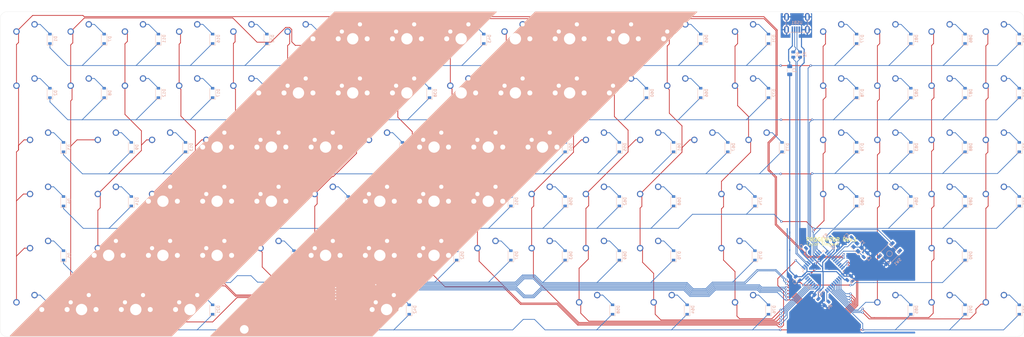
<source format=kicad_pcb>
(kicad_pcb (version 20171130) (host pcbnew "(5.1.9)-1")
  (layers (0 F.Cu signal) (31 B.Cu signal) (34 B.Paste user) (35 F.Paste user) (36 B.SilkS user hide) (37 F.SilkS user) (38 B.Mask user) (39 F.Mask user) (44 Edge.Cuts user))
  (net 0 "")
  (net 1 GND)
  (net 2 +5V)
  (net 3 "Net-(C2-Pad1)")
  (net 4 "Net-(C3-Pad1)")
  (net 5 "Net-(C6-Pad1)")
  (net 6 "Net-(D1-Pad2)")
  (net 7 ROW00)
  (net 8 "Net-(D2-Pad2)")
  (net 9 ROW01)
  (net 10 "Net-(D3-Pad2)")
  (net 11 ROW02)
  (net 12 "Net-(D4-Pad2)")
  (net 13 ROW03)
  (net 14 "Net-(D5-Pad2)")
  (net 15 ROW04)
  (net 16 "Net-(D6-Pad2)")
  (net 17 ROW05)
  (net 18 "Net-(D7-Pad2)")
  (net 19 "Net-(D8-Pad2)")
  (net 20 "Net-(D9-Pad2)")
  (net 21 "Net-(D10-Pad2)")
  (net 22 "Net-(D11-Pad2)")
  (net 23 "Net-(D12-Pad2)")
  (net 24 "Net-(D13-Pad2)")
  (net 25 "Net-(D14-Pad2)")
  (net 26 "Net-(D15-Pad2)")
  (net 27 "Net-(D16-Pad2)")
  (net 28 "Net-(D17-Pad2)")
  (net 29 "Net-(D18-Pad2)")
  (net 30 "Net-(D19-Pad2)")
  (net 31 "Net-(D20-Pad2)")
  (net 32 "Net-(D21-Pad2)")
  (net 33 "Net-(D22-Pad2)")
  (net 34 "Net-(D23-Pad2)")
  (net 35 "Net-(D24-Pad2)")
  (net 36 "Net-(D25-Pad2)")
  (net 37 "Net-(D26-Pad2)")
  (net 38 "Net-(D27-Pad2)")
  (net 39 "Net-(D28-Pad2)")
  (net 40 "Net-(D29-Pad2)")
  (net 41 "Net-(D30-Pad2)")
  (net 42 "Net-(D31-Pad2)")
  (net 43 "Net-(D32-Pad2)")
  (net 44 "Net-(D33-Pad2)")
  (net 45 "Net-(D34-Pad2)")
  (net 46 "Net-(D35-Pad2)")
  (net 47 "Net-(D36-Pad2)")
  (net 48 "Net-(D37-Pad2)")
  (net 49 "Net-(D38-Pad2)")
  (net 50 "Net-(D39-Pad2)")
  (net 51 "Net-(D40-Pad2)")
  (net 52 "Net-(D41-Pad2)")
  (net 53 "Net-(D42-Pad2)")
  (net 54 "Net-(D43-Pad2)")
  (net 55 "Net-(D44-Pad2)")
  (net 56 "Net-(D45-Pad2)")
  (net 57 "Net-(D46-Pad2)")
  (net 58 "Net-(D47-Pad2)")
  (net 59 "Net-(D48-Pad2)")
  (net 60 "Net-(D49-Pad2)")
  (net 61 "Net-(D50-Pad2)")
  (net 62 "Net-(D51-Pad2)")
  (net 63 "Net-(D52-Pad2)")
  (net 64 "Net-(D53-Pad2)")
  (net 65 "Net-(D54-Pad2)")
  (net 66 "Net-(D55-Pad2)")
  (net 67 "Net-(D56-Pad2)")
  (net 68 "Net-(D57-Pad2)")
  (net 69 "Net-(D58-Pad2)")
  (net 70 "Net-(D59-Pad2)")
  (net 71 "Net-(D60-Pad2)")
  (net 72 "Net-(D61-Pad2)")
  (net 73 "Net-(D62-Pad2)")
  (net 74 "Net-(D63-Pad2)")
  (net 75 "Net-(D64-Pad2)")
  (net 76 "Net-(D65-Pad2)")
  (net 77 "Net-(D66-Pad2)")
  (net 78 "Net-(D67-Pad2)")
  (net 79 "Net-(D68-Pad2)")
  (net 80 "Net-(D69-Pad2)")
  (net 81 "Net-(D70-Pad2)")
  (net 82 "Net-(D71-Pad2)")
  (net 83 "Net-(D72-Pad2)")
  (net 84 "Net-(D73-Pad2)")
  (net 85 "Net-(D74-Pad2)")
  (net 86 "Net-(D75-Pad2)")
  (net 87 "Net-(D76-Pad2)")
  (net 88 "Net-(D77-Pad2)")
  (net 89 "Net-(D78-Pad2)")
  (net 90 "Net-(D79-Pad2)")
  (net 91 "Net-(D80-Pad2)")
  (net 92 "Net-(D81-Pad2)")
  (net 93 "Net-(D82-Pad2)")
  (net 94 "Net-(D83-Pad2)")
  (net 95 "Net-(D84-Pad2)")
  (net 96 "Net-(D85-Pad2)")
  (net 97 "Net-(D86-Pad2)")
  (net 98 "Net-(D87-Pad2)")
  (net 99 "Net-(D88-Pad2)")
  (net 100 "Net-(D89-Pad2)")
  (net 101 "Net-(D90-Pad2)")
  (net 102 "Net-(D91-Pad2)")
  (net 103 "Net-(D92-Pad2)")
  (net 104 "Net-(D93-Pad2)")
  (net 105 "Net-(D94-Pad2)")
  (net 106 "Net-(D95-Pad2)")
  (net 107 "Net-(D96-Pad2)")
  (net 108 VCC)
  (net 109 COL10)
  (net 110 COL01)
  (net 111 COL02)
  (net 112 COL03)
  (net 113 COL04)
  (net 114 COL05)
  (net 115 COL06)
  (net 116 COL07)
  (net 117 COL08)
  (net 118 COL09)
  (net 119 COL13)
  (net 120 COL00)
  (net 121 COL11)
  (net 122 COL12)
  (net 123 COL16)
  (net 124 COL15)
  (net 125 COL14)
  (net 126 COL17)
  (net 127 D-)
  (net 128 "Net-(R1-Pad1)")
  (net 129 D+)
  (net 130 "Net-(R2-Pad1)")
  (net 131 "Net-(R3-Pad2)")
  (net 132 "Net-(R4-Pad2)")
  (net 133 "Net-(U1-Pad42)")
  (net 134 "Net-(USB1-Pad2)")
  (net 135 "Net-(U1-Pad20)")
  (module Package_QFP:TQFP-44_10x10mm_P0.8mm (layer B.Cu) (at 320.294 167.767 315)
    (fp_text reference U1 (at 0 7.45 135) (layer B.SilkS) (effects (justify mirror)))
    (fp_text value ATmega32U4-AU)
    (pad 44 smd rect (at -4 5.7 225) (size 1.5 0.55) (layers B.Cu B.Paste B.Mask) (net 2 +5V))
    (pad 43 smd rect (at -3.2 5.7 225) (size 1.5 0.55) (layers B.Cu B.Paste B.Mask) (net 1 GND))
    (pad 42 smd rect (at -2.4 5.7 225) (size 1.5 0.55) (layers B.Cu B.Paste B.Mask) (net 133 "Net-(U1-Pad42)"))
    (pad 41 smd rect (at -1.6 5.7 225) (size 1.5 0.55) (layers B.Cu B.Paste B.Mask) (net 15 ROW04))
    (pad 40 smd rect (at -0.8 5.7 225) (size 1.5 0.55) (layers B.Cu B.Paste B.Mask) (net 119 COL13))
    (pad 39 smd rect (at 0 5.7 225) (size 1.5 0.55) (layers B.Cu B.Paste B.Mask) (net 122 COL12))
    (pad 38 smd rect (at 0.8 5.7 225) (size 1.5 0.55) (layers B.Cu B.Paste B.Mask) (net 121 COL11))
    (pad 37 smd rect (at 1.6 5.7 225) (size 1.5 0.55) (layers B.Cu B.Paste B.Mask) (net 109 COL10))
    (pad 36 smd rect (at 2.4 5.7 225) (size 1.5 0.55) (layers B.Cu B.Paste B.Mask) (net 118 COL09))
    (pad 35 smd rect (at 3.2 5.7 225) (size 1.5 0.55) (layers B.Cu B.Paste B.Mask) (net 1 GND))
    (pad 34 smd rect (at 4 5.7 225) (size 1.5 0.55) (layers B.Cu B.Paste B.Mask) (net 2 +5V))
    (pad 33 smd rect (at 5.7 4 315) (size 1.5 0.55) (layers B.Cu B.Paste B.Mask) (net 132 "Net-(R4-Pad2)"))
    (pad 32 smd rect (at 5.7 3.2 315) (size 1.5 0.55) (layers B.Cu B.Paste B.Mask) (net 17 ROW05))
    (pad 31 smd rect (at 5.7 2.4 315) (size 1.5 0.55) (layers B.Cu B.Paste B.Mask) (net 126 COL17))
    (pad 30 smd rect (at 5.7 1.6 315) (size 1.5 0.55) (layers B.Cu B.Paste B.Mask) (net 123 COL16))
    (pad 29 smd rect (at 5.7 0.8 315) (size 1.5 0.55) (layers B.Cu B.Paste B.Mask) (net 124 COL15))
    (pad 28 smd rect (at 5.7 0 315) (size 1.5 0.55) (layers B.Cu B.Paste B.Mask) (net 116 COL07))
    (pad 27 smd rect (at 5.7 -0.8 315) (size 1.5 0.55) (layers B.Cu B.Paste B.Mask) (net 115 COL06))
    (pad 26 smd rect (at 5.7 -1.6 315) (size 1.5 0.55) (layers B.Cu B.Paste B.Mask) (net 114 COL05))
    (pad 25 smd rect (at 5.7 -2.4 315) (size 1.5 0.55) (layers B.Cu B.Paste B.Mask) (net 113 COL04))
    (pad 24 smd rect (at 5.7 -3.2 315) (size 1.5 0.55) (layers B.Cu B.Paste B.Mask) (net 2 +5V))
    (pad 23 smd rect (at 5.7 -4 315) (size 1.5 0.55) (layers B.Cu B.Paste B.Mask) (net 1 GND))
    (pad 22 smd rect (at 4 -5.7 225) (size 1.5 0.55) (layers B.Cu B.Paste B.Mask) (net 112 COL03))
    (pad 21 smd rect (at 3.2 -5.7 225) (size 1.5 0.55) (layers B.Cu B.Paste B.Mask) (net 111 COL02))
    (pad 20 smd rect (at 2.4 -5.7 225) (size 1.5 0.55) (layers B.Cu B.Paste B.Mask) (net 135 "Net-(U1-Pad20)"))
    (pad 19 smd rect (at 1.6 -5.7 225) (size 1.5 0.55) (layers B.Cu B.Paste B.Mask) (net 110 COL01))
    (pad 18 smd rect (at 0.8 -5.7 225) (size 1.5 0.55) (layers B.Cu B.Paste B.Mask) (net 120 COL00))
    (pad 17 smd rect (at 0 -5.7 225) (size 1.5 0.55) (layers B.Cu B.Paste B.Mask) (net 3 "Net-(C2-Pad1)"))
    (pad 16 smd rect (at -0.8 -5.7 225) (size 1.5 0.55) (layers B.Cu B.Paste B.Mask) (net 4 "Net-(C3-Pad1)"))
    (pad 15 smd rect (at -1.6 -5.7 225) (size 1.5 0.55) (layers B.Cu B.Paste B.Mask) (net 1 GND))
    (pad 14 smd rect (at -2.4 -5.7 225) (size 1.5 0.55) (layers B.Cu B.Paste B.Mask) (net 2 +5V))
    (pad 13 smd rect (at -3.2 -5.7 225) (size 1.5 0.55) (layers B.Cu B.Paste B.Mask) (net 131 "Net-(R3-Pad2)"))
    (pad 12 smd rect (at -4 -5.7 225) (size 1.5 0.55) (layers B.Cu B.Paste B.Mask) (net 13 ROW03))
    (pad 11 smd rect (at -5.7 -4 315) (size 1.5 0.55) (layers B.Cu B.Paste B.Mask) (net 125 COL14))
    (pad 10 smd rect (at -5.7 -3.2 315) (size 1.5 0.55) (layers B.Cu B.Paste B.Mask) (net 11 ROW02))
    (pad 9 smd rect (at -5.7 -2.4 315) (size 1.5 0.55) (layers B.Cu B.Paste B.Mask) (net 9 ROW01))
    (pad 8 smd rect (at -5.7 -1.6 315) (size 1.5 0.55) (layers B.Cu B.Paste B.Mask) (net 7 ROW00))
    (pad 7 smd rect (at -5.7 -0.8 315) (size 1.5 0.55) (layers B.Cu B.Paste B.Mask) (net 2 +5V))
    (pad 6 smd rect (at -5.7 0 315) (size 1.5 0.55) (layers B.Cu B.Paste B.Mask) (net 5 "Net-(C6-Pad1)"))
    (pad 5 smd rect (at -5.7 0.8 315) (size 1.5 0.55) (layers B.Cu B.Paste B.Mask) (net 1 GND))
    (pad 4 smd rect (at -5.7 1.6 315) (size 1.5 0.55) (layers B.Cu B.Paste B.Mask) (net 130 "Net-(R2-Pad1)"))
    (pad 3 smd rect (at -5.7 2.4 315) (size 1.5 0.55) (layers B.Cu B.Paste B.Mask) (net 128 "Net-(R1-Pad1)"))
    (pad 2 smd rect (at -5.7 3.2 315) (size 1.5 0.55) (layers B.Cu B.Paste B.Mask) (net 2 +5V))
    (pad 1 smd rect (at -5.7 4 315) (size 1.5 0.55) (layers B.Cu B.Paste B.Mask) (net 117 COL08))
  )
  (module random-keyboard-parts:Molex-0548190589 (layer B.Cu) (at 311.023 78.232 270)
    (fp_text reference USB1 (at 2.032 0 180) (layer B.SilkS) (effects (justify mirror)))
    (fp_text value Molex-0548190589)
    (pad 6 thru_hole oval (at 0 3.65 270) (size 2.7 1.7) (drill oval 1.9 0.7) (layers *.Cu *.Mask) (net 1 GND))
    (pad 6 thru_hole oval (at 0 -3.65 270) (size 2.7 1.7) (drill oval 1.9 0.7) (layers *.Cu *.Mask) (net 1 GND))
    (pad 6 thru_hole oval (at 4.5 -3.65 270) (size 2.7 1.7) (drill oval 1.9 0.7) (layers *.Cu *.Mask) (net 1 GND))
    (pad 6 thru_hole oval (at 4.5 3.65 270) (size 2.7 1.7) (drill oval 1.9 0.7) (layers *.Cu *.Mask) (net 1 GND))
    (pad 5 smd rect (at 4.5 1.6 270) (size 2.25 0.5) (layers B.Cu B.Paste B.Mask) (net 108 VCC))
    (pad 4 smd rect (at 4.5 0.8 270) (size 2.25 0.5) (layers B.Cu B.Paste B.Mask) (net 127 D-))
    (pad 3 smd rect (at 4.5 0 270) (size 2.25 0.5) (layers B.Cu B.Paste B.Mask) (net 129 D+))
    (pad 2 smd rect (at 4.5 -0.8 270) (size 2.25 0.5) (layers B.Cu B.Paste B.Mask) (net 134 "Net-(USB1-Pad2)"))
    (pad 1 smd rect (at 4.5 -1.6 270) (size 2.25 0.5) (layers B.Cu B.Paste B.Mask) (net 1 GND))
  )
  (module MX_Only:MXOnly-1.25U-NoLED (layer F.Cu) (at 238.3155 181.19725)
    (fp_text reference MX-RAL1)
    (fp_text value MX-NoLED)
    (pad 2 thru_hole circle (at 2.54 -5.08) (size 2.25 2.25) (drill 1.47) (layers *.Cu B.Mask) (net 69 "Net-(D58-Pad2)"))
    (pad "" np_thru_hole circle (at 0 0) (size 3.9878 3.9878) (drill 3.9878) (layers *.Cu *.Mask))
    (pad 1 thru_hole circle (at -3.81 -2.54) (size 2.25 2.25) (drill 1.47) (layers *.Cu B.Mask) (net 121 COL11))
    (pad "" np_thru_hole circle (at -5.08 0 48.0996) (size 1.75 1.75) (drill 1.75) (layers *.Cu *.Mask))
    (pad "" np_thru_hole circle (at 5.08 0 48.0996) (size 1.75 1.75) (drill 1.75) (layers *.Cu *.Mask))
  )
  (module MX_Only:MXOnly-1.5U-NoLED (layer F.Cu) (at 293.08425 181.19725)
    (fp_text reference MX-RCT1)
    (fp_text value MX-NoLED)
    (pad 2 thru_hole circle (at 2.54 -5.08) (size 2.25 2.25) (drill 1.47) (layers *.Cu B.Mask) (net 87 "Net-(D76-Pad2)"))
    (pad "" np_thru_hole circle (at 0 0) (size 3.9878 3.9878) (drill 3.9878) (layers *.Cu *.Mask))
    (pad 1 thru_hole circle (at -3.81 -2.54) (size 2.25 2.25) (drill 1.47) (layers *.Cu B.Mask) (net 119 COL13))
    (pad "" np_thru_hole circle (at -5.08 0 48.0996) (size 1.75 1.75) (drill 1.75) (layers *.Cu *.Mask))
    (pad "" np_thru_hole circle (at 5.08 0 48.0996) (size 1.75 1.75) (drill 1.75) (layers *.Cu *.Mask))
  )
  (module MX_Only:MXOnly-1U-NoLED (layer F.Cu) (at 126.39675 143.09725)
    (fp_text reference MX-F13)
    (fp_text value MX-NoLED)
    (pad 2 thru_hole circle (at 2.54 -5.08) (size 2.25 2.25) (drill 1.47) (layers *.Cu B.Mask) (net 41 "Net-(D30-Pad2)"))
    (pad "" np_thru_hole circle (at 0 0) (size 3.9878 3.9878) (drill 3.9878) (layers *.Cu *.Mask))
    (pad 1 thru_hole circle (at -3.81 -2.54) (size 2.25 2.25) (drill 1.47) (layers *.Cu B.Mask) (net 114 COL05))
    (pad "" np_thru_hole circle (at -5.08 0 48.0996) (size 1.75 1.75) (drill 1.75) (layers *.Cu *.Mask))
    (pad "" np_thru_hole circle (at 5.08 0 48.0996) (size 1.75 1.75) (drill 1.75) (layers *.Cu *.Mask))
  )
  (module Crystal:Crystal_SMD_3225-4Pin_3.2x2.5mm (layer B.Cu) (at 332.2955 159.28975 135)
    (fp_text reference Y1 (at 0 2.450001 315) (layer B.SilkS) (effects (justify mirror)))
    (fp_text value 16MHz)
    (pad 4 smd rect (at -1.1 0.85 135) (size 1.4 1.2) (layers B.Cu B.Paste B.Mask) (net 1 GND))
    (pad 3 smd rect (at 1.1 0.85 135) (size 1.4 1.2) (layers B.Cu B.Paste B.Mask) (net 4 "Net-(C3-Pad1)"))
    (pad 2 smd rect (at 1.1 -0.85 135) (size 1.4 1.2) (layers B.Cu B.Paste B.Mask) (net 1 GND))
    (pad 1 smd rect (at -1.1 -0.85 135) (size 1.4 1.2) (layers B.Cu B.Paste B.Mask) (net 3 "Net-(C2-Pad1)"))
  )
  (module random-keyboard-parts:SKQG-1155865 (layer B.Cu) (at 343.535 161.544 225)
    (fp_text reference SW1 (at 0 -4.064 45) (layer B.SilkS) (effects (justify mirror)))
    (fp_text value SW_Push)
    (pad 4 smd rect (at -3.1 -1.85 225) (size 1.8 1.1) (layers B.Cu B.Paste B.Mask))
    (pad 3 smd rect (at 3.1 1.85 225) (size 1.8 1.1) (layers B.Cu B.Paste B.Mask))
    (pad 2 smd rect (at -3.1 1.85 225) (size 1.8 1.1) (layers B.Cu B.Paste B.Mask) (net 131 "Net-(R3-Pad2)"))
    (pad 1 smd rect (at 3.1 -1.85 225) (size 1.8 1.1) (layers B.Cu B.Paste B.Mask) (net 1 GND))
  )
  (module Resistor_SMD:R_0805_2012Metric (layer B.Cu) (at 321.437 179.07 45)
    (fp_text reference R4 (at 0 1.65 225) (layer B.SilkS) (effects (justify mirror)))
    (fp_text value 10k)
    (pad 2 smd roundrect (at 0.9125 0 45) (size 1.025 1.4) (layers B.Cu B.Paste B.Mask) (roundrect_rratio 0.2439004878048781) (net 132 "Net-(R4-Pad2)"))
    (pad 1 smd roundrect (at -0.9125 0 45) (size 1.025 1.4) (layers B.Cu B.Paste B.Mask) (roundrect_rratio 0.2439004878048781) (net 1 GND))
  )
  (module Resistor_SMD:R_0805_2012Metric (layer B.Cu) (at 322.199 156.464 225)
    (fp_text reference R3 (at 0 1.65 225) (layer B.SilkS) (effects (justify mirror)))
    (fp_text value 10k)
    (pad 2 smd roundrect (at 0.9125 0 225) (size 1.025 1.4) (layers B.Cu B.Paste B.Mask) (roundrect_rratio 0.2439004878048781) (net 131 "Net-(R3-Pad2)"))
    (pad 1 smd roundrect (at -0.9125 0 225) (size 1.025 1.4) (layers B.Cu B.Paste B.Mask) (roundrect_rratio 0.2439004878048781) (net 2 +5V))
  )
  (module Resistor_SMD:R_0805_2012Metric (layer B.Cu) (at 312.13425 91.5035 90)
    (fp_text reference R2 (at 0 1.65 270) (layer B.SilkS) (effects (justify mirror)))
    (fp_text value 22)
    (pad 2 smd roundrect (at 0.9125 0 90) (size 1.025 1.4) (layers B.Cu B.Paste B.Mask) (roundrect_rratio 0.2439004878048781) (net 129 D+))
    (pad 1 smd roundrect (at -0.9125 0 90) (size 1.025 1.4) (layers B.Cu B.Paste B.Mask) (roundrect_rratio 0.2439004878048781) (net 130 "Net-(R2-Pad1)"))
  )
  (module Resistor_SMD:R_0805_2012Metric (layer B.Cu) (at 309.753 91.5035 90)
    (fp_text reference R1 (at 0 1.65 90) (layer B.SilkS) (effects (justify mirror)))
    (fp_text value 22)
    (pad 2 smd roundrect (at 0.9125 0 90) (size 1.025 1.4) (layers B.Cu B.Paste B.Mask) (roundrect_rratio 0.2439004878048781) (net 127 D-))
    (pad 1 smd roundrect (at -0.9125 0 90) (size 1.025 1.4) (layers B.Cu B.Paste B.Mask) (roundrect_rratio 0.2439004878048781) (net 128 "Net-(R1-Pad1)"))
  )
  (module MX_Only:MXOnly-1U-NoLED (layer F.Cu) (at 69.24675 162.14725)
    (fp_text reference MX-Z1)
    (fp_text value MX-NoLED)
    (pad 2 thru_hole circle (at 2.54 -5.08) (size 2.25 2.25) (drill 1.47) (layers *.Cu B.Mask) (net 31 "Net-(D20-Pad2)"))
    (pad "" np_thru_hole circle (at 0 0) (size 3.9878 3.9878) (drill 3.9878) (layers *.Cu *.Mask))
    (pad 1 thru_hole circle (at -3.81 -2.54) (size 2.25 2.25) (drill 1.47) (layers *.Cu B.Mask) (net 111 COL02))
    (pad "" np_thru_hole circle (at -5.08 0 48.0996) (size 1.75 1.75) (drill 1.75) (layers *.Cu *.Mask))
    (pad "" np_thru_hole circle (at 5.08 0 48.0996) (size 1.75 1.75) (drill 1.75) (layers *.Cu *.Mask))
  )
  (module MX_Only:MXOnly-1U-NoLED (layer F.Cu) (at 164.49675 124.04725)
    (fp_text reference MX-Y1)
    (fp_text value MX-NoLED)
    (pad 2 thru_hole circle (at 2.54 -5.08) (size 2.25 2.25) (drill 1.47) (layers *.Cu B.Mask) (net 45 "Net-(D34-Pad2)"))
    (pad "" np_thru_hole circle (at 0 0) (size 3.9878 3.9878) (drill 3.9878) (layers *.Cu *.Mask))
    (pad 1 thru_hole circle (at -3.81 -2.54) (size 2.25 2.25) (drill 1.47) (layers *.Cu B.Mask) (net 115 COL06))
    (pad "" np_thru_hole circle (at -5.08 0 48.0996) (size 1.75 1.75) (drill 1.75) (layers *.Cu *.Mask))
    (pad "" np_thru_hole circle (at 5.08 0 48.0996) (size 1.75 1.75) (drill 1.75) (layers *.Cu *.Mask))
  )
  (module MX_Only:MXOnly-1U-NoLED (layer F.Cu) (at 88.29675 162.14725)
    (fp_text reference MX-X1)
    (fp_text value MX-NoLED)
    (pad 2 thru_hole circle (at 2.54 -5.08) (size 2.25 2.25) (drill 1.47) (layers *.Cu B.Mask) (net 37 "Net-(D26-Pad2)"))
    (pad "" np_thru_hole circle (at 0 0) (size 3.9878 3.9878) (drill 3.9878) (layers *.Cu *.Mask))
    (pad 1 thru_hole circle (at -3.81 -2.54) (size 2.25 2.25) (drill 1.47) (layers *.Cu B.Mask) (net 112 COL03))
    (pad "" np_thru_hole circle (at -5.08 0 48.0996) (size 1.75 1.75) (drill 1.75) (layers *.Cu *.Mask))
    (pad "" np_thru_hole circle (at 5.08 0 48.0996) (size 1.75 1.75) (drill 1.75) (layers *.Cu *.Mask))
  )
  (module MX_Only:MXOnly-1U-NoLED (layer F.Cu) (at 78.77175 181.19725)
    (fp_text reference MX-WIN1)
    (fp_text value MX-NoLED)
    (pad 2 thru_hole circle (at 2.54 -5.08) (size 2.25 2.25) (drill 1.47) (layers *.Cu B.Mask) (net 26 "Net-(D15-Pad2)"))
    (pad "" np_thru_hole circle (at 0 0) (size 3.9878 3.9878) (drill 3.9878) (layers *.Cu *.Mask))
    (pad 1 thru_hole circle (at -3.81 -2.54) (size 2.25 2.25) (drill 1.47) (layers *.Cu B.Mask) (net 111 COL02))
    (pad "" np_thru_hole circle (at -5.08 0 48.0996) (size 1.75 1.75) (drill 1.75) (layers *.Cu *.Mask))
    (pad "" np_thru_hole circle (at 5.08 0 48.0996) (size 1.75 1.75) (drill 1.75) (layers *.Cu *.Mask))
  )
  (module MX_Only:MXOnly-1U-NoLED (layer F.Cu) (at 88.29675 124.04725)
    (fp_text reference MX-W1)
    (fp_text value MX-NoLED)
    (pad 2 thru_hole circle (at 2.54 -5.08) (size 2.25 2.25) (drill 1.47) (layers *.Cu B.Mask) (net 24 "Net-(D13-Pad2)"))
    (pad "" np_thru_hole circle (at 0 0) (size 3.9878 3.9878) (drill 3.9878) (layers *.Cu *.Mask))
    (pad 1 thru_hole circle (at -3.81 -2.54) (size 2.25 2.25) (drill 1.47) (layers *.Cu B.Mask) (net 111 COL02))
    (pad "" np_thru_hole circle (at -5.08 0 48.0996) (size 1.75 1.75) (drill 1.75) (layers *.Cu *.Mask))
    (pad "" np_thru_hole circle (at 5.08 0 48.0996) (size 1.75 1.75) (drill 1.75) (layers *.Cu *.Mask))
  )
  (module MX_Only:MXOnly-1U-NoLED (layer F.Cu) (at 126.39675 162.14725)
    (fp_text reference MX-V1)
    (fp_text value MX-NoLED)
    (pad 2 thru_hole circle (at 2.54 -5.08) (size 2.25 2.25) (drill 1.47) (layers *.Cu B.Mask) (net 47 "Net-(D36-Pad2)"))
    (pad "" np_thru_hole circle (at 0 0) (size 3.9878 3.9878) (drill 3.9878) (layers *.Cu *.Mask))
    (pad 1 thru_hole circle (at -3.81 -2.54) (size 2.25 2.25) (drill 1.47) (layers *.Cu B.Mask) (net 114 COL05))
    (pad "" np_thru_hole circle (at -5.08 0 48.0996) (size 1.75 1.75) (drill 1.75) (layers *.Cu *.Mask))
    (pad "" np_thru_hole circle (at 5.08 0 48.0996) (size 1.75 1.75) (drill 1.75) (layers *.Cu *.Mask))
  )
  (module MX_Only:MXOnly-1U-NoLED (layer F.Cu) (at 362.1405 162.14725)
    (fp_text reference MX-UAR1)
    (fp_text value MX-NoLED)
    (pad 2 thru_hole circle (at 2.54 -5.08) (size 2.25 2.25) (drill 1.47) (layers *.Cu B.Mask) (net 101 "Net-(D90-Pad2)"))
    (pad "" np_thru_hole circle (at 0 0) (size 3.9878 3.9878) (drill 3.9878) (layers *.Cu *.Mask))
    (pad 1 thru_hole circle (at -3.81 -2.54) (size 2.25 2.25) (drill 1.47) (layers *.Cu B.Mask) (net 123 COL16))
    (pad "" np_thru_hole circle (at -5.08 0 48.0996) (size 1.75 1.75) (drill 1.75) (layers *.Cu *.Mask))
    (pad "" np_thru_hole circle (at 5.08 0 48.0996) (size 1.75 1.75) (drill 1.75) (layers *.Cu *.Mask))
  )
  (module MX_Only:MXOnly-1U-NoLED (layer F.Cu) (at 183.54675 124.04725)
    (fp_text reference MX-U1)
    (fp_text value MX-NoLED)
    (pad 2 thru_hole circle (at 2.54 -5.08) (size 2.25 2.25) (drill 1.47) (layers *.Cu B.Mask) (net 50 "Net-(D39-Pad2)"))
    (pad "" np_thru_hole circle (at 0 0) (size 3.9878 3.9878) (drill 3.9878) (layers *.Cu *.Mask))
    (pad 1 thru_hole circle (at -3.81 -2.54) (size 2.25 2.25) (drill 1.47) (layers *.Cu B.Mask) (net 116 COL07))
    (pad "" np_thru_hole circle (at -5.08 0 48.0996) (size 1.75 1.75) (drill 1.75) (layers *.Cu *.Mask))
    (pad "" np_thru_hole circle (at 5.08 0 48.0996) (size 1.75 1.75) (drill 1.75) (layers *.Cu *.Mask))
  )
  (module MX_Only:MXOnly-1U-NoLED (layer F.Cu) (at 40.67175 104.99725)
    (fp_text reference MX-TIL1)
    (fp_text value MX-NoLED)
    (pad 2 thru_hole circle (at 2.54 -5.08) (size 2.25 2.25) (drill 1.47) (layers *.Cu B.Mask) (net 8 "Net-(D2-Pad2)"))
    (pad "" np_thru_hole circle (at 0 0) (size 3.9878 3.9878) (drill 3.9878) (layers *.Cu *.Mask))
    (pad 1 thru_hole circle (at -3.81 -2.54) (size 2.25 2.25) (drill 1.47) (layers *.Cu B.Mask) (net 120 COL00))
    (pad "" np_thru_hole circle (at -5.08 0 48.0996) (size 1.75 1.75) (drill 1.75) (layers *.Cu *.Mask))
    (pad "" np_thru_hole circle (at 5.08 0 48.0996) (size 1.75 1.75) (drill 1.75) (layers *.Cu *.Mask))
  )
  (module MX_Only:MXOnly-1.5U-NoLED (layer F.Cu) (at 45.43425 124.04725)
    (fp_text reference MX-TAB1)
    (fp_text value MX-NoLED)
    (pad 2 thru_hole circle (at 2.54 -5.08) (size 2.25 2.25) (drill 1.47) (layers *.Cu B.Mask) (net 10 "Net-(D3-Pad2)"))
    (pad "" np_thru_hole circle (at 0 0) (size 3.9878 3.9878) (drill 3.9878) (layers *.Cu *.Mask))
    (pad 1 thru_hole circle (at -3.81 -2.54) (size 2.25 2.25) (drill 1.47) (layers *.Cu B.Mask) (net 120 COL00))
    (pad "" np_thru_hole circle (at -5.08 0 48.0996) (size 1.75 1.75) (drill 1.75) (layers *.Cu *.Mask))
    (pad "" np_thru_hole circle (at 5.08 0 48.0996) (size 1.75 1.75) (drill 1.75) (layers *.Cu *.Mask))
  )
  (module MX_Only:MXOnly-1U-NoLED (layer F.Cu) (at 145.44675 124.04725)
    (fp_text reference MX-T1)
    (fp_text value MX-NoLED)
    (pad 2 thru_hole circle (at 2.54 -5.08) (size 2.25 2.25) (drill 1.47) (layers *.Cu B.Mask) (net 40 "Net-(D29-Pad2)"))
    (pad "" np_thru_hole circle (at 0 0) (size 3.9878 3.9878) (drill 3.9878) (layers *.Cu *.Mask))
    (pad 1 thru_hole circle (at -3.81 -2.54) (size 2.25 2.25) (drill 1.47) (layers *.Cu B.Mask) (net 114 COL05))
    (pad "" np_thru_hole circle (at -5.08 0 48.0996) (size 1.75 1.75) (drill 1.75) (layers *.Cu *.Mask))
    (pad "" np_thru_hole circle (at 5.08 0 48.0996) (size 1.75 1.75) (drill 1.75) (layers *.Cu *.Mask))
  )
  (module MX_Only:MXOnly-6.25U-ReversedStabilizers-NoLED (layer F.Cu) (at 166.878 181.19725)
    (fp_text reference MX-SPA1)
    (fp_text value MX-NoLED)
    (pad 2 thru_hole circle (at 2.54 -5.08) (size 2.25 2.25) (drill 1.47) (layers *.Cu B.Mask) (net 53 "Net-(D42-Pad2)"))
    (pad "" np_thru_hole circle (at 0 0) (size 3.9878 3.9878) (drill 3.9878) (layers *.Cu *.Mask))
    (pad 1 thru_hole circle (at -3.81 -2.54) (size 2.25 2.25) (drill 1.47) (layers *.Cu B.Mask) (net 116 COL07))
    (pad "" np_thru_hole circle (at -5.08 0 48.0996) (size 1.75 1.75) (drill 1.75) (layers *.Cu *.Mask))
    (pad "" np_thru_hole circle (at 5.08 0 48.0996) (size 1.75 1.75) (drill 1.75) (layers *.Cu *.Mask))
    (pad "" np_thru_hole circle (at -49.9999 6.985) (size 3.048 3.048) (drill 3.048) (layers *.Cu *.Mask))
    (pad "" np_thru_hole circle (at 49.9999 6.985) (size 3.048 3.048) (drill 3.048) (layers *.Cu *.Mask))
    (pad "" np_thru_hole circle (at -49.9999 -8.255) (size 3.9878 3.9878) (drill 3.9878) (layers *.Cu *.Mask))
    (pad "" np_thru_hole circle (at 49.9999 -8.255) (size 3.9878 3.9878) (drill 3.9878) (layers *.Cu *.Mask))
  )
  (module MX_Only:MXOnly-1U-NoLED (layer F.Cu) (at 88.29675 143.09725)
    (fp_text reference MX-S1)
    (fp_text value MX-NoLED)
    (pad 2 thru_hole circle (at 2.54 -5.08) (size 2.25 2.25) (drill 1.47) (layers *.Cu B.Mask) (net 30 "Net-(D19-Pad2)"))
    (pad "" np_thru_hole circle (at 0 0) (size 3.9878 3.9878) (drill 3.9878) (layers *.Cu *.Mask))
    (pad 1 thru_hole circle (at -3.81 -2.54) (size 2.25 2.25) (drill 1.47) (layers *.Cu B.Mask) (net 112 COL03))
    (pad "" np_thru_hole circle (at -5.08 0 48.0996) (size 1.75 1.75) (drill 1.75) (layers *.Cu *.Mask))
    (pad "" np_thru_hole circle (at 5.08 0 48.0996) (size 1.75 1.75) (drill 1.75) (layers *.Cu *.Mask))
  )
  (module MX_Only:MXOnly-2U-NoLED (layer F.Cu) (at 288.32175 162.14725)
    (fp_text reference MX-RSH1)
    (fp_text value MX-NoLED)
    (pad 2 thru_hole circle (at 2.54 -5.08) (size 2.25 2.25) (drill 1.47) (layers *.Cu B.Mask) (net 86 "Net-(D75-Pad2)"))
    (pad "" np_thru_hole circle (at 0 0) (size 3.9878 3.9878) (drill 3.9878) (layers *.Cu *.Mask))
    (pad 1 thru_hole circle (at -3.81 -2.54) (size 2.25 2.25) (drill 1.47) (layers *.Cu B.Mask) (net 119 COL13))
    (pad "" np_thru_hole circle (at -5.08 0 48.0996) (size 1.75 1.75) (drill 1.75) (layers *.Cu *.Mask))
    (pad "" np_thru_hole circle (at 5.08 0 48.0996) (size 1.75 1.75) (drill 1.75) (layers *.Cu *.Mask))
    (pad "" np_thru_hole circle (at -11.90625 -6.985) (size 3.048 3.048) (drill 3.048) (layers *.Cu *.Mask))
    (pad "" np_thru_hole circle (at 11.90625 -6.985) (size 3.048 3.048) (drill 3.048) (layers *.Cu *.Mask))
    (pad "" np_thru_hole circle (at -11.90625 8.255) (size 3.9878 3.9878) (drill 3.9878) (layers *.Cu *.Mask))
    (pad "" np_thru_hole circle (at 11.90625 8.255) (size 3.9878 3.9878) (drill 3.9878) (layers *.Cu *.Mask))
  )
  (module MX_Only:MXOnly-1U-NoLED (layer F.Cu) (at 278.79675 124.04725)
    (fp_text reference MX-RBR1)
    (fp_text value MX-NoLED)
    (pad 2 thru_hole circle (at 2.54 -5.08) (size 2.25 2.25) (drill 1.47) (layers *.Cu B.Mask) (net 78 "Net-(D67-Pad2)"))
    (pad "" np_thru_hole circle (at 0 0) (size 3.9878 3.9878) (drill 3.9878) (layers *.Cu *.Mask))
    (pad 1 thru_hole circle (at -3.81 -2.54) (size 2.25 2.25) (drill 1.47) (layers *.Cu B.Mask) (net 122 COL12))
    (pad "" np_thru_hole circle (at -5.08 0 48.0996) (size 1.75 1.75) (drill 1.75) (layers *.Cu *.Mask))
    (pad "" np_thru_hole circle (at 5.08 0 48.0996) (size 1.75 1.75) (drill 1.75) (layers *.Cu *.Mask))
  )
  (module MX_Only:MXOnly-1U-NoLED (layer F.Cu) (at 381.1905 181.19725)
    (fp_text reference MX-RAR1)
    (fp_text value MX-NoLED)
    (pad 2 thru_hole circle (at 2.54 -5.08) (size 2.25 2.25) (drill 1.47) (layers *.Cu B.Mask) (net 107 "Net-(D96-Pad2)"))
    (pad "" np_thru_hole circle (at 0 0) (size 3.9878 3.9878) (drill 3.9878) (layers *.Cu *.Mask))
    (pad 1 thru_hole circle (at -3.81 -2.54) (size 2.25 2.25) (drill 1.47) (layers *.Cu B.Mask) (net 126 COL17))
    (pad "" np_thru_hole circle (at -5.08 0 48.0996) (size 1.75 1.75) (drill 1.75) (layers *.Cu *.Mask))
    (pad "" np_thru_hole circle (at 5.08 0 48.0996) (size 1.75 1.75) (drill 1.75) (layers *.Cu *.Mask))
  )
  (module MX_Only:MXOnly-1U-NoLED (layer F.Cu) (at 126.39675 124.04725)
    (fp_text reference MX-R1)
    (fp_text value MX-NoLED)
    (pad 2 thru_hole circle (at 2.54 -5.08) (size 2.25 2.25) (drill 1.47) (layers *.Cu B.Mask) (net 35 "Net-(D24-Pad2)"))
    (pad "" np_thru_hole circle (at 0 0) (size 3.9878 3.9878) (drill 3.9878) (layers *.Cu *.Mask))
    (pad 1 thru_hole circle (at -3.81 -2.54) (size 2.25 2.25) (drill 1.47) (layers *.Cu B.Mask) (net 113 COL04))
    (pad "" np_thru_hole circle (at -5.08 0 48.0996) (size 1.75 1.75) (drill 1.75) (layers *.Cu *.Mask))
    (pad "" np_thru_hole circle (at 5.08 0 48.0996) (size 1.75 1.75) (drill 1.75) (layers *.Cu *.Mask))
  )
  (module MX_Only:MXOnly-1U-NoLED (layer F.Cu) (at 259.74675 143.09725)
    (fp_text reference MX-QUO1)
    (fp_text value MX-NoLED)
    (pad 2 thru_hole circle (at 2.54 -5.08) (size 2.25 2.25) (drill 1.47) (layers *.Cu B.Mask) (net 79 "Net-(D68-Pad2)"))
    (pad "" np_thru_hole circle (at 0 0) (size 3.9878 3.9878) (drill 3.9878) (layers *.Cu *.Mask))
    (pad 1 thru_hole circle (at -3.81 -2.54) (size 2.25 2.25) (drill 1.47) (layers *.Cu B.Mask) (net 122 COL12))
    (pad "" np_thru_hole circle (at -5.08 0 48.0996) (size 1.75 1.75) (drill 1.75) (layers *.Cu *.Mask))
    (pad "" np_thru_hole circle (at 5.08 0 48.0996) (size 1.75 1.75) (drill 1.75) (layers *.Cu *.Mask))
  )
  (module MX_Only:MXOnly-1U-NoLED (layer F.Cu) (at 240.69675 162.14725)
    (fp_text reference MX-QUE1)
    (fp_text value MX-NoLED)
    (pad 2 thru_hole circle (at 2.54 -5.08) (size 2.25 2.25) (drill 1.47) (layers *.Cu B.Mask) (net 80 "Net-(D69-Pad2)"))
    (pad "" np_thru_hole circle (at 0 0) (size 3.9878 3.9878) (drill 3.9878) (layers *.Cu *.Mask))
    (pad 1 thru_hole circle (at -3.81 -2.54) (size 2.25 2.25) (drill 1.47) (layers *.Cu B.Mask) (net 121 COL11))
    (pad "" np_thru_hole circle (at -5.08 0 48.0996) (size 1.75 1.75) (drill 1.75) (layers *.Cu *.Mask))
    (pad "" np_thru_hole circle (at 5.08 0 48.0996) (size 1.75 1.75) (drill 1.75) (layers *.Cu *.Mask))
  )
  (module MX_Only:MXOnly-1U-NoLED (layer F.Cu) (at 69.24675 124.04725)
    (fp_text reference MX-Q1)
    (fp_text value MX-NoLED)
    (pad 2 thru_hole circle (at 2.54 -5.08) (size 2.25 2.25) (drill 1.47) (layers *.Cu B.Mask) (net 20 "Net-(D9-Pad2)"))
    (pad "" np_thru_hole circle (at 0 0) (size 3.9878 3.9878) (drill 3.9878) (layers *.Cu *.Mask))
    (pad 1 thru_hole circle (at -3.81 -2.54) (size 2.25 2.25) (drill 1.47) (layers *.Cu B.Mask) (net 110 COL01))
    (pad "" np_thru_hole circle (at -5.08 0 48.0996) (size 1.75 1.75) (drill 1.75) (layers *.Cu *.Mask))
    (pad "" np_thru_hole circle (at 5.08 0 48.0996) (size 1.75 1.75) (drill 1.75) (layers *.Cu *.Mask))
  )
  (module MX_Only:MXOnly-1.5U-NoLED (layer F.Cu) (at 264.50925 181.19725)
    (fp_text reference MX-PRT1)
    (fp_text value MX-NoLED)
    (pad 2 thru_hole circle (at 2.54 -5.08) (size 2.25 2.25) (drill 1.47) (layers *.Cu B.Mask) (net 75 "Net-(D64-Pad2)"))
    (pad "" np_thru_hole circle (at 0 0) (size 3.9878 3.9878) (drill 3.9878) (layers *.Cu *.Mask))
    (pad 1 thru_hole circle (at -3.81 -2.54) (size 2.25 2.25) (drill 1.47) (layers *.Cu B.Mask) (net 122 COL12))
    (pad "" np_thru_hole circle (at -5.08 0 48.0996) (size 1.75 1.75) (drill 1.75) (layers *.Cu *.Mask))
    (pad "" np_thru_hole circle (at 5.08 0 48.0996) (size 1.75 1.75) (drill 1.75) (layers *.Cu *.Mask))
  )
  (module MX_Only:MXOnly-1U-NoLED (layer F.Cu) (at 269.27175 104.99725)
    (fp_text reference MX-PLU1)
    (fp_text value MX-NoLED)
    (pad 2 thru_hole circle (at 2.54 -5.08) (size 2.25 2.25) (drill 1.47) (layers *.Cu B.Mask) (net 77 "Net-(D66-Pad2)"))
    (pad "" np_thru_hole circle (at 0 0) (size 3.9878 3.9878) (drill 3.9878) (layers *.Cu *.Mask))
    (pad 1 thru_hole circle (at -3.81 -2.54) (size 2.25 2.25) (drill 1.47) (layers *.Cu B.Mask) (net 122 COL12))
    (pad "" np_thru_hole circle (at -5.08 0 48.0996) (size 1.75 1.75) (drill 1.75) (layers *.Cu *.Mask))
    (pad "" np_thru_hole circle (at 5.08 0 48.0996) (size 1.75 1.75) (drill 1.75) (layers *.Cu *.Mask))
  )
  (module MX_Only:MXOnly-1U-NoLED (layer F.Cu) (at 240.69675 124.04725)
    (fp_text reference MX-P1)
    (fp_text value MX-NoLED)
    (pad 2 thru_hole circle (at 2.54 -5.08) (size 2.25 2.25) (drill 1.47) (layers *.Cu B.Mask) (net 66 "Net-(D55-Pad2)"))
    (pad "" np_thru_hole circle (at 0 0) (size 3.9878 3.9878) (drill 3.9878) (layers *.Cu *.Mask))
    (pad 1 thru_hole circle (at -3.81 -2.54) (size 2.25 2.25) (drill 1.47) (layers *.Cu B.Mask) (net 109 COL10))
    (pad "" np_thru_hole circle (at -5.08 0 48.0996) (size 1.75 1.75) (drill 1.75) (layers *.Cu *.Mask))
    (pad "" np_thru_hole circle (at 5.08 0 48.0996) (size 1.75 1.75) (drill 1.75) (layers *.Cu *.Mask))
  )
  (module MX_Only:MXOnly-1U-NoLED (layer F.Cu) (at 221.64675 124.04725)
    (fp_text reference MX-O1)
    (fp_text value MX-NoLED)
    (pad 2 thru_hole circle (at 2.54 -5.08) (size 2.25 2.25) (drill 1.47) (layers *.Cu B.Mask) (net 61 "Net-(D50-Pad2)"))
    (pad "" np_thru_hole circle (at 0 0) (size 3.9878 3.9878) (drill 3.9878) (layers *.Cu *.Mask))
    (pad 1 thru_hole circle (at -3.81 -2.54) (size 2.25 2.25) (drill 1.47) (layers *.Cu B.Mask) (net 118 COL09))
    (pad "" np_thru_hole circle (at -5.08 0 48.0996) (size 1.75 1.75) (drill 1.75) (layers *.Cu *.Mask))
    (pad "" np_thru_hole circle (at 5.08 0 48.0996) (size 1.75 1.75) (drill 1.75) (layers *.Cu *.Mask))
  )
  (module MX_Only:MXOnly-1U-NoLED (layer F.Cu) (at 324.0405 143.09725)
    (fp_text reference MX-NUM1)
    (fp_text value MX-NoLED)
    (pad 2 thru_hole circle (at 2.54 -5.08) (size 2.25 2.25) (drill 1.47) (layers *.Cu B.Mask) (net 91 "Net-(D80-Pad2)"))
    (pad "" np_thru_hole circle (at 0 0) (size 3.9878 3.9878) (drill 3.9878) (layers *.Cu *.Mask))
    (pad 1 thru_hole circle (at -3.81 -2.54) (size 2.25 2.25) (drill 1.47) (layers *.Cu B.Mask) (net 125 COL14))
    (pad "" np_thru_hole circle (at -5.08 0 48.0996) (size 1.75 1.75) (drill 1.75) (layers *.Cu *.Mask))
    (pad "" np_thru_hole circle (at 5.08 0 48.0996) (size 1.75 1.75) (drill 1.75) (layers *.Cu *.Mask))
  )
  (module MX_Only:MXOnly-1U-NoLED (layer F.Cu) (at 381.1905 85.94725)
    (fp_text reference MX-NSL1)
    (fp_text value MX-NoLED)
    (pad 2 thru_hole circle (at 2.54 -5.08) (size 2.25 2.25) (drill 1.47) (layers *.Cu B.Mask) (net 103 "Net-(D92-Pad2)"))
    (pad "" np_thru_hole circle (at 0 0) (size 3.9878 3.9878) (drill 3.9878) (layers *.Cu *.Mask))
    (pad 1 thru_hole circle (at -3.81 -2.54) (size 2.25 2.25) (drill 1.47) (layers *.Cu B.Mask) (net 126 COL17))
    (pad "" np_thru_hole circle (at -5.08 0 48.0996) (size 1.75 1.75) (drill 1.75) (layers *.Cu *.Mask))
    (pad "" np_thru_hole circle (at 5.08 0 48.0996) (size 1.75 1.75) (drill 1.75) (layers *.Cu *.Mask))
  )
  (module MX_Only:MXOnly-1U-NoLED (layer F.Cu) (at 381.1905 143.09725)
    (fp_text reference MX-NPL1)
    (fp_text value MX-NoLED)
    (pad 2 thru_hole circle (at 2.54 -5.08) (size 2.25 2.25) (drill 1.47) (layers *.Cu B.Mask) (net 106 "Net-(D95-Pad2)"))
    (pad "" np_thru_hole circle (at 0 0) (size 3.9878 3.9878) (drill 3.9878) (layers *.Cu *.Mask))
    (pad 1 thru_hole circle (at -3.81 -2.54) (size 2.25 2.25) (drill 1.47) (layers *.Cu B.Mask) (net 126 COL17))
    (pad "" np_thru_hole circle (at -5.08 0 48.0996) (size 1.75 1.75) (drill 1.75) (layers *.Cu *.Mask))
    (pad "" np_thru_hole circle (at 5.08 0 48.0996) (size 1.75 1.75) (drill 1.75) (layers *.Cu *.Mask))
  )
  (module MX_Only:MXOnly-1U-NoLED (layer F.Cu) (at 362.1405 143.09725)
    (fp_text reference MX-NDE1)
    (fp_text value MX-NoLED)
    (pad 2 thru_hole circle (at 2.54 -5.08) (size 2.25 2.25) (drill 1.47) (layers *.Cu B.Mask) (net 100 "Net-(D89-Pad2)"))
    (pad "" np_thru_hole circle (at 0 0) (size 3.9878 3.9878) (drill 3.9878) (layers *.Cu *.Mask))
    (pad 1 thru_hole circle (at -3.81 -2.54) (size 2.25 2.25) (drill 1.47) (layers *.Cu B.Mask) (net 123 COL16))
    (pad "" np_thru_hole circle (at -5.08 0 48.0996) (size 1.75 1.75) (drill 1.75) (layers *.Cu *.Mask))
    (pad "" np_thru_hole circle (at 5.08 0 48.0996) (size 1.75 1.75) (drill 1.75) (layers *.Cu *.Mask))
  )
  (module MX_Only:MXOnly-1U-NoLED (layer F.Cu) (at 381.1905 124.04725)
    (fp_text reference MX-NDA1)
    (fp_text value MX-NoLED)
    (pad 2 thru_hole circle (at 2.54 -5.08) (size 2.25 2.25) (drill 1.47) (layers *.Cu B.Mask) (net 105 "Net-(D94-Pad2)"))
    (pad "" np_thru_hole circle (at 0 0) (size 3.9878 3.9878) (drill 3.9878) (layers *.Cu *.Mask))
    (pad 1 thru_hole circle (at -3.81 -2.54) (size 2.25 2.25) (drill 1.47) (layers *.Cu B.Mask) (net 126 COL17))
    (pad "" np_thru_hole circle (at -5.08 0 48.0996) (size 1.75 1.75) (drill 1.75) (layers *.Cu *.Mask))
    (pad "" np_thru_hole circle (at 5.08 0 48.0996) (size 1.75 1.75) (drill 1.75) (layers *.Cu *.Mask))
  )
  (module MX_Only:MXOnly-1U-NoLED (layer F.Cu) (at 381.1905 104.99725)
    (fp_text reference MX-NAS1)
    (fp_text value MX-NoLED)
    (pad 2 thru_hole circle (at 2.54 -5.08) (size 2.25 2.25) (drill 1.47) (layers *.Cu B.Mask) (net 104 "Net-(D93-Pad2)"))
    (pad "" np_thru_hole circle (at 0 0) (size 3.9878 3.9878) (drill 3.9878) (layers *.Cu *.Mask))
    (pad 1 thru_hole circle (at -3.81 -2.54) (size 2.25 2.25) (drill 1.47) (layers *.Cu B.Mask) (net 126 COL17))
    (pad "" np_thru_hole circle (at -5.08 0 48.0996) (size 1.75 1.75) (drill 1.75) (layers *.Cu *.Mask))
    (pad "" np_thru_hole circle (at 5.08 0 48.0996) (size 1.75 1.75) (drill 1.75) (layers *.Cu *.Mask))
  )
  (module MX_Only:MXOnly-1U-NoLED (layer F.Cu) (at 164.49675 162.14725)
    (fp_text reference MX-N10)
    (fp_text value MX-NoLED)
    (pad 2 thru_hole circle (at 2.54 -5.08) (size 2.25 2.25) (drill 1.47) (layers *.Cu B.Mask) (net 58 "Net-(D47-Pad2)"))
    (pad "" np_thru_hole circle (at 0 0) (size 3.9878 3.9878) (drill 3.9878) (layers *.Cu *.Mask))
    (pad 1 thru_hole circle (at -3.81 -2.54) (size 2.25 2.25) (drill 1.47) (layers *.Cu B.Mask) (net 116 COL07))
    (pad "" np_thru_hole circle (at -5.08 0 48.0996) (size 1.75 1.75) (drill 1.75) (layers *.Cu *.Mask))
    (pad "" np_thru_hole circle (at 5.08 0 48.0996) (size 1.75 1.75) (drill 1.75) (layers *.Cu *.Mask))
  )
  (module MX_Only:MXOnly-1U-NoLED (layer F.Cu) (at 362.1405 85.94725)
    (fp_text reference MX-N9)
    (fp_text value MX-NoLED)
    (pad 2 thru_hole circle (at 2.54 -5.08) (size 2.25 2.25) (drill 1.47) (layers *.Cu B.Mask) (net 97 "Net-(D86-Pad2)"))
    (pad "" np_thru_hole circle (at 0 0) (size 3.9878 3.9878) (drill 3.9878) (layers *.Cu *.Mask))
    (pad 1 thru_hole circle (at -3.81 -2.54) (size 2.25 2.25) (drill 1.47) (layers *.Cu B.Mask) (net 123 COL16))
    (pad "" np_thru_hole circle (at -5.08 0 48.0996) (size 1.75 1.75) (drill 1.75) (layers *.Cu *.Mask))
    (pad "" np_thru_hole circle (at 5.08 0 48.0996) (size 1.75 1.75) (drill 1.75) (layers *.Cu *.Mask))
  )
  (module MX_Only:MXOnly-1U-NoLED (layer F.Cu) (at 343.0905 85.94725)
    (fp_text reference MX-N8)
    (fp_text value MX-NoLED)
    (pad 2 thru_hole circle (at 2.54 -5.08) (size 2.25 2.25) (drill 1.47) (layers *.Cu B.Mask) (net 92 "Net-(D81-Pad2)"))
    (pad "" np_thru_hole circle (at 0 0) (size 3.9878 3.9878) (drill 3.9878) (layers *.Cu *.Mask))
    (pad 1 thru_hole circle (at -3.81 -2.54) (size 2.25 2.25) (drill 1.47) (layers *.Cu B.Mask) (net 124 COL15))
    (pad "" np_thru_hole circle (at -5.08 0 48.0996) (size 1.75 1.75) (drill 1.75) (layers *.Cu *.Mask))
    (pad "" np_thru_hole circle (at 5.08 0 48.0996) (size 1.75 1.75) (drill 1.75) (layers *.Cu *.Mask))
  )
  (module MX_Only:MXOnly-1U-NoLED (layer F.Cu) (at 324.0405 85.94725)
    (fp_text reference MX-N7)
    (fp_text value MX-NoLED)
    (pad 2 thru_hole circle (at 2.54 -5.08) (size 2.25 2.25) (drill 1.47) (layers *.Cu B.Mask) (net 88 "Net-(D77-Pad2)"))
    (pad "" np_thru_hole circle (at 0 0) (size 3.9878 3.9878) (drill 3.9878) (layers *.Cu *.Mask))
    (pad 1 thru_hole circle (at -3.81 -2.54) (size 2.25 2.25) (drill 1.47) (layers *.Cu B.Mask) (net 125 COL14))
    (pad "" np_thru_hole circle (at -5.08 0 48.0996) (size 1.75 1.75) (drill 1.75) (layers *.Cu *.Mask))
    (pad "" np_thru_hole circle (at 5.08 0 48.0996) (size 1.75 1.75) (drill 1.75) (layers *.Cu *.Mask))
  )
  (module MX_Only:MXOnly-1U-NoLED (layer F.Cu) (at 362.1405 104.99725)
    (fp_text reference MX-N6)
    (fp_text value MX-NoLED)
    (pad 2 thru_hole circle (at 2.54 -5.08) (size 2.25 2.25) (drill 1.47) (layers *.Cu B.Mask) (net 98 "Net-(D87-Pad2)"))
    (pad "" np_thru_hole circle (at 0 0) (size 3.9878 3.9878) (drill 3.9878) (layers *.Cu *.Mask))
    (pad 1 thru_hole circle (at -3.81 -2.54) (size 2.25 2.25) (drill 1.47) (layers *.Cu B.Mask) (net 123 COL16))
    (pad "" np_thru_hole circle (at -5.08 0 48.0996) (size 1.75 1.75) (drill 1.75) (layers *.Cu *.Mask))
    (pad "" np_thru_hole circle (at 5.08 0 48.0996) (size 1.75 1.75) (drill 1.75) (layers *.Cu *.Mask))
  )
  (module MX_Only:MXOnly-1U-NoLED (layer F.Cu) (at 343.0905 104.99725)
    (fp_text reference MX-N5)
    (fp_text value MX-NoLED)
    (pad 2 thru_hole circle (at 2.54 -5.08) (size 2.25 2.25) (drill 1.47) (layers *.Cu B.Mask) (net 93 "Net-(D82-Pad2)"))
    (pad "" np_thru_hole circle (at 0 0) (size 3.9878 3.9878) (drill 3.9878) (layers *.Cu *.Mask))
    (pad 1 thru_hole circle (at -3.81 -2.54) (size 2.25 2.25) (drill 1.47) (layers *.Cu B.Mask) (net 124 COL15))
    (pad "" np_thru_hole circle (at -5.08 0 48.0996) (size 1.75 1.75) (drill 1.75) (layers *.Cu *.Mask))
    (pad "" np_thru_hole circle (at 5.08 0 48.0996) (size 1.75 1.75) (drill 1.75) (layers *.Cu *.Mask))
  )
  (module MX_Only:MXOnly-1U-NoLED (layer F.Cu) (at 324.0405 104.99725)
    (fp_text reference MX-N4)
    (fp_text value MX-NoLED)
    (pad 2 thru_hole circle (at 2.54 -5.08) (size 2.25 2.25) (drill 1.47) (layers *.Cu B.Mask) (net 89 "Net-(D78-Pad2)"))
    (pad "" np_thru_hole circle (at 0 0) (size 3.9878 3.9878) (drill 3.9878) (layers *.Cu *.Mask))
    (pad 1 thru_hole circle (at -3.81 -2.54) (size 2.25 2.25) (drill 1.47) (layers *.Cu B.Mask) (net 125 COL14))
    (pad "" np_thru_hole circle (at -5.08 0 48.0996) (size 1.75 1.75) (drill 1.75) (layers *.Cu *.Mask))
    (pad "" np_thru_hole circle (at 5.08 0 48.0996) (size 1.75 1.75) (drill 1.75) (layers *.Cu *.Mask))
  )
  (module MX_Only:MXOnly-1U-NoLED (layer F.Cu) (at 362.1405 124.04725)
    (fp_text reference MX-N3)
    (fp_text value MX-NoLED)
    (pad 2 thru_hole circle (at 2.54 -5.08) (size 2.25 2.25) (drill 1.47) (layers *.Cu B.Mask) (net 99 "Net-(D88-Pad2)"))
    (pad "" np_thru_hole circle (at 0 0) (size 3.9878 3.9878) (drill 3.9878) (layers *.Cu *.Mask))
    (pad 1 thru_hole circle (at -3.81 -2.54) (size 2.25 2.25) (drill 1.47) (layers *.Cu B.Mask) (net 123 COL16))
    (pad "" np_thru_hole circle (at -5.08 0 48.0996) (size 1.75 1.75) (drill 1.75) (layers *.Cu *.Mask))
    (pad "" np_thru_hole circle (at 5.08 0 48.0996) (size 1.75 1.75) (drill 1.75) (layers *.Cu *.Mask))
  )
  (module MX_Only:MXOnly-1U-NoLED (layer F.Cu) (at 343.0905 124.04725)
    (fp_text reference MX-N2)
    (fp_text value MX-NoLED)
    (pad 2 thru_hole circle (at 2.54 -5.08) (size 2.25 2.25) (drill 1.47) (layers *.Cu B.Mask) (net 94 "Net-(D83-Pad2)"))
    (pad "" np_thru_hole circle (at 0 0) (size 3.9878 3.9878) (drill 3.9878) (layers *.Cu *.Mask))
    (pad 1 thru_hole circle (at -3.81 -2.54) (size 2.25 2.25) (drill 1.47) (layers *.Cu B.Mask) (net 124 COL15))
    (pad "" np_thru_hole circle (at -5.08 0 48.0996) (size 1.75 1.75) (drill 1.75) (layers *.Cu *.Mask))
    (pad "" np_thru_hole circle (at 5.08 0 48.0996) (size 1.75 1.75) (drill 1.75) (layers *.Cu *.Mask))
  )
  (module MX_Only:MXOnly-1U-NoLED (layer F.Cu) (at 324.0405 124.04725)
    (fp_text reference MX-N1)
    (fp_text value MX-NoLED)
    (pad 2 thru_hole circle (at 2.54 -5.08) (size 2.25 2.25) (drill 1.47) (layers *.Cu B.Mask) (net 90 "Net-(D79-Pad2)"))
    (pad "" np_thru_hole circle (at 0 0) (size 3.9878 3.9878) (drill 3.9878) (layers *.Cu *.Mask))
    (pad 1 thru_hole circle (at -3.81 -2.54) (size 2.25 2.25) (drill 1.47) (layers *.Cu B.Mask) (net 125 COL14))
    (pad "" np_thru_hole circle (at -5.08 0 48.0996) (size 1.75 1.75) (drill 1.75) (layers *.Cu *.Mask))
    (pad "" np_thru_hole circle (at 5.08 0 48.0996) (size 1.75 1.75) (drill 1.75) (layers *.Cu *.Mask))
  )
  (module MX_Only:MXOnly-1U-NoLED (layer F.Cu) (at 343.0905 143.09725)
    (fp_text reference MX-N0)
    (fp_text value MX-NoLED)
    (pad 2 thru_hole circle (at 2.54 -5.08) (size 2.25 2.25) (drill 1.47) (layers *.Cu B.Mask) (net 95 "Net-(D84-Pad2)"))
    (pad "" np_thru_hole circle (at 0 0) (size 3.9878 3.9878) (drill 3.9878) (layers *.Cu *.Mask))
    (pad 1 thru_hole circle (at -3.81 -2.54) (size 2.25 2.25) (drill 1.47) (layers *.Cu B.Mask) (net 124 COL15))
    (pad "" np_thru_hole circle (at -5.08 0 48.0996) (size 1.75 1.75) (drill 1.75) (layers *.Cu *.Mask))
    (pad "" np_thru_hole circle (at 5.08 0 48.0996) (size 1.75 1.75) (drill 1.75) (layers *.Cu *.Mask))
  )
  (module MX_Only:MXOnly-1U-NoLED (layer F.Cu) (at 183.54675 162.14725)
    (fp_text reference MX-M1)
    (fp_text value MX-NoLED)
    (pad 2 thru_hole circle (at 2.54 -5.08) (size 2.25 2.25) (drill 1.47) (layers *.Cu B.Mask) (net 63 "Net-(D52-Pad2)"))
    (pad "" np_thru_hole circle (at 0 0) (size 3.9878 3.9878) (drill 3.9878) (layers *.Cu *.Mask))
    (pad 1 thru_hole circle (at -3.81 -2.54) (size 2.25 2.25) (drill 1.47) (layers *.Cu B.Mask) (net 117 COL08))
    (pad "" np_thru_hole circle (at -5.08 0 48.0996) (size 1.75 1.75) (drill 1.75) (layers *.Cu *.Mask))
    (pad "" np_thru_hole circle (at 5.08 0 48.0996) (size 1.75 1.75) (drill 1.75) (layers *.Cu *.Mask))
  )
  (module MX_Only:MXOnly-1.5U-NoLED (layer F.Cu) (at 45.43425 162.14725)
    (fp_text reference MX-LSH1)
    (fp_text value MX-NoLED)
    (pad 2 thru_hole circle (at 2.54 -5.08) (size 2.25 2.25) (drill 1.47) (layers *.Cu B.Mask) (net 14 "Net-(D5-Pad2)"))
    (pad "" np_thru_hole circle (at 0 0) (size 3.9878 3.9878) (drill 3.9878) (layers *.Cu *.Mask))
    (pad 1 thru_hole circle (at -3.81 -2.54) (size 2.25 2.25) (drill 1.47) (layers *.Cu B.Mask) (net 120 COL00))
    (pad "" np_thru_hole circle (at -5.08 0 48.0996) (size 1.75 1.75) (drill 1.75) (layers *.Cu *.Mask))
    (pad "" np_thru_hole circle (at 5.08 0 48.0996) (size 1.75 1.75) (drill 1.75) (layers *.Cu *.Mask))
  )
  (module MX_Only:MXOnly-1U-NoLED (layer F.Cu) (at 59.72175 181.19725)
    (fp_text reference MX-LFN1)
    (fp_text value MX-NoLED)
    (pad 2 thru_hole circle (at 2.54 -5.08) (size 2.25 2.25) (drill 1.47) (layers *.Cu B.Mask) (net 21 "Net-(D10-Pad2)"))
    (pad "" np_thru_hole circle (at 0 0) (size 3.9878 3.9878) (drill 3.9878) (layers *.Cu *.Mask))
    (pad 1 thru_hole circle (at -3.81 -2.54) (size 2.25 2.25) (drill 1.47) (layers *.Cu B.Mask) (net 110 COL01))
    (pad "" np_thru_hole circle (at -5.08 0 48.0996) (size 1.75 1.75) (drill 1.75) (layers *.Cu *.Mask))
    (pad "" np_thru_hole circle (at 5.08 0 48.0996) (size 1.75 1.75) (drill 1.75) (layers *.Cu *.Mask))
  )
  (module MX_Only:MXOnly-1U-NoLED (layer F.Cu) (at 202.59675 162.14725)
    (fp_text reference MX-LES1)
    (fp_text value MX-NoLED)
    (pad 2 thru_hole circle (at 2.54 -5.08) (size 2.25 2.25) (drill 1.47) (layers *.Cu B.Mask) (net 68 "Net-(D57-Pad2)"))
    (pad "" np_thru_hole circle (at 0 0) (size 3.9878 3.9878) (drill 3.9878) (layers *.Cu *.Mask))
    (pad 1 thru_hole circle (at -3.81 -2.54) (size 2.25 2.25) (drill 1.47) (layers *.Cu B.Mask) (net 118 COL09))
    (pad "" np_thru_hole circle (at -5.08 0 48.0996) (size 1.75 1.75) (drill 1.75) (layers *.Cu *.Mask))
    (pad "" np_thru_hole circle (at 5.08 0 48.0996) (size 1.75 1.75) (drill 1.75) (layers *.Cu *.Mask))
  )
  (module MX_Only:MXOnly-1U-NoLED (layer F.Cu) (at 40.67175 181.19725)
    (fp_text reference MX-LCT1)
    (fp_text value MX-NoLED)
    (pad 2 thru_hole circle (at 2.54 -5.08) (size 2.25 2.25) (drill 1.47) (layers *.Cu B.Mask) (net 16 "Net-(D6-Pad2)"))
    (pad "" np_thru_hole circle (at 0 0) (size 3.9878 3.9878) (drill 3.9878) (layers *.Cu *.Mask))
    (pad 1 thru_hole circle (at -3.81 -2.54) (size 2.25 2.25) (drill 1.47) (layers *.Cu B.Mask) (net 120 COL00))
    (pad "" np_thru_hole circle (at -5.08 0 48.0996) (size 1.75 1.75) (drill 1.75) (layers *.Cu *.Mask))
    (pad "" np_thru_hole circle (at 5.08 0 48.0996) (size 1.75 1.75) (drill 1.75) (layers *.Cu *.Mask))
  )
  (module MX_Only:MXOnly-1U-NoLED (layer F.Cu) (at 259.74675 124.04725)
    (fp_text reference MX-LBR1)
    (fp_text value MX-NoLED)
    (pad 2 thru_hole circle (at 2.54 -5.08) (size 2.25 2.25) (drill 1.47) (layers *.Cu B.Mask) (net 72 "Net-(D61-Pad2)"))
    (pad "" np_thru_hole circle (at 0 0) (size 3.9878 3.9878) (drill 3.9878) (layers *.Cu *.Mask))
    (pad 1 thru_hole circle (at -3.81 -2.54) (size 2.25 2.25) (drill 1.47) (layers *.Cu B.Mask) (net 121 COL11))
    (pad "" np_thru_hole circle (at -5.08 0 48.0996) (size 1.75 1.75) (drill 1.75) (layers *.Cu *.Mask))
    (pad "" np_thru_hole circle (at 5.08 0 48.0996) (size 1.75 1.75) (drill 1.75) (layers *.Cu *.Mask))
  )
  (module MX_Only:MXOnly-1U-NoLED (layer F.Cu) (at 343.0905 181.19725)
    (fp_text reference MX-LAR1)
    (fp_text value MX-NoLED)
    (pad 2 thru_hole circle (at 2.54 -5.08) (size 2.25 2.25) (drill 1.47) (layers *.Cu B.Mask) (net 96 "Net-(D85-Pad2)"))
    (pad "" np_thru_hole circle (at 0 0) (size 3.9878 3.9878) (drill 3.9878) (layers *.Cu *.Mask))
    (pad 1 thru_hole circle (at -3.81 -2.54) (size 2.25 2.25) (drill 1.47) (layers *.Cu B.Mask) (net 124 COL15))
    (pad "" np_thru_hole circle (at -5.08 0 48.0996) (size 1.75 1.75) (drill 1.75) (layers *.Cu *.Mask))
    (pad "" np_thru_hole circle (at 5.08 0 48.0996) (size 1.75 1.75) (drill 1.75) (layers *.Cu *.Mask))
  )
  (module MX_Only:MXOnly-1U-NoLED (layer F.Cu) (at 97.82175 181.19725)
    (fp_text reference MX-LAL1)
    (fp_text value MX-NoLED)
    (pad 2 thru_hole circle (at 2.54 -5.08) (size 2.25 2.25) (drill 1.47) (layers *.Cu B.Mask) (net 32 "Net-(D21-Pad2)"))
    (pad "" np_thru_hole circle (at 0 0) (size 3.9878 3.9878) (drill 3.9878) (layers *.Cu *.Mask))
    (pad 1 thru_hole circle (at -3.81 -2.54) (size 2.25 2.25) (drill 1.47) (layers *.Cu B.Mask) (net 112 COL03))
    (pad "" np_thru_hole circle (at -5.08 0 48.0996) (size 1.75 1.75) (drill 1.75) (layers *.Cu *.Mask))
    (pad "" np_thru_hole circle (at 5.08 0 48.0996) (size 1.75 1.75) (drill 1.75) (layers *.Cu *.Mask))
  )
  (module MX_Only:MXOnly-1U-NoLED (layer F.Cu) (at 221.64675 143.09725)
    (fp_text reference MX-L1)
    (fp_text value MX-NoLED)
    (pad 2 thru_hole circle (at 2.54 -5.08) (size 2.25 2.25) (drill 1.47) (layers *.Cu B.Mask) (net 67 "Net-(D56-Pad2)"))
    (pad "" np_thru_hole circle (at 0 0) (size 3.9878 3.9878) (drill 3.9878) (layers *.Cu *.Mask))
    (pad 1 thru_hole circle (at -3.81 -2.54) (size 2.25 2.25) (drill 1.47) (layers *.Cu B.Mask) (net 109 COL10))
    (pad "" np_thru_hole circle (at -5.08 0 48.0996) (size 1.75 1.75) (drill 1.75) (layers *.Cu *.Mask))
    (pad "" np_thru_hole circle (at 5.08 0 48.0996) (size 1.75 1.75) (drill 1.75) (layers *.Cu *.Mask))
  )
  (module MX_Only:MXOnly-1U-NoLED (layer F.Cu) (at 202.59675 143.09725)
    (fp_text reference MX-K1)
    (fp_text value MX-NoLED)
    (pad 2 thru_hole circle (at 2.54 -5.08) (size 2.25 2.25) (drill 1.47) (layers *.Cu B.Mask) (net 62 "Net-(D51-Pad2)"))
    (pad "" np_thru_hole circle (at 0 0) (size 3.9878 3.9878) (drill 3.9878) (layers *.Cu *.Mask))
    (pad 1 thru_hole circle (at -3.81 -2.54) (size 2.25 2.25) (drill 1.47) (layers *.Cu B.Mask) (net 118 COL09))
    (pad "" np_thru_hole circle (at -5.08 0 48.0996) (size 1.75 1.75) (drill 1.75) (layers *.Cu *.Mask))
    (pad "" np_thru_hole circle (at 5.08 0 48.0996) (size 1.75 1.75) (drill 1.75) (layers *.Cu *.Mask))
  )
  (module MX_Only:MXOnly-1U-NoLED (layer F.Cu) (at 183.54675 143.09725)
    (fp_text reference MX-J1)
    (fp_text value MX-NoLED)
    (pad 2 thru_hole circle (at 2.54 -5.08) (size 2.25 2.25) (drill 1.47) (layers *.Cu B.Mask) (net 57 "Net-(D46-Pad2)"))
    (pad "" np_thru_hole circle (at 0 0) (size 3.9878 3.9878) (drill 3.9878) (layers *.Cu *.Mask))
    (pad 1 thru_hole circle (at -3.81 -2.54) (size 2.25 2.25) (drill 1.47) (layers *.Cu B.Mask) (net 117 COL08))
    (pad "" np_thru_hole circle (at -5.08 0 48.0996) (size 1.75 1.75) (drill 1.75) (layers *.Cu *.Mask))
    (pad "" np_thru_hole circle (at 5.08 0 48.0996) (size 1.75 1.75) (drill 1.75) (layers *.Cu *.Mask))
  )
  (module MX_Only:MXOnly-1U-NoLED (layer F.Cu) (at 202.59675 124.04725)
    (fp_text reference MX-I1)
    (fp_text value MX-NoLED)
    (pad 2 thru_hole circle (at 2.54 -5.08) (size 2.25 2.25) (drill 1.47) (layers *.Cu B.Mask) (net 56 "Net-(D45-Pad2)"))
    (pad "" np_thru_hole circle (at 0 0) (size 3.9878 3.9878) (drill 3.9878) (layers *.Cu *.Mask))
    (pad 1 thru_hole circle (at -3.81 -2.54) (size 2.25 2.25) (drill 1.47) (layers *.Cu B.Mask) (net 117 COL08))
    (pad "" np_thru_hole circle (at -5.08 0 48.0996) (size 1.75 1.75) (drill 1.75) (layers *.Cu *.Mask))
    (pad "" np_thru_hole circle (at 5.08 0 48.0996) (size 1.75 1.75) (drill 1.75) (layers *.Cu *.Mask))
  )
  (module MX_Only:MXOnly-1U-NoLED (layer F.Cu) (at 164.49675 143.09725)
    (fp_text reference MX-H1)
    (fp_text value MX-NoLED)
    (pad 2 thru_hole circle (at 2.54 -5.08) (size 2.25 2.25) (drill 1.47) (layers *.Cu B.Mask) (net 51 "Net-(D40-Pad2)"))
    (pad "" np_thru_hole circle (at 0 0) (size 3.9878 3.9878) (drill 3.9878) (layers *.Cu *.Mask))
    (pad 1 thru_hole circle (at -3.81 -2.54) (size 2.25 2.25) (drill 1.47) (layers *.Cu B.Mask) (net 116 COL07))
    (pad "" np_thru_hole circle (at -5.08 0 48.0996) (size 1.75 1.75) (drill 1.75) (layers *.Cu *.Mask))
    (pad "" np_thru_hole circle (at 5.08 0 48.0996) (size 1.75 1.75) (drill 1.75) (layers *.Cu *.Mask))
  )
  (module MX_Only:MXOnly-1U-NoLED (layer F.Cu) (at 221.64675 162.14725)
    (fp_text reference MX-GRE1)
    (fp_text value MX-NoLED)
    (pad 2 thru_hole circle (at 2.54 -5.08) (size 2.25 2.25) (drill 1.47) (layers *.Cu B.Mask) (net 74 "Net-(D63-Pad2)"))
    (pad "" np_thru_hole circle (at 0 0) (size 3.9878 3.9878) (drill 3.9878) (layers *.Cu *.Mask))
    (pad 1 thru_hole circle (at -3.81 -2.54) (size 2.25 2.25) (drill 1.47) (layers *.Cu B.Mask) (net 109 COL10))
    (pad "" np_thru_hole circle (at -5.08 0 48.0996) (size 1.75 1.75) (drill 1.75) (layers *.Cu *.Mask))
    (pad "" np_thru_hole circle (at 5.08 0 48.0996) (size 1.75 1.75) (drill 1.75) (layers *.Cu *.Mask))
  )
  (module MX_Only:MXOnly-1U-NoLED (layer F.Cu) (at 145.44675 143.09725)
    (fp_text reference MX-G1)
    (fp_text value MX-NoLED)
    (pad 2 thru_hole circle (at 2.54 -5.08) (size 2.25 2.25) (drill 1.47) (layers *.Cu B.Mask) (net 46 "Net-(D35-Pad2)"))
    (pad "" np_thru_hole circle (at 0 0) (size 3.9878 3.9878) (drill 3.9878) (layers *.Cu *.Mask))
    (pad 1 thru_hole circle (at -3.81 -2.54) (size 2.25 2.25) (drill 1.47) (layers *.Cu B.Mask) (net 115 COL06))
    (pad "" np_thru_hole circle (at -5.08 0 48.0996) (size 1.75 1.75) (drill 1.75) (layers *.Cu *.Mask))
    (pad "" np_thru_hole circle (at 5.08 0 48.0996) (size 1.75 1.75) (drill 1.75) (layers *.Cu *.Mask))
  )
  (module MX_Only:MXOnly-1U-NoLED (layer F.Cu) (at 297.84675 124.04725)
    (fp_text reference MX-FSL1)
    (fp_text value MX-NoLED)
    (pad 2 thru_hole circle (at 2.54 -5.08) (size 2.25 2.25) (drill 1.47) (layers *.Cu B.Mask) (net 84 "Net-(D73-Pad2)"))
    (pad "" np_thru_hole circle (at 0 0) (size 3.9878 3.9878) (drill 3.9878) (layers *.Cu *.Mask))
    (pad 1 thru_hole circle (at -3.81 -2.54) (size 2.25 2.25) (drill 1.47) (layers *.Cu B.Mask) (net 119 COL13))
    (pad "" np_thru_hole circle (at -5.08 0 48.0996) (size 1.75 1.75) (drill 1.75) (layers *.Cu *.Mask))
    (pad "" np_thru_hole circle (at 5.08 0 48.0996) (size 1.75 1.75) (drill 1.75) (layers *.Cu *.Mask))
  )
  (module MX_Only:MXOnly-1U-NoLED (layer F.Cu) (at 269.27175 85.94725)
    (fp_text reference MX-F12)
    (fp_text value MX-NoLED)
    (pad 2 thru_hole circle (at 2.54 -5.08) (size 2.25 2.25) (drill 1.47) (layers *.Cu B.Mask) (net 76 "Net-(D65-Pad2)"))
    (pad "" np_thru_hole circle (at 0 0) (size 3.9878 3.9878) (drill 3.9878) (layers *.Cu *.Mask))
    (pad 1 thru_hole circle (at -3.81 -2.54) (size 2.25 2.25) (drill 1.47) (layers *.Cu B.Mask) (net 122 COL12))
    (pad "" np_thru_hole circle (at -5.08 0 48.0996) (size 1.75 1.75) (drill 1.75) (layers *.Cu *.Mask))
    (pad "" np_thru_hole circle (at 5.08 0 48.0996) (size 1.75 1.75) (drill 1.75) (layers *.Cu *.Mask))
  )
  (module MX_Only:MXOnly-1U-NoLED (layer F.Cu) (at 250.22175 85.94725)
    (fp_text reference MX-F11)
    (fp_text value MX-NoLED)
    (pad 2 thru_hole circle (at 2.54 -5.08) (size 2.25 2.25) (drill 1.47) (layers *.Cu B.Mask) (net 70 "Net-(D59-Pad2)"))
    (pad "" np_thru_hole circle (at 0 0) (size 3.9878 3.9878) (drill 3.9878) (layers *.Cu *.Mask))
    (pad 1 thru_hole circle (at -3.81 -2.54) (size 2.25 2.25) (drill 1.47) (layers *.Cu B.Mask) (net 121 COL11))
    (pad "" np_thru_hole circle (at -5.08 0 48.0996) (size 1.75 1.75) (drill 1.75) (layers *.Cu *.Mask))
    (pad "" np_thru_hole circle (at 5.08 0 48.0996) (size 1.75 1.75) (drill 1.75) (layers *.Cu *.Mask))
  )
  (module MX_Only:MXOnly-1U-NoLED (layer F.Cu) (at 231.17175 85.94725)
    (fp_text reference MX-F10)
    (fp_text value MX-NoLED)
    (pad 2 thru_hole circle (at 2.54 -5.08) (size 2.25 2.25) (drill 1.47) (layers *.Cu B.Mask) (net 64 "Net-(D53-Pad2)"))
    (pad "" np_thru_hole circle (at 0 0) (size 3.9878 3.9878) (drill 3.9878) (layers *.Cu *.Mask))
    (pad 1 thru_hole circle (at -3.81 -2.54) (size 2.25 2.25) (drill 1.47) (layers *.Cu B.Mask) (net 109 COL10))
    (pad "" np_thru_hole circle (at -5.08 0 48.0996) (size 1.75 1.75) (drill 1.75) (layers *.Cu *.Mask))
    (pad "" np_thru_hole circle (at 5.08 0 48.0996) (size 1.75 1.75) (drill 1.75) (layers *.Cu *.Mask))
  )
  (module MX_Only:MXOnly-1U-NoLED (layer F.Cu) (at 212.12175 85.94725)
    (fp_text reference MX-F9)
    (fp_text value MX-NoLED)
    (pad 2 thru_hole circle (at 2.54 -5.08) (size 2.25 2.25) (drill 1.47) (layers *.Cu B.Mask) (net 59 "Net-(D48-Pad2)"))
    (pad "" np_thru_hole circle (at 0 0) (size 3.9878 3.9878) (drill 3.9878) (layers *.Cu *.Mask))
    (pad 1 thru_hole circle (at -3.81 -2.54) (size 2.25 2.25) (drill 1.47) (layers *.Cu B.Mask) (net 118 COL09))
    (pad "" np_thru_hole circle (at -5.08 0 48.0996) (size 1.75 1.75) (drill 1.75) (layers *.Cu *.Mask))
    (pad "" np_thru_hole circle (at 5.08 0 48.0996) (size 1.75 1.75) (drill 1.75) (layers *.Cu *.Mask))
  )
  (module MX_Only:MXOnly-1U-NoLED (layer F.Cu) (at 193.07175 85.94725)
    (fp_text reference MX-F8)
    (fp_text value MX-NoLED)
    (pad 2 thru_hole circle (at 2.54 -5.08) (size 2.25 2.25) (drill 1.47) (layers *.Cu B.Mask) (net 54 "Net-(D43-Pad2)"))
    (pad "" np_thru_hole circle (at 0 0) (size 3.9878 3.9878) (drill 3.9878) (layers *.Cu *.Mask))
    (pad 1 thru_hole circle (at -3.81 -2.54) (size 2.25 2.25) (drill 1.47) (layers *.Cu B.Mask) (net 117 COL08))
    (pad "" np_thru_hole circle (at -5.08 0 48.0996) (size 1.75 1.75) (drill 1.75) (layers *.Cu *.Mask))
    (pad "" np_thru_hole circle (at 5.08 0 48.0996) (size 1.75 1.75) (drill 1.75) (layers *.Cu *.Mask))
  )
  (module MX_Only:MXOnly-1U-NoLED (layer F.Cu) (at 174.02175 85.94725)
    (fp_text reference MX-F7)
    (fp_text value MX-NoLED)
    (pad 2 thru_hole circle (at 2.54 -5.08) (size 2.25 2.25) (drill 1.47) (layers *.Cu B.Mask) (net 48 "Net-(D37-Pad2)"))
    (pad "" np_thru_hole circle (at 0 0) (size 3.9878 3.9878) (drill 3.9878) (layers *.Cu *.Mask))
    (pad 1 thru_hole circle (at -3.81 -2.54) (size 2.25 2.25) (drill 1.47) (layers *.Cu B.Mask) (net 116 COL07))
    (pad "" np_thru_hole circle (at -5.08 0 48.0996) (size 1.75 1.75) (drill 1.75) (layers *.Cu *.Mask))
    (pad "" np_thru_hole circle (at 5.08 0 48.0996) (size 1.75 1.75) (drill 1.75) (layers *.Cu *.Mask))
  )
  (module MX_Only:MXOnly-1U-NoLED (layer F.Cu) (at 154.97175 85.94725)
    (fp_text reference MX-F6)
    (fp_text value MX-NoLED)
    (pad 2 thru_hole circle (at 2.54 -5.08) (size 2.25 2.25) (drill 1.47) (layers *.Cu B.Mask) (net 43 "Net-(D32-Pad2)"))
    (pad "" np_thru_hole circle (at 0 0) (size 3.9878 3.9878) (drill 3.9878) (layers *.Cu *.Mask))
    (pad 1 thru_hole circle (at -3.81 -2.54) (size 2.25 2.25) (drill 1.47) (layers *.Cu B.Mask) (net 115 COL06))
    (pad "" np_thru_hole circle (at -5.08 0 48.0996) (size 1.75 1.75) (drill 1.75) (layers *.Cu *.Mask))
    (pad "" np_thru_hole circle (at 5.08 0 48.0996) (size 1.75 1.75) (drill 1.75) (layers *.Cu *.Mask))
  )
  (module MX_Only:MXOnly-1U-NoLED (layer F.Cu) (at 135.92175 85.94725)
    (fp_text reference MX-F5)
    (fp_text value MX-NoLED)
    (pad 2 thru_hole circle (at 2.54 -5.08) (size 2.25 2.25) (drill 1.47) (layers *.Cu B.Mask) (net 38 "Net-(D27-Pad2)"))
    (pad "" np_thru_hole circle (at 0 0) (size 3.9878 3.9878) (drill 3.9878) (layers *.Cu *.Mask))
    (pad 1 thru_hole circle (at -3.81 -2.54) (size 2.25 2.25) (drill 1.47) (layers *.Cu B.Mask) (net 114 COL05))
    (pad "" np_thru_hole circle (at -5.08 0 48.0996) (size 1.75 1.75) (drill 1.75) (layers *.Cu *.Mask))
    (pad "" np_thru_hole circle (at 5.08 0 48.0996) (size 1.75 1.75) (drill 1.75) (layers *.Cu *.Mask))
  )
  (module MX_Only:MXOnly-1U-NoLED (layer F.Cu) (at 116.87175 85.94725)
    (fp_text reference MX-F4)
    (fp_text value MX-NoLED)
    (pad 2 thru_hole circle (at 2.54 -5.08) (size 2.25 2.25) (drill 1.47) (layers *.Cu B.Mask) (net 33 "Net-(D22-Pad2)"))
    (pad "" np_thru_hole circle (at 0 0) (size 3.9878 3.9878) (drill 3.9878) (layers *.Cu *.Mask))
    (pad 1 thru_hole circle (at -3.81 -2.54) (size 2.25 2.25) (drill 1.47) (layers *.Cu B.Mask) (net 113 COL04))
    (pad "" np_thru_hole circle (at -5.08 0 48.0996) (size 1.75 1.75) (drill 1.75) (layers *.Cu *.Mask))
    (pad "" np_thru_hole circle (at 5.08 0 48.0996) (size 1.75 1.75) (drill 1.75) (layers *.Cu *.Mask))
  )
  (module MX_Only:MXOnly-1U-NoLED (layer F.Cu) (at 97.82175 85.94725)
    (fp_text reference MX-F3)
    (fp_text value MX-NoLED)
    (pad 2 thru_hole circle (at 2.54 -5.08) (size 2.25 2.25) (drill 1.47) (layers *.Cu B.Mask) (net 27 "Net-(D16-Pad2)"))
    (pad "" np_thru_hole circle (at 0 0) (size 3.9878 3.9878) (drill 3.9878) (layers *.Cu *.Mask))
    (pad 1 thru_hole circle (at -3.81 -2.54) (size 2.25 2.25) (drill 1.47) (layers *.Cu B.Mask) (net 112 COL03))
    (pad "" np_thru_hole circle (at -5.08 0 48.0996) (size 1.75 1.75) (drill 1.75) (layers *.Cu *.Mask))
    (pad "" np_thru_hole circle (at 5.08 0 48.0996) (size 1.75 1.75) (drill 1.75) (layers *.Cu *.Mask))
  )
  (module MX_Only:MXOnly-1U-NoLED (layer F.Cu) (at 78.77175 85.94725)
    (fp_text reference MX-F2)
    (fp_text value MX-NoLED)
    (pad 2 thru_hole circle (at 2.54 -5.08) (size 2.25 2.25) (drill 1.47) (layers *.Cu B.Mask) (net 22 "Net-(D11-Pad2)"))
    (pad "" np_thru_hole circle (at 0 0) (size 3.9878 3.9878) (drill 3.9878) (layers *.Cu *.Mask))
    (pad 1 thru_hole circle (at -3.81 -2.54) (size 2.25 2.25) (drill 1.47) (layers *.Cu B.Mask) (net 111 COL02))
    (pad "" np_thru_hole circle (at -5.08 0 48.0996) (size 1.75 1.75) (drill 1.75) (layers *.Cu *.Mask))
    (pad "" np_thru_hole circle (at 5.08 0 48.0996) (size 1.75 1.75) (drill 1.75) (layers *.Cu *.Mask))
  )
  (module MX_Only:MXOnly-1U-NoLED (layer F.Cu) (at 59.72175 85.94725)
    (fp_text reference MX-F1)
    (fp_text value MX-NoLED)
    (pad 2 thru_hole circle (at 2.54 -5.08) (size 2.25 2.25) (drill 1.47) (layers *.Cu B.Mask) (net 18 "Net-(D7-Pad2)"))
    (pad "" np_thru_hole circle (at 0 0) (size 3.9878 3.9878) (drill 3.9878) (layers *.Cu *.Mask))
    (pad 1 thru_hole circle (at -3.81 -2.54) (size 2.25 2.25) (drill 1.47) (layers *.Cu B.Mask) (net 110 COL01))
    (pad "" np_thru_hole circle (at -5.08 0 48.0996) (size 1.75 1.75) (drill 1.75) (layers *.Cu *.Mask))
    (pad "" np_thru_hole circle (at 5.08 0 48.0996) (size 1.75 1.75) (drill 1.75) (layers *.Cu *.Mask))
  )
  (module MX_Only:MXOnly-1U-NoLED (layer F.Cu) (at 40.67175 85.94725)
    (fp_text reference MX-ESC1)
    (fp_text value MX-NoLED)
    (pad 2 thru_hole circle (at 2.54 -5.08) (size 2.25 2.25) (drill 1.47) (layers *.Cu B.Mask) (net 6 "Net-(D1-Pad2)"))
    (pad "" np_thru_hole circle (at 0 0) (size 3.9878 3.9878) (drill 3.9878) (layers *.Cu *.Mask))
    (pad 1 thru_hole circle (at -3.81 -2.54) (size 2.25 2.25) (drill 1.47) (layers *.Cu B.Mask) (net 120 COL00))
    (pad "" np_thru_hole circle (at -5.08 0 48.0996) (size 1.75 1.75) (drill 1.75) (layers *.Cu *.Mask))
    (pad "" np_thru_hole circle (at 5.08 0 48.0996) (size 1.75 1.75) (drill 1.75) (layers *.Cu *.Mask))
  )
  (module MX_Only:MXOnly-2U-NoLED (layer F.Cu) (at 288.32175 143.09725)
    (fp_text reference MX-ENT1)
    (fp_text value MX-NoLED)
    (pad 2 thru_hole circle (at 2.54 -5.08) (size 2.25 2.25) (drill 1.47) (layers *.Cu B.Mask) (net 85 "Net-(D74-Pad2)"))
    (pad "" np_thru_hole circle (at 0 0) (size 3.9878 3.9878) (drill 3.9878) (layers *.Cu *.Mask))
    (pad 1 thru_hole circle (at -3.81 -2.54) (size 2.25 2.25) (drill 1.47) (layers *.Cu B.Mask) (net 119 COL13))
    (pad "" np_thru_hole circle (at -5.08 0 48.0996) (size 1.75 1.75) (drill 1.75) (layers *.Cu *.Mask))
    (pad "" np_thru_hole circle (at 5.08 0 48.0996) (size 1.75 1.75) (drill 1.75) (layers *.Cu *.Mask))
    (pad "" np_thru_hole circle (at -11.90625 -6.985) (size 3.048 3.048) (drill 3.048) (layers *.Cu *.Mask))
    (pad "" np_thru_hole circle (at 11.90625 -6.985) (size 3.048 3.048) (drill 3.048) (layers *.Cu *.Mask))
    (pad "" np_thru_hole circle (at -11.90625 8.255) (size 3.9878 3.9878) (drill 3.9878) (layers *.Cu *.Mask))
    (pad "" np_thru_hole circle (at 11.90625 8.255) (size 3.9878 3.9878) (drill 3.9878) (layers *.Cu *.Mask))
  )
  (module MX_Only:MXOnly-1U-NoLED (layer F.Cu) (at 107.34675 124.04725)
    (fp_text reference MX-E1)
    (fp_text value MX-NoLED)
    (pad 2 thru_hole circle (at 2.54 -5.08) (size 2.25 2.25) (drill 1.47) (layers *.Cu B.Mask) (net 29 "Net-(D18-Pad2)"))
    (pad "" np_thru_hole circle (at 0 0) (size 3.9878 3.9878) (drill 3.9878) (layers *.Cu *.Mask))
    (pad 1 thru_hole circle (at -3.81 -2.54) (size 2.25 2.25) (drill 1.47) (layers *.Cu B.Mask) (net 112 COL03))
    (pad "" np_thru_hole circle (at -5.08 0 48.0996) (size 1.75 1.75) (drill 1.75) (layers *.Cu *.Mask))
    (pad "" np_thru_hole circle (at 5.08 0 48.0996) (size 1.75 1.75) (drill 1.75) (layers *.Cu *.Mask))
  )
  (module MX_Only:MXOnly-1.5U-NoLED (layer F.Cu) (at 293.08425 85.94725)
    (fp_text reference MX-DEL1)
    (fp_text value MX-NoLED)
    (pad 2 thru_hole circle (at 2.54 -5.08) (size 2.25 2.25) (drill 1.47) (layers *.Cu B.Mask) (net 82 "Net-(D71-Pad2)"))
    (pad "" np_thru_hole circle (at 0 0) (size 3.9878 3.9878) (drill 3.9878) (layers *.Cu *.Mask))
    (pad 1 thru_hole circle (at -3.81 -2.54) (size 2.25 2.25) (drill 1.47) (layers *.Cu B.Mask) (net 119 COL13))
    (pad "" np_thru_hole circle (at -5.08 0 48.0996) (size 1.75 1.75) (drill 1.75) (layers *.Cu *.Mask))
    (pad "" np_thru_hole circle (at 5.08 0 48.0996) (size 1.75 1.75) (drill 1.75) (layers *.Cu *.Mask))
  )
  (module MX_Only:MXOnly-1U-NoLED (layer F.Cu) (at 250.22175 104.99725)
    (fp_text reference MX-DAS1)
    (fp_text value MX-NoLED)
    (pad 2 thru_hole circle (at 2.54 -5.08) (size 2.25 2.25) (drill 1.47) (layers *.Cu B.Mask) (net 71 "Net-(D60-Pad2)"))
    (pad "" np_thru_hole circle (at 0 0) (size 3.9878 3.9878) (drill 3.9878) (layers *.Cu *.Mask))
    (pad 1 thru_hole circle (at -3.81 -2.54) (size 2.25 2.25) (drill 1.47) (layers *.Cu B.Mask) (net 121 COL11))
    (pad "" np_thru_hole circle (at -5.08 0 48.0996) (size 1.75 1.75) (drill 1.75) (layers *.Cu *.Mask))
    (pad "" np_thru_hole circle (at 5.08 0 48.0996) (size 1.75 1.75) (drill 1.75) (layers *.Cu *.Mask))
  )
  (module MX_Only:MXOnly-1U-NoLED (layer F.Cu) (at 362.1405 181.19725)
    (fp_text reference MX-DAR1)
    (fp_text value MX-NoLED)
    (pad 2 thru_hole circle (at 2.54 -5.08) (size 2.25 2.25) (drill 1.47) (layers *.Cu B.Mask) (net 102 "Net-(D91-Pad2)"))
    (pad "" np_thru_hole circle (at 0 0) (size 3.9878 3.9878) (drill 3.9878) (layers *.Cu *.Mask))
    (pad 1 thru_hole circle (at -3.81 -2.54) (size 2.25 2.25) (drill 1.47) (layers *.Cu B.Mask) (net 123 COL16))
    (pad "" np_thru_hole circle (at -5.08 0 48.0996) (size 1.75 1.75) (drill 1.75) (layers *.Cu *.Mask))
    (pad "" np_thru_hole circle (at 5.08 0 48.0996) (size 1.75 1.75) (drill 1.75) (layers *.Cu *.Mask))
  )
  (module MX_Only:MXOnly-1U-NoLED (layer F.Cu) (at 107.34675 143.09725)
    (fp_text reference MX-D1)
    (fp_text value MX-NoLED)
    (pad 2 thru_hole circle (at 2.54 -5.08) (size 2.25 2.25) (drill 1.47) (layers *.Cu B.Mask) (net 36 "Net-(D25-Pad2)"))
    (pad "" np_thru_hole circle (at 0 0) (size 3.9878 3.9878) (drill 3.9878) (layers *.Cu *.Mask))
    (pad 1 thru_hole circle (at -3.81 -2.54) (size 2.25 2.25) (drill 1.47) (layers *.Cu B.Mask) (net 113 COL04))
    (pad "" np_thru_hole circle (at -5.08 0 48.0996) (size 1.75 1.75) (drill 1.75) (layers *.Cu *.Mask))
    (pad "" np_thru_hole circle (at 5.08 0 48.0996) (size 1.75 1.75) (drill 1.75) (layers *.Cu *.Mask))
  )
  (module MX_Only:MXOnly-1U-NoLED (layer F.Cu) (at 259.74675 162.14725)
    (fp_text reference MX-CUR1)
    (fp_text value MX-NoLED)
    (pad 2 thru_hole circle (at 2.54 -5.08) (size 2.25 2.25) (drill 1.47) (layers *.Cu B.Mask) (net 81 "Net-(D70-Pad2)"))
    (pad "" np_thru_hole circle (at 0 0) (size 3.9878 3.9878) (drill 3.9878) (layers *.Cu *.Mask))
    (pad 1 thru_hole circle (at -3.81 -2.54) (size 2.25 2.25) (drill 1.47) (layers *.Cu B.Mask) (net 122 COL12))
    (pad "" np_thru_hole circle (at -5.08 0 48.0996) (size 1.75 1.75) (drill 1.75) (layers *.Cu *.Mask))
    (pad "" np_thru_hole circle (at 5.08 0 48.0996) (size 1.75 1.75) (drill 1.75) (layers *.Cu *.Mask))
  )
  (module MX_Only:MXOnly-1U-NoLED (layer F.Cu) (at 240.69675 143.09725)
    (fp_text reference MX-COL1)
    (fp_text value MX-NoLED)
    (pad 2 thru_hole circle (at 2.54 -5.08) (size 2.25 2.25) (drill 1.47) (layers *.Cu B.Mask) (net 73 "Net-(D62-Pad2)"))
    (pad "" np_thru_hole circle (at 0 0) (size 3.9878 3.9878) (drill 3.9878) (layers *.Cu *.Mask))
    (pad 1 thru_hole circle (at -3.81 -2.54) (size 2.25 2.25) (drill 1.47) (layers *.Cu B.Mask) (net 121 COL11))
    (pad "" np_thru_hole circle (at -5.08 0 48.0996) (size 1.75 1.75) (drill 1.75) (layers *.Cu *.Mask))
    (pad "" np_thru_hole circle (at 5.08 0 48.0996) (size 1.75 1.75) (drill 1.75) (layers *.Cu *.Mask))
  )
  (module MX_Only:MXOnly-1.5U-NoLED (layer F.Cu) (at 45.43425 143.09725)
    (fp_text reference MX-CAP1)
    (fp_text value MX-NoLED)
    (pad 2 thru_hole circle (at 2.54 -5.08) (size 2.25 2.25) (drill 1.47) (layers *.Cu B.Mask) (net 12 "Net-(D4-Pad2)"))
    (pad "" np_thru_hole circle (at 0 0) (size 3.9878 3.9878) (drill 3.9878) (layers *.Cu *.Mask))
    (pad 1 thru_hole circle (at -3.81 -2.54) (size 2.25 2.25) (drill 1.47) (layers *.Cu B.Mask) (net 120 COL00))
    (pad "" np_thru_hole circle (at -5.08 0 48.0996) (size 1.75 1.75) (drill 1.75) (layers *.Cu *.Mask))
    (pad "" np_thru_hole circle (at 5.08 0 48.0996) (size 1.75 1.75) (drill 1.75) (layers *.Cu *.Mask))
  )
  (module MX_Only:MXOnly-1U-NoLED (layer F.Cu) (at 107.34675 162.14725)
    (fp_text reference MX-C1)
    (fp_text value MX-NoLED)
    (pad 2 thru_hole circle (at 2.54 -5.08) (size 2.25 2.25) (drill 1.47) (layers *.Cu B.Mask) (net 42 "Net-(D31-Pad2)"))
    (pad "" np_thru_hole circle (at 0 0) (size 3.9878 3.9878) (drill 3.9878) (layers *.Cu *.Mask))
    (pad 1 thru_hole circle (at -3.81 -2.54) (size 2.25 2.25) (drill 1.47) (layers *.Cu B.Mask) (net 113 COL04))
    (pad "" np_thru_hole circle (at -5.08 0 48.0996) (size 1.75 1.75) (drill 1.75) (layers *.Cu *.Mask))
    (pad "" np_thru_hole circle (at 5.08 0 48.0996) (size 1.75 1.75) (drill 1.75) (layers *.Cu *.Mask))
  )
  (module MX_Only:MXOnly-1.5U-NoLED (layer F.Cu) (at 293.08425 104.99725)
    (fp_text reference MX-BAC1)
    (fp_text value MX-NoLED)
    (pad 2 thru_hole circle (at 2.54 -5.08) (size 2.25 2.25) (drill 1.47) (layers *.Cu B.Mask) (net 83 "Net-(D72-Pad2)"))
    (pad "" np_thru_hole circle (at 0 0) (size 3.9878 3.9878) (drill 3.9878) (layers *.Cu *.Mask))
    (pad 1 thru_hole circle (at -3.81 -2.54) (size 2.25 2.25) (drill 1.47) (layers *.Cu B.Mask) (net 119 COL13))
    (pad "" np_thru_hole circle (at -5.08 0 48.0996) (size 1.75 1.75) (drill 1.75) (layers *.Cu *.Mask))
    (pad "" np_thru_hole circle (at 5.08 0 48.0996) (size 1.75 1.75) (drill 1.75) (layers *.Cu *.Mask))
  )
  (module MX_Only:MXOnly-1U-NoLED (layer F.Cu) (at 145.44675 162.14725)
    (fp_text reference MX-B1)
    (fp_text value MX-NoLED)
    (pad 2 thru_hole circle (at 2.54 -5.08) (size 2.25 2.25) (drill 1.47) (layers *.Cu B.Mask) (net 52 "Net-(D41-Pad2)"))
    (pad "" np_thru_hole circle (at 0 0) (size 3.9878 3.9878) (drill 3.9878) (layers *.Cu *.Mask))
    (pad 1 thru_hole circle (at -3.81 -2.54) (size 2.25 2.25) (drill 1.47) (layers *.Cu B.Mask) (net 115 COL06))
    (pad "" np_thru_hole circle (at -5.08 0 48.0996) (size 1.75 1.75) (drill 1.75) (layers *.Cu *.Mask))
    (pad "" np_thru_hole circle (at 5.08 0 48.0996) (size 1.75 1.75) (drill 1.75) (layers *.Cu *.Mask))
  )
  (module MX_Only:MXOnly-1U-NoLED (layer F.Cu) (at 69.24675 143.09725)
    (fp_text reference MX-A1)
    (fp_text value MX-NoLED)
    (pad 2 thru_hole circle (at 2.54 -5.08) (size 2.25 2.25) (drill 1.47) (layers *.Cu B.Mask) (net 25 "Net-(D14-Pad2)"))
    (pad "" np_thru_hole circle (at 0 0) (size 3.9878 3.9878) (drill 3.9878) (layers *.Cu *.Mask))
    (pad 1 thru_hole circle (at -3.81 -2.54) (size 2.25 2.25) (drill 1.47) (layers *.Cu B.Mask) (net 111 COL02))
    (pad "" np_thru_hole circle (at -5.08 0 48.0996) (size 1.75 1.75) (drill 1.75) (layers *.Cu *.Mask))
    (pad "" np_thru_hole circle (at 5.08 0 48.0996) (size 1.75 1.75) (drill 1.75) (layers *.Cu *.Mask))
  )
  (module MX_Only:MXOnly-1U-NoLED (layer F.Cu) (at 212.12175 104.99725)
    (fp_text reference MX-9)
    (fp_text value MX-NoLED)
    (pad 2 thru_hole circle (at 2.54 -5.08) (size 2.25 2.25) (drill 1.47) (layers *.Cu B.Mask) (net 60 "Net-(D49-Pad2)"))
    (pad "" np_thru_hole circle (at 0 0) (size 3.9878 3.9878) (drill 3.9878) (layers *.Cu *.Mask))
    (pad 1 thru_hole circle (at -3.81 -2.54) (size 2.25 2.25) (drill 1.47) (layers *.Cu B.Mask) (net 118 COL09))
    (pad "" np_thru_hole circle (at -5.08 0 48.0996) (size 1.75 1.75) (drill 1.75) (layers *.Cu *.Mask))
    (pad "" np_thru_hole circle (at 5.08 0 48.0996) (size 1.75 1.75) (drill 1.75) (layers *.Cu *.Mask))
  )
  (module MX_Only:MXOnly-1U-NoLED (layer F.Cu) (at 193.07175 104.99725)
    (fp_text reference MX-8)
    (fp_text value MX-NoLED)
    (pad 2 thru_hole circle (at 2.54 -5.08) (size 2.25 2.25) (drill 1.47) (layers *.Cu B.Mask) (net 55 "Net-(D44-Pad2)"))
    (pad "" np_thru_hole circle (at 0 0) (size 3.9878 3.9878) (drill 3.9878) (layers *.Cu *.Mask))
    (pad 1 thru_hole circle (at -3.81 -2.54) (size 2.25 2.25) (drill 1.47) (layers *.Cu B.Mask) (net 117 COL08))
    (pad "" np_thru_hole circle (at -5.08 0 48.0996) (size 1.75 1.75) (drill 1.75) (layers *.Cu *.Mask))
    (pad "" np_thru_hole circle (at 5.08 0 48.0996) (size 1.75 1.75) (drill 1.75) (layers *.Cu *.Mask))
  )
  (module MX_Only:MXOnly-1U-NoLED (layer F.Cu) (at 174.02175 104.99725)
    (fp_text reference MX-7)
    (fp_text value MX-NoLED)
    (pad 2 thru_hole circle (at 2.54 -5.08) (size 2.25 2.25) (drill 1.47) (layers *.Cu B.Mask) (net 49 "Net-(D38-Pad2)"))
    (pad "" np_thru_hole circle (at 0 0) (size 3.9878 3.9878) (drill 3.9878) (layers *.Cu *.Mask))
    (pad 1 thru_hole circle (at -3.81 -2.54) (size 2.25 2.25) (drill 1.47) (layers *.Cu B.Mask) (net 116 COL07))
    (pad "" np_thru_hole circle (at -5.08 0 48.0996) (size 1.75 1.75) (drill 1.75) (layers *.Cu *.Mask))
    (pad "" np_thru_hole circle (at 5.08 0 48.0996) (size 1.75 1.75) (drill 1.75) (layers *.Cu *.Mask))
  )
  (module MX_Only:MXOnly-1U-NoLED (layer F.Cu) (at 154.97175 104.99725)
    (fp_text reference MX-6)
    (fp_text value MX-NoLED)
    (pad 2 thru_hole circle (at 2.54 -5.08) (size 2.25 2.25) (drill 1.47) (layers *.Cu B.Mask) (net 44 "Net-(D33-Pad2)"))
    (pad "" np_thru_hole circle (at 0 0) (size 3.9878 3.9878) (drill 3.9878) (layers *.Cu *.Mask))
    (pad 1 thru_hole circle (at -3.81 -2.54) (size 2.25 2.25) (drill 1.47) (layers *.Cu B.Mask) (net 115 COL06))
    (pad "" np_thru_hole circle (at -5.08 0 48.0996) (size 1.75 1.75) (drill 1.75) (layers *.Cu *.Mask))
    (pad "" np_thru_hole circle (at 5.08 0 48.0996) (size 1.75 1.75) (drill 1.75) (layers *.Cu *.Mask))
  )
  (module MX_Only:MXOnly-1U-NoLED (layer F.Cu) (at 135.92175 104.99725)
    (fp_text reference MX-5)
    (fp_text value MX-NoLED)
    (pad 2 thru_hole circle (at 2.54 -5.08) (size 2.25 2.25) (drill 1.47) (layers *.Cu B.Mask) (net 39 "Net-(D28-Pad2)"))
    (pad "" np_thru_hole circle (at 0 0) (size 3.9878 3.9878) (drill 3.9878) (layers *.Cu *.Mask))
    (pad 1 thru_hole circle (at -3.81 -2.54) (size 2.25 2.25) (drill 1.47) (layers *.Cu B.Mask) (net 114 COL05))
    (pad "" np_thru_hole circle (at -5.08 0 48.0996) (size 1.75 1.75) (drill 1.75) (layers *.Cu *.Mask))
    (pad "" np_thru_hole circle (at 5.08 0 48.0996) (size 1.75 1.75) (drill 1.75) (layers *.Cu *.Mask))
  )
  (module MX_Only:MXOnly-1U-NoLED (layer F.Cu) (at 116.87175 104.99725)
    (fp_text reference MX-4)
    (fp_text value MX-NoLED)
    (pad 2 thru_hole circle (at 2.54 -5.08) (size 2.25 2.25) (drill 1.47) (layers *.Cu B.Mask) (net 34 "Net-(D23-Pad2)"))
    (pad "" np_thru_hole circle (at 0 0) (size 3.9878 3.9878) (drill 3.9878) (layers *.Cu *.Mask))
    (pad 1 thru_hole circle (at -3.81 -2.54) (size 2.25 2.25) (drill 1.47) (layers *.Cu B.Mask) (net 113 COL04))
    (pad "" np_thru_hole circle (at -5.08 0 48.0996) (size 1.75 1.75) (drill 1.75) (layers *.Cu *.Mask))
    (pad "" np_thru_hole circle (at 5.08 0 48.0996) (size 1.75 1.75) (drill 1.75) (layers *.Cu *.Mask))
  )
  (module MX_Only:MXOnly-1U-NoLED (layer F.Cu) (at 97.82175 104.99725)
    (fp_text reference MX-3)
    (fp_text value MX-NoLED)
    (pad 2 thru_hole circle (at 2.54 -5.08) (size 2.25 2.25) (drill 1.47) (layers *.Cu B.Mask) (net 28 "Net-(D17-Pad2)"))
    (pad "" np_thru_hole circle (at 0 0) (size 3.9878 3.9878) (drill 3.9878) (layers *.Cu *.Mask))
    (pad 1 thru_hole circle (at -3.81 -2.54) (size 2.25 2.25) (drill 1.47) (layers *.Cu B.Mask) (net 112 COL03))
    (pad "" np_thru_hole circle (at -5.08 0 48.0996) (size 1.75 1.75) (drill 1.75) (layers *.Cu *.Mask))
    (pad "" np_thru_hole circle (at 5.08 0 48.0996) (size 1.75 1.75) (drill 1.75) (layers *.Cu *.Mask))
  )
  (module MX_Only:MXOnly-1U-NoLED (layer F.Cu) (at 78.77175 104.99725)
    (fp_text reference MX-2)
    (fp_text value MX-NoLED)
    (pad 2 thru_hole circle (at 2.54 -5.08) (size 2.25 2.25) (drill 1.47) (layers *.Cu B.Mask) (net 23 "Net-(D12-Pad2)"))
    (pad "" np_thru_hole circle (at 0 0) (size 3.9878 3.9878) (drill 3.9878) (layers *.Cu *.Mask))
    (pad 1 thru_hole circle (at -3.81 -2.54) (size 2.25 2.25) (drill 1.47) (layers *.Cu B.Mask) (net 111 COL02))
    (pad "" np_thru_hole circle (at -5.08 0 48.0996) (size 1.75 1.75) (drill 1.75) (layers *.Cu *.Mask))
    (pad "" np_thru_hole circle (at 5.08 0 48.0996) (size 1.75 1.75) (drill 1.75) (layers *.Cu *.Mask))
  )
  (module MX_Only:MXOnly-1U-NoLED (layer F.Cu) (at 59.72175 104.99725)
    (fp_text reference MX-1)
    (fp_text value MX-NoLED)
    (pad 2 thru_hole circle (at 2.54 -5.08) (size 2.25 2.25) (drill 1.47) (layers *.Cu B.Mask) (net 19 "Net-(D8-Pad2)"))
    (pad "" np_thru_hole circle (at 0 0) (size 3.9878 3.9878) (drill 3.9878) (layers *.Cu *.Mask))
    (pad 1 thru_hole circle (at -3.81 -2.54) (size 2.25 2.25) (drill 1.47) (layers *.Cu B.Mask) (net 110 COL01))
    (pad "" np_thru_hole circle (at -5.08 0 48.0996) (size 1.75 1.75) (drill 1.75) (layers *.Cu *.Mask))
    (pad "" np_thru_hole circle (at 5.08 0 48.0996) (size 1.75 1.75) (drill 1.75) (layers *.Cu *.Mask))
  )
  (module MX_Only:MXOnly-1U-NoLED (layer F.Cu) (at 231.17175 104.99725)
    (fp_text reference MX-0)
    (fp_text value MX-NoLED)
    (pad 2 thru_hole circle (at 2.54 -5.08) (size 2.25 2.25) (drill 1.47) (layers *.Cu B.Mask) (net 65 "Net-(D54-Pad2)"))
    (pad "" np_thru_hole circle (at 0 0) (size 3.9878 3.9878) (drill 3.9878) (layers *.Cu *.Mask))
    (pad 1 thru_hole circle (at -3.81 -2.54) (size 2.25 2.25) (drill 1.47) (layers *.Cu B.Mask) (net 109 COL10))
    (pad "" np_thru_hole circle (at -5.08 0 48.0996) (size 1.75 1.75) (drill 1.75) (layers *.Cu *.Mask))
    (pad "" np_thru_hole circle (at 5.08 0 48.0996) (size 1.75 1.75) (drill 1.75) (layers *.Cu *.Mask))
  )
  (module Fuse:Fuse_1206_3216Metric (layer B.Cu) (at 308.483 97.05975 90)
    (fp_text reference F1 (at 0 1.82 270) (layer B.SilkS) (effects (justify mirror)))
    (fp_text value Polyfuse_Small)
    (pad 2 smd roundrect (at 1.4 0 90) (size 1.25 1.75) (layers B.Cu B.Paste B.Mask) (roundrect_rratio 0.2) (net 108 VCC))
    (pad 1 smd roundrect (at -1.4 0 90) (size 1.25 1.75) (layers B.Cu B.Paste B.Mask) (roundrect_rratio 0.2) (net 2 +5V))
  )
  (module Diode_SMD:D_SOD-123 (layer B.Cu) (at 389.128 181.19725 90)
    (fp_text reference D96 (at 0 2 -90) (layer B.SilkS) (effects (justify mirror)))
    (fp_text value D_Small)
    (pad 2 smd rect (at 1.65 0 90) (size 0.9 1.2) (layers B.Cu B.Paste B.Mask) (net 107 "Net-(D96-Pad2)"))
    (pad 1 smd rect (at -1.65 0 90) (size 0.9 1.2) (layers B.Cu B.Paste B.Mask) (net 17 ROW05))
  )
  (module Diode_SMD:D_SOD-123 (layer B.Cu) (at 389.128 143.09725 90)
    (fp_text reference D95 (at 0 2 -90) (layer B.SilkS) (effects (justify mirror)))
    (fp_text value D_Small)
    (pad 2 smd rect (at 1.65 0 90) (size 0.9 1.2) (layers B.Cu B.Paste B.Mask) (net 106 "Net-(D95-Pad2)"))
    (pad 1 smd rect (at -1.65 0 90) (size 0.9 1.2) (layers B.Cu B.Paste B.Mask) (net 13 ROW03))
  )
  (module Diode_SMD:D_SOD-123 (layer B.Cu) (at 389.128 124.04725 90)
    (fp_text reference D94 (at 0 2 -90) (layer B.SilkS) (effects (justify mirror)))
    (fp_text value D_Small)
    (pad 2 smd rect (at 1.65 0 90) (size 0.9 1.2) (layers B.Cu B.Paste B.Mask) (net 105 "Net-(D94-Pad2)"))
    (pad 1 smd rect (at -1.65 0 90) (size 0.9 1.2) (layers B.Cu B.Paste B.Mask) (net 11 ROW02))
  )
  (module Diode_SMD:D_SOD-123 (layer B.Cu) (at 389.128 104.99725 90)
    (fp_text reference D93 (at 0 2 -90) (layer B.SilkS) (effects (justify mirror)))
    (fp_text value D_Small)
    (pad 2 smd rect (at 1.65 0 90) (size 0.9 1.2) (layers B.Cu B.Paste B.Mask) (net 104 "Net-(D93-Pad2)"))
    (pad 1 smd rect (at -1.65 0 90) (size 0.9 1.2) (layers B.Cu B.Paste B.Mask) (net 9 ROW01))
  )
  (module Diode_SMD:D_SOD-123 (layer B.Cu) (at 389.128 85.94725 90)
    (fp_text reference D92 (at 0 2 -90) (layer B.SilkS) (effects (justify mirror)))
    (fp_text value D_Small)
    (pad 2 smd rect (at 1.65 0 90) (size 0.9 1.2) (layers B.Cu B.Paste B.Mask) (net 103 "Net-(D92-Pad2)"))
    (pad 1 smd rect (at -1.65 0 90) (size 0.9 1.2) (layers B.Cu B.Paste B.Mask) (net 7 ROW00))
  )
  (module Diode_SMD:D_SOD-123 (layer B.Cu) (at 370.078 181.19725 90)
    (fp_text reference D91 (at 0 2 -90) (layer B.SilkS) (effects (justify mirror)))
    (fp_text value D_Small)
    (pad 2 smd rect (at 1.65 0 90) (size 0.9 1.2) (layers B.Cu B.Paste B.Mask) (net 102 "Net-(D91-Pad2)"))
    (pad 1 smd rect (at -1.65 0 90) (size 0.9 1.2) (layers B.Cu B.Paste B.Mask) (net 17 ROW05))
  )
  (module Diode_SMD:D_SOD-123 (layer B.Cu) (at 370.078 162.14725 90)
    (fp_text reference D90 (at 0 2 -90) (layer B.SilkS) (effects (justify mirror)))
    (fp_text value D_Small)
    (pad 2 smd rect (at 1.65 0 90) (size 0.9 1.2) (layers B.Cu B.Paste B.Mask) (net 101 "Net-(D90-Pad2)"))
    (pad 1 smd rect (at -1.65 0 90) (size 0.9 1.2) (layers B.Cu B.Paste B.Mask) (net 15 ROW04))
  )
  (module Diode_SMD:D_SOD-123 (layer B.Cu) (at 370.078 143.09725 90)
    (fp_text reference D89 (at 0 2 -90) (layer B.SilkS) (effects (justify mirror)))
    (fp_text value D_Small)
    (pad 2 smd rect (at 1.65 0 90) (size 0.9 1.2) (layers B.Cu B.Paste B.Mask) (net 100 "Net-(D89-Pad2)"))
    (pad 1 smd rect (at -1.65 0 90) (size 0.9 1.2) (layers B.Cu B.Paste B.Mask) (net 13 ROW03))
  )
  (module Diode_SMD:D_SOD-123 (layer B.Cu) (at 370.078 124.04725 90)
    (fp_text reference D88 (at 0 2 -90) (layer B.SilkS) (effects (justify mirror)))
    (fp_text value D_Small)
    (pad 2 smd rect (at 1.65 0 90) (size 0.9 1.2) (layers B.Cu B.Paste B.Mask) (net 99 "Net-(D88-Pad2)"))
    (pad 1 smd rect (at -1.65 0 90) (size 0.9 1.2) (layers B.Cu B.Paste B.Mask) (net 11 ROW02))
  )
  (module Diode_SMD:D_SOD-123 (layer B.Cu) (at 370.078 104.99725 90)
    (fp_text reference D87 (at 0 2 -90) (layer B.SilkS) (effects (justify mirror)))
    (fp_text value D_Small)
    (pad 2 smd rect (at 1.65 0 90) (size 0.9 1.2) (layers B.Cu B.Paste B.Mask) (net 98 "Net-(D87-Pad2)"))
    (pad 1 smd rect (at -1.65 0 90) (size 0.9 1.2) (layers B.Cu B.Paste B.Mask) (net 9 ROW01))
  )
  (module Diode_SMD:D_SOD-123 (layer B.Cu) (at 370.078 85.94725 90)
    (fp_text reference D86 (at 0 2 -90) (layer B.SilkS) (effects (justify mirror)))
    (fp_text value D_Small)
    (pad 2 smd rect (at 1.65 0 90) (size 0.9 1.2) (layers B.Cu B.Paste B.Mask) (net 97 "Net-(D86-Pad2)"))
    (pad 1 smd rect (at -1.65 0 90) (size 0.9 1.2) (layers B.Cu B.Paste B.Mask) (net 7 ROW00))
  )
  (module Diode_SMD:D_SOD-123 (layer B.Cu) (at 351.028 181.19725 90)
    (fp_text reference D85 (at 0 2 -90) (layer B.SilkS) (effects (justify mirror)))
    (fp_text value D_Small)
    (pad 2 smd rect (at 1.65 0 90) (size 0.9 1.2) (layers B.Cu B.Paste B.Mask) (net 96 "Net-(D85-Pad2)"))
    (pad 1 smd rect (at -1.65 0 90) (size 0.9 1.2) (layers B.Cu B.Paste B.Mask) (net 17 ROW05))
  )
  (module Diode_SMD:D_SOD-123 (layer B.Cu) (at 351.028 143.09725 90)
    (fp_text reference D84 (at 0 2 -90) (layer B.SilkS) (effects (justify mirror)))
    (fp_text value D_Small)
    (pad 2 smd rect (at 1.65 0 90) (size 0.9 1.2) (layers B.Cu B.Paste B.Mask) (net 95 "Net-(D84-Pad2)"))
    (pad 1 smd rect (at -1.65 0 90) (size 0.9 1.2) (layers B.Cu B.Paste B.Mask) (net 13 ROW03))
  )
  (module Diode_SMD:D_SOD-123 (layer B.Cu) (at 351.028 124.04725 90)
    (fp_text reference D83 (at 0 2 -90) (layer B.SilkS) (effects (justify mirror)))
    (fp_text value D_Small)
    (pad 2 smd rect (at 1.65 0 90) (size 0.9 1.2) (layers B.Cu B.Paste B.Mask) (net 94 "Net-(D83-Pad2)"))
    (pad 1 smd rect (at -1.65 0 90) (size 0.9 1.2) (layers B.Cu B.Paste B.Mask) (net 11 ROW02))
  )
  (module Diode_SMD:D_SOD-123 (layer B.Cu) (at 351.028 104.99725 90)
    (fp_text reference D82 (at 0 2 -90) (layer B.SilkS) (effects (justify mirror)))
    (fp_text value D_Small)
    (pad 2 smd rect (at 1.65 0 90) (size 0.9 1.2) (layers B.Cu B.Paste B.Mask) (net 93 "Net-(D82-Pad2)"))
    (pad 1 smd rect (at -1.65 0 90) (size 0.9 1.2) (layers B.Cu B.Paste B.Mask) (net 9 ROW01))
  )
  (module Diode_SMD:D_SOD-123 (layer B.Cu) (at 351.028 85.94725 90)
    (fp_text reference D81 (at 0 2 -90) (layer B.SilkS) (effects (justify mirror)))
    (fp_text value D_Small)
    (pad 2 smd rect (at 1.65 0 90) (size 0.9 1.2) (layers B.Cu B.Paste B.Mask) (net 92 "Net-(D81-Pad2)"))
    (pad 1 smd rect (at -1.65 0 90) (size 0.9 1.2) (layers B.Cu B.Paste B.Mask) (net 7 ROW00))
  )
  (module Diode_SMD:D_SOD-123 (layer B.Cu) (at 331.978 143.09725 90)
    (fp_text reference D80 (at 0 2 -90) (layer B.SilkS) (effects (justify mirror)))
    (fp_text value D_Small)
    (pad 2 smd rect (at 1.65 0 90) (size 0.9 1.2) (layers B.Cu B.Paste B.Mask) (net 91 "Net-(D80-Pad2)"))
    (pad 1 smd rect (at -1.65 0 90) (size 0.9 1.2) (layers B.Cu B.Paste B.Mask) (net 13 ROW03))
  )
  (module Diode_SMD:D_SOD-123 (layer B.Cu) (at 331.978 124.04725 90)
    (fp_text reference D79 (at 0 2 -90) (layer B.SilkS) (effects (justify mirror)))
    (fp_text value D_Small)
    (pad 2 smd rect (at 1.65 0 90) (size 0.9 1.2) (layers B.Cu B.Paste B.Mask) (net 90 "Net-(D79-Pad2)"))
    (pad 1 smd rect (at -1.65 0 90) (size 0.9 1.2) (layers B.Cu B.Paste B.Mask) (net 11 ROW02))
  )
  (module Diode_SMD:D_SOD-123 (layer B.Cu) (at 331.978 104.99725 90)
    (fp_text reference D78 (at 0 2 -90) (layer B.SilkS) (effects (justify mirror)))
    (fp_text value D_Small)
    (pad 2 smd rect (at 1.65 0 90) (size 0.9 1.2) (layers B.Cu B.Paste B.Mask) (net 89 "Net-(D78-Pad2)"))
    (pad 1 smd rect (at -1.65 0 90) (size 0.9 1.2) (layers B.Cu B.Paste B.Mask) (net 9 ROW01))
  )
  (module Diode_SMD:D_SOD-123 (layer B.Cu) (at 331.978 85.94725 90)
    (fp_text reference D77 (at 0 2 -90) (layer B.SilkS) (effects (justify mirror)))
    (fp_text value D_Small)
    (pad 2 smd rect (at 1.65 0 90) (size 0.9 1.2) (layers B.Cu B.Paste B.Mask) (net 88 "Net-(D77-Pad2)"))
    (pad 1 smd rect (at -1.65 0 90) (size 0.9 1.2) (layers B.Cu B.Paste B.Mask) (net 7 ROW00))
  )
  (module Diode_SMD:D_SOD-123 (layer B.Cu) (at 301.02175 181.19725 90)
    (fp_text reference D76 (at 0 2 -90) (layer B.SilkS) (effects (justify mirror)))
    (fp_text value D_Small)
    (pad 2 smd rect (at 1.65 0 90) (size 0.9 1.2) (layers B.Cu B.Paste B.Mask) (net 87 "Net-(D76-Pad2)"))
    (pad 1 smd rect (at -1.65 0 90) (size 0.9 1.2) (layers B.Cu B.Paste B.Mask) (net 17 ROW05))
  )
  (module Diode_SMD:D_SOD-123 (layer B.Cu) (at 296.25925 162.14725 90)
    (fp_text reference D75 (at 0 2 -90) (layer B.SilkS) (effects (justify mirror)))
    (fp_text value D_Small)
    (pad 2 smd rect (at 1.65 0 90) (size 0.9 1.2) (layers B.Cu B.Paste B.Mask) (net 86 "Net-(D75-Pad2)"))
    (pad 1 smd rect (at -1.65 0 90) (size 0.9 1.2) (layers B.Cu B.Paste B.Mask) (net 15 ROW04))
  )
  (module Diode_SMD:D_SOD-123 (layer B.Cu) (at 296.25925 143.09725 90)
    (fp_text reference D74 (at 0 2 -90) (layer B.SilkS) (effects (justify mirror)))
    (fp_text value D_Small)
    (pad 2 smd rect (at 1.65 0 90) (size 0.9 1.2) (layers B.Cu B.Paste B.Mask) (net 85 "Net-(D74-Pad2)"))
    (pad 1 smd rect (at -1.65 0 90) (size 0.9 1.2) (layers B.Cu B.Paste B.Mask) (net 13 ROW03))
  )
  (module Diode_SMD:D_SOD-123 (layer B.Cu) (at 305.78425 124.04725 90)
    (fp_text reference D73 (at 0 2 -90) (layer B.SilkS) (effects (justify mirror)))
    (fp_text value D_Small)
    (pad 2 smd rect (at 1.65 0 90) (size 0.9 1.2) (layers B.Cu B.Paste B.Mask) (net 84 "Net-(D73-Pad2)"))
    (pad 1 smd rect (at -1.65 0 90) (size 0.9 1.2) (layers B.Cu B.Paste B.Mask) (net 11 ROW02))
  )
  (module Diode_SMD:D_SOD-123 (layer B.Cu) (at 301.02175 104.99725 90)
    (fp_text reference D72 (at 0 2 -90) (layer B.SilkS) (effects (justify mirror)))
    (fp_text value D_Small)
    (pad 2 smd rect (at 1.65 0 90) (size 0.9 1.2) (layers B.Cu B.Paste B.Mask) (net 83 "Net-(D72-Pad2)"))
    (pad 1 smd rect (at -1.65 0 90) (size 0.9 1.2) (layers B.Cu B.Paste B.Mask) (net 9 ROW01))
  )
  (module Diode_SMD:D_SOD-123 (layer B.Cu) (at 301.02175 85.94725 90)
    (fp_text reference D71 (at 0 2 -90) (layer B.SilkS) (effects (justify mirror)))
    (fp_text value D_Small)
    (pad 2 smd rect (at 1.65 0 90) (size 0.9 1.2) (layers B.Cu B.Paste B.Mask) (net 82 "Net-(D71-Pad2)"))
    (pad 1 smd rect (at -1.65 0 90) (size 0.9 1.2) (layers B.Cu B.Paste B.Mask) (net 7 ROW00))
  )
  (module Diode_SMD:D_SOD-123 (layer B.Cu) (at 267.68425 162.14725 90)
    (fp_text reference D70 (at 0 2 -90) (layer B.SilkS) (effects (justify mirror)))
    (fp_text value D_Small)
    (pad 2 smd rect (at 1.65 0 90) (size 0.9 1.2) (layers B.Cu B.Paste B.Mask) (net 81 "Net-(D70-Pad2)"))
    (pad 1 smd rect (at -1.65 0 90) (size 0.9 1.2) (layers B.Cu B.Paste B.Mask) (net 15 ROW04))
  )
  (module Diode_SMD:D_SOD-123 (layer B.Cu) (at 248.63425 162.14725 90)
    (fp_text reference D69 (at 0 2 -90) (layer B.SilkS) (effects (justify mirror)))
    (fp_text value D_Small)
    (pad 2 smd rect (at 1.65 0 90) (size 0.9 1.2) (layers B.Cu B.Paste B.Mask) (net 80 "Net-(D69-Pad2)"))
    (pad 1 smd rect (at -1.65 0 90) (size 0.9 1.2) (layers B.Cu B.Paste B.Mask) (net 15 ROW04))
  )
  (module Diode_SMD:D_SOD-123 (layer B.Cu) (at 267.68425 143.09725 90)
    (fp_text reference D68 (at 0 2 -90) (layer B.SilkS) (effects (justify mirror)))
    (fp_text value D_Small)
    (pad 2 smd rect (at 1.65 0 90) (size 0.9 1.2) (layers B.Cu B.Paste B.Mask) (net 79 "Net-(D68-Pad2)"))
    (pad 1 smd rect (at -1.65 0 90) (size 0.9 1.2) (layers B.Cu B.Paste B.Mask) (net 13 ROW03))
  )
  (module Diode_SMD:D_SOD-123 (layer B.Cu) (at 286.73425 124.04725 90)
    (fp_text reference D67 (at 0 2 -90) (layer B.SilkS) (effects (justify mirror)))
    (fp_text value D_Small)
    (pad 2 smd rect (at 1.65 0 90) (size 0.9 1.2) (layers B.Cu B.Paste B.Mask) (net 78 "Net-(D67-Pad2)"))
    (pad 1 smd rect (at -1.65 0 90) (size 0.9 1.2) (layers B.Cu B.Paste B.Mask) (net 11 ROW02))
  )
  (module Diode_SMD:D_SOD-123 (layer B.Cu) (at 277.20925 104.99725 90)
    (fp_text reference D66 (at 0 2 -90) (layer B.SilkS) (effects (justify mirror)))
    (fp_text value D_Small)
    (pad 2 smd rect (at 1.65 0 90) (size 0.9 1.2) (layers B.Cu B.Paste B.Mask) (net 77 "Net-(D66-Pad2)"))
    (pad 1 smd rect (at -1.65 0 90) (size 0.9 1.2) (layers B.Cu B.Paste B.Mask) (net 9 ROW01))
  )
  (module Diode_SMD:D_SOD-123 (layer B.Cu) (at 277.20925 85.94725 90)
    (fp_text reference D65 (at 0 2 -90) (layer B.SilkS) (effects (justify mirror)))
    (fp_text value D_Small)
    (pad 2 smd rect (at 1.65 0 90) (size 0.9 1.2) (layers B.Cu B.Paste B.Mask) (net 76 "Net-(D65-Pad2)"))
    (pad 1 smd rect (at -1.65 0 90) (size 0.9 1.2) (layers B.Cu B.Paste B.Mask) (net 7 ROW00))
  )
  (module Diode_SMD:D_SOD-123 (layer B.Cu) (at 272.44675 181.19725 90)
    (fp_text reference D64 (at 0 2 -90) (layer B.SilkS) (effects (justify mirror)))
    (fp_text value D_Small)
    (pad 2 smd rect (at 1.65 0 90) (size 0.9 1.2) (layers B.Cu B.Paste B.Mask) (net 75 "Net-(D64-Pad2)"))
    (pad 1 smd rect (at -1.65 0 90) (size 0.9 1.2) (layers B.Cu B.Paste B.Mask) (net 17 ROW05))
  )
  (module Diode_SMD:D_SOD-123 (layer B.Cu) (at 229.58425 162.14725 90)
    (fp_text reference D63 (at 0 2 -90) (layer B.SilkS) (effects (justify mirror)))
    (fp_text value D_Small)
    (pad 2 smd rect (at 1.65 0 90) (size 0.9 1.2) (layers B.Cu B.Paste B.Mask) (net 74 "Net-(D63-Pad2)"))
    (pad 1 smd rect (at -1.65 0 90) (size 0.9 1.2) (layers B.Cu B.Paste B.Mask) (net 15 ROW04))
  )
  (module Diode_SMD:D_SOD-123 (layer B.Cu) (at 248.63425 143.09725 90)
    (fp_text reference D62 (at 0 2 -90) (layer B.SilkS) (effects (justify mirror)))
    (fp_text value D_Small)
    (pad 2 smd rect (at 1.65 0 90) (size 0.9 1.2) (layers B.Cu B.Paste B.Mask) (net 73 "Net-(D62-Pad2)"))
    (pad 1 smd rect (at -1.65 0 90) (size 0.9 1.2) (layers B.Cu B.Paste B.Mask) (net 13 ROW03))
  )
  (module Diode_SMD:D_SOD-123 (layer B.Cu) (at 267.68425 124.04725 90)
    (fp_text reference D61 (at 0 2 -90) (layer B.SilkS) (effects (justify mirror)))
    (fp_text value D_Small)
    (pad 2 smd rect (at 1.65 0 90) (size 0.9 1.2) (layers B.Cu B.Paste B.Mask) (net 72 "Net-(D61-Pad2)"))
    (pad 1 smd rect (at -1.65 0 90) (size 0.9 1.2) (layers B.Cu B.Paste B.Mask) (net 11 ROW02))
  )
  (module Diode_SMD:D_SOD-123 (layer B.Cu) (at 258.15925 104.99725 90)
    (fp_text reference D60 (at 0 2 -90) (layer B.SilkS) (effects (justify mirror)))
    (fp_text value D_Small)
    (pad 2 smd rect (at 1.65 0 90) (size 0.9 1.2) (layers B.Cu B.Paste B.Mask) (net 71 "Net-(D60-Pad2)"))
    (pad 1 smd rect (at -1.65 0 90) (size 0.9 1.2) (layers B.Cu B.Paste B.Mask) (net 9 ROW01))
  )
  (module Diode_SMD:D_SOD-123 (layer B.Cu) (at 258.15925 85.94725 90)
    (fp_text reference D59 (at 0 2 -90) (layer B.SilkS) (effects (justify mirror)))
    (fp_text value D_Small)
    (pad 2 smd rect (at 1.65 0 90) (size 0.9 1.2) (layers B.Cu B.Paste B.Mask) (net 70 "Net-(D59-Pad2)"))
    (pad 1 smd rect (at -1.65 0 90) (size 0.9 1.2) (layers B.Cu B.Paste B.Mask) (net 7 ROW00))
  )
  (module Diode_SMD:D_SOD-123 (layer B.Cu) (at 246.253 181.19725 90)
    (fp_text reference D58 (at 0 2 -90) (layer B.SilkS) (effects (justify mirror)))
    (fp_text value D_Small)
    (pad 2 smd rect (at 1.65 0 90) (size 0.9 1.2) (layers B.Cu B.Paste B.Mask) (net 69 "Net-(D58-Pad2)"))
    (pad 1 smd rect (at -1.65 0 90) (size 0.9 1.2) (layers B.Cu B.Paste B.Mask) (net 17 ROW05))
  )
  (module Diode_SMD:D_SOD-123 (layer B.Cu) (at 210.53425 162.14725 90)
    (fp_text reference D57 (at 0 2 -90) (layer B.SilkS) (effects (justify mirror)))
    (fp_text value D_Small)
    (pad 2 smd rect (at 1.65 0 90) (size 0.9 1.2) (layers B.Cu B.Paste B.Mask) (net 68 "Net-(D57-Pad2)"))
    (pad 1 smd rect (at -1.65 0 90) (size 0.9 1.2) (layers B.Cu B.Paste B.Mask) (net 15 ROW04))
  )
  (module Diode_SMD:D_SOD-123 (layer B.Cu) (at 229.58425 143.09725 90)
    (fp_text reference D56 (at 0 2 -90) (layer B.SilkS) (effects (justify mirror)))
    (fp_text value D_Small)
    (pad 2 smd rect (at 1.65 0 90) (size 0.9 1.2) (layers B.Cu B.Paste B.Mask) (net 67 "Net-(D56-Pad2)"))
    (pad 1 smd rect (at -1.65 0 90) (size 0.9 1.2) (layers B.Cu B.Paste B.Mask) (net 13 ROW03))
  )
  (module Diode_SMD:D_SOD-123 (layer B.Cu) (at 248.63425 124.04725 90)
    (fp_text reference D55 (at 0 2 -90) (layer B.SilkS) (effects (justify mirror)))
    (fp_text value D_Small)
    (pad 2 smd rect (at 1.65 0 90) (size 0.9 1.2) (layers B.Cu B.Paste B.Mask) (net 66 "Net-(D55-Pad2)"))
    (pad 1 smd rect (at -1.65 0 90) (size 0.9 1.2) (layers B.Cu B.Paste B.Mask) (net 11 ROW02))
  )
  (module Diode_SMD:D_SOD-123 (layer B.Cu) (at 239.10925 104.99725 90)
    (fp_text reference D54 (at 0 2 -90) (layer B.SilkS) (effects (justify mirror)))
    (fp_text value D_Small)
    (pad 2 smd rect (at 1.65 0 90) (size 0.9 1.2) (layers B.Cu B.Paste B.Mask) (net 65 "Net-(D54-Pad2)"))
    (pad 1 smd rect (at -1.65 0 90) (size 0.9 1.2) (layers B.Cu B.Paste B.Mask) (net 9 ROW01))
  )
  (module Diode_SMD:D_SOD-123 (layer B.Cu) (at 239.10925 85.94725 90)
    (fp_text reference D53 (at 0 2 -90) (layer B.SilkS) (effects (justify mirror)))
    (fp_text value D_Small)
    (pad 2 smd rect (at 1.65 0 90) (size 0.9 1.2) (layers B.Cu B.Paste B.Mask) (net 64 "Net-(D53-Pad2)"))
    (pad 1 smd rect (at -1.65 0 90) (size 0.9 1.2) (layers B.Cu B.Paste B.Mask) (net 7 ROW00))
  )
  (module Diode_SMD:D_SOD-123 (layer B.Cu) (at 191.48425 162.14725 90)
    (fp_text reference D52 (at 0 2 -90) (layer B.SilkS) (effects (justify mirror)))
    (fp_text value D_Small)
    (pad 2 smd rect (at 1.65 0 90) (size 0.9 1.2) (layers B.Cu B.Paste B.Mask) (net 63 "Net-(D52-Pad2)"))
    (pad 1 smd rect (at -1.65 0 90) (size 0.9 1.2) (layers B.Cu B.Paste B.Mask) (net 15 ROW04))
  )
  (module Diode_SMD:D_SOD-123 (layer B.Cu) (at 210.53425 143.09725 90)
    (fp_text reference D51 (at 0 2 -90) (layer B.SilkS) (effects (justify mirror)))
    (fp_text value D_Small)
    (pad 2 smd rect (at 1.65 0 90) (size 0.9 1.2) (layers B.Cu B.Paste B.Mask) (net 62 "Net-(D51-Pad2)"))
    (pad 1 smd rect (at -1.65 0 90) (size 0.9 1.2) (layers B.Cu B.Paste B.Mask) (net 13 ROW03))
  )
  (module Diode_SMD:D_SOD-123 (layer B.Cu) (at 229.58425 124.04725 90)
    (fp_text reference D50 (at 0 2 -90) (layer B.SilkS) (effects (justify mirror)))
    (fp_text value D_Small)
    (pad 2 smd rect (at 1.65 0 90) (size 0.9 1.2) (layers B.Cu B.Paste B.Mask) (net 61 "Net-(D50-Pad2)"))
    (pad 1 smd rect (at -1.65 0 90) (size 0.9 1.2) (layers B.Cu B.Paste B.Mask) (net 11 ROW02))
  )
  (module Diode_SMD:D_SOD-123 (layer B.Cu) (at 220.05925 104.99725 90)
    (fp_text reference D49 (at 0 2 -90) (layer B.SilkS) (effects (justify mirror)))
    (fp_text value D_Small)
    (pad 2 smd rect (at 1.65 0 90) (size 0.9 1.2) (layers B.Cu B.Paste B.Mask) (net 60 "Net-(D49-Pad2)"))
    (pad 1 smd rect (at -1.65 0 90) (size 0.9 1.2) (layers B.Cu B.Paste B.Mask) (net 9 ROW01))
  )
  (module Diode_SMD:D_SOD-123 (layer B.Cu) (at 220.05925 85.94725 90)
    (fp_text reference D48 (at 0 2 -90) (layer B.SilkS) (effects (justify mirror)))
    (fp_text value D_Small)
    (pad 2 smd rect (at 1.65 0 90) (size 0.9 1.2) (layers B.Cu B.Paste B.Mask) (net 59 "Net-(D48-Pad2)"))
    (pad 1 smd rect (at -1.65 0 90) (size 0.9 1.2) (layers B.Cu B.Paste B.Mask) (net 7 ROW00))
  )
  (module Diode_SMD:D_SOD-123 (layer B.Cu) (at 172.43425 162.14725 90)
    (fp_text reference D47 (at 0 2 -90) (layer B.SilkS) (effects (justify mirror)))
    (fp_text value D_Small)
    (pad 2 smd rect (at 1.65 0 90) (size 0.9 1.2) (layers B.Cu B.Paste B.Mask) (net 58 "Net-(D47-Pad2)"))
    (pad 1 smd rect (at -1.65 0 90) (size 0.9 1.2) (layers B.Cu B.Paste B.Mask) (net 15 ROW04))
  )
  (module Diode_SMD:D_SOD-123 (layer B.Cu) (at 191.48425 143.09725 90)
    (fp_text reference D46 (at 0 2 -90) (layer B.SilkS) (effects (justify mirror)))
    (fp_text value D_Small)
    (pad 2 smd rect (at 1.65 0 90) (size 0.9 1.2) (layers B.Cu B.Paste B.Mask) (net 57 "Net-(D46-Pad2)"))
    (pad 1 smd rect (at -1.65 0 90) (size 0.9 1.2) (layers B.Cu B.Paste B.Mask) (net 13 ROW03))
  )
  (module Diode_SMD:D_SOD-123 (layer B.Cu) (at 210.53425 124.04725 90)
    (fp_text reference D45 (at 0 2 -90) (layer B.SilkS) (effects (justify mirror)))
    (fp_text value D_Small)
    (pad 2 smd rect (at 1.65 0 90) (size 0.9 1.2) (layers B.Cu B.Paste B.Mask) (net 56 "Net-(D45-Pad2)"))
    (pad 1 smd rect (at -1.65 0 90) (size 0.9 1.2) (layers B.Cu B.Paste B.Mask) (net 11 ROW02))
  )
  (module Diode_SMD:D_SOD-123 (layer B.Cu) (at 201.00925 104.99725 90)
    (fp_text reference D44 (at 0 2 -90) (layer B.SilkS) (effects (justify mirror)))
    (fp_text value D_Small)
    (pad 2 smd rect (at 1.65 0 90) (size 0.9 1.2) (layers B.Cu B.Paste B.Mask) (net 55 "Net-(D44-Pad2)"))
    (pad 1 smd rect (at -1.65 0 90) (size 0.9 1.2) (layers B.Cu B.Paste B.Mask) (net 9 ROW01))
  )
  (module Diode_SMD:D_SOD-123 (layer B.Cu) (at 201.00925 85.94725 90)
    (fp_text reference D43 (at 0 2 -90) (layer B.SilkS) (effects (justify mirror)))
    (fp_text value D_Small)
    (pad 2 smd rect (at 1.65 0 90) (size 0.9 1.2) (layers B.Cu B.Paste B.Mask) (net 54 "Net-(D43-Pad2)"))
    (pad 1 smd rect (at -1.65 0 90) (size 0.9 1.2) (layers B.Cu B.Paste B.Mask) (net 7 ROW00))
  )
  (module Diode_SMD:D_SOD-123 (layer B.Cu) (at 174.8155 181.19725 90)
    (fp_text reference D42 (at 0 2 -90) (layer B.SilkS) (effects (justify mirror)))
    (fp_text value D_Small)
    (pad 2 smd rect (at 1.65 0 90) (size 0.9 1.2) (layers B.Cu B.Paste B.Mask) (net 53 "Net-(D42-Pad2)"))
    (pad 1 smd rect (at -1.65 0 90) (size 0.9 1.2) (layers B.Cu B.Paste B.Mask) (net 17 ROW05))
  )
  (module Diode_SMD:D_SOD-123 (layer B.Cu) (at 153.38425 162.14725 90)
    (fp_text reference D41 (at 0 2 -90) (layer B.SilkS) (effects (justify mirror)))
    (fp_text value D_Small)
    (pad 2 smd rect (at 1.65 0 90) (size 0.9 1.2) (layers B.Cu B.Paste B.Mask) (net 52 "Net-(D41-Pad2)"))
    (pad 1 smd rect (at -1.65 0 90) (size 0.9 1.2) (layers B.Cu B.Paste B.Mask) (net 15 ROW04))
  )
  (module Diode_SMD:D_SOD-123 (layer B.Cu) (at 172.43425 143.09725 90)
    (fp_text reference D40 (at 0 2 -90) (layer B.SilkS) (effects (justify mirror)))
    (fp_text value D_Small)
    (pad 2 smd rect (at 1.65 0 90) (size 0.9 1.2) (layers B.Cu B.Paste B.Mask) (net 51 "Net-(D40-Pad2)"))
    (pad 1 smd rect (at -1.65 0 90) (size 0.9 1.2) (layers B.Cu B.Paste B.Mask) (net 13 ROW03))
  )
  (module Diode_SMD:D_SOD-123 (layer B.Cu) (at 191.48425 124.04725 90)
    (fp_text reference D39 (at 0 2 -90) (layer B.SilkS) (effects (justify mirror)))
    (fp_text value D_Small)
    (pad 2 smd rect (at 1.65 0 90) (size 0.9 1.2) (layers B.Cu B.Paste B.Mask) (net 50 "Net-(D39-Pad2)"))
    (pad 1 smd rect (at -1.65 0 90) (size 0.9 1.2) (layers B.Cu B.Paste B.Mask) (net 11 ROW02))
  )
  (module Diode_SMD:D_SOD-123 (layer B.Cu) (at 181.95925 104.99725 90)
    (fp_text reference D38 (at 0 2 -90) (layer B.SilkS) (effects (justify mirror)))
    (fp_text value D_Small)
    (pad 2 smd rect (at 1.65 0 90) (size 0.9 1.2) (layers B.Cu B.Paste B.Mask) (net 49 "Net-(D38-Pad2)"))
    (pad 1 smd rect (at -1.65 0 90) (size 0.9 1.2) (layers B.Cu B.Paste B.Mask) (net 9 ROW01))
  )
  (module Diode_SMD:D_SOD-123 (layer B.Cu) (at 181.95925 85.94725 90)
    (fp_text reference D37 (at 0 2 -90) (layer B.SilkS) (effects (justify mirror)))
    (fp_text value D_Small)
    (pad 2 smd rect (at 1.65 0 90) (size 0.9 1.2) (layers B.Cu B.Paste B.Mask) (net 48 "Net-(D37-Pad2)"))
    (pad 1 smd rect (at -1.65 0 90) (size 0.9 1.2) (layers B.Cu B.Paste B.Mask) (net 7 ROW00))
  )
  (module Diode_SMD:D_SOD-123 (layer B.Cu) (at 134.33425 162.14725 90)
    (fp_text reference D36 (at 0 2 -90) (layer B.SilkS) (effects (justify mirror)))
    (fp_text value D_Small)
    (pad 2 smd rect (at 1.65 0 90) (size 0.9 1.2) (layers B.Cu B.Paste B.Mask) (net 47 "Net-(D36-Pad2)"))
    (pad 1 smd rect (at -1.65 0 90) (size 0.9 1.2) (layers B.Cu B.Paste B.Mask) (net 15 ROW04))
  )
  (module Diode_SMD:D_SOD-123 (layer B.Cu) (at 153.38425 143.09725 90)
    (fp_text reference D35 (at 0 2 -90) (layer B.SilkS) (effects (justify mirror)))
    (fp_text value D_Small)
    (pad 2 smd rect (at 1.65 0 90) (size 0.9 1.2) (layers B.Cu B.Paste B.Mask) (net 46 "Net-(D35-Pad2)"))
    (pad 1 smd rect (at -1.65 0 90) (size 0.9 1.2) (layers B.Cu B.Paste B.Mask) (net 13 ROW03))
  )
  (module Diode_SMD:D_SOD-123 (layer B.Cu) (at 172.43425 124.04725 90)
    (fp_text reference D34 (at 0 2 -90) (layer B.SilkS) (effects (justify mirror)))
    (fp_text value D_Small)
    (pad 2 smd rect (at 1.65 0 90) (size 0.9 1.2) (layers B.Cu B.Paste B.Mask) (net 45 "Net-(D34-Pad2)"))
    (pad 1 smd rect (at -1.65 0 90) (size 0.9 1.2) (layers B.Cu B.Paste B.Mask) (net 11 ROW02))
  )
  (module Diode_SMD:D_SOD-123 (layer B.Cu) (at 162.90925 104.99725 90)
    (fp_text reference D33 (at 0 2 -90) (layer B.SilkS) (effects (justify mirror)))
    (fp_text value D_Small)
    (pad 2 smd rect (at 1.65 0 90) (size 0.9 1.2) (layers B.Cu B.Paste B.Mask) (net 44 "Net-(D33-Pad2)"))
    (pad 1 smd rect (at -1.65 0 90) (size 0.9 1.2) (layers B.Cu B.Paste B.Mask) (net 9 ROW01))
  )
  (module Diode_SMD:D_SOD-123 (layer B.Cu) (at 162.90925 85.94725 90)
    (fp_text reference D32 (at 0 2 -90) (layer B.SilkS) (effects (justify mirror)))
    (fp_text value D_Small)
    (pad 2 smd rect (at 1.65 0 90) (size 0.9 1.2) (layers B.Cu B.Paste B.Mask) (net 43 "Net-(D32-Pad2)"))
    (pad 1 smd rect (at -1.65 0 90) (size 0.9 1.2) (layers B.Cu B.Paste B.Mask) (net 7 ROW00))
  )
  (module Diode_SMD:D_SOD-123 (layer B.Cu) (at 115.28425 162.14725 90)
    (fp_text reference D31 (at 0 2 -90) (layer B.SilkS) (effects (justify mirror)))
    (fp_text value D_Small)
    (pad 2 smd rect (at 1.65 0 90) (size 0.9 1.2) (layers B.Cu B.Paste B.Mask) (net 42 "Net-(D31-Pad2)"))
    (pad 1 smd rect (at -1.65 0 90) (size 0.9 1.2) (layers B.Cu B.Paste B.Mask) (net 15 ROW04))
  )
  (module Diode_SMD:D_SOD-123 (layer B.Cu) (at 134.33425 143.09725 90)
    (fp_text reference D30 (at 0 2 -90) (layer B.SilkS) (effects (justify mirror)))
    (fp_text value D_Small)
    (pad 2 smd rect (at 1.65 0 90) (size 0.9 1.2) (layers B.Cu B.Paste B.Mask) (net 41 "Net-(D30-Pad2)"))
    (pad 1 smd rect (at -1.65 0 90) (size 0.9 1.2) (layers B.Cu B.Paste B.Mask) (net 13 ROW03))
  )
  (module Diode_SMD:D_SOD-123 (layer B.Cu) (at 153.38425 124.04725 90)
    (fp_text reference D29 (at 0 2 -90) (layer B.SilkS) (effects (justify mirror)))
    (fp_text value D_Small)
    (pad 2 smd rect (at 1.65 0 90) (size 0.9 1.2) (layers B.Cu B.Paste B.Mask) (net 40 "Net-(D29-Pad2)"))
    (pad 1 smd rect (at -1.65 0 90) (size 0.9 1.2) (layers B.Cu B.Paste B.Mask) (net 11 ROW02))
  )
  (module Diode_SMD:D_SOD-123 (layer B.Cu) (at 143.85925 104.99725 90)
    (fp_text reference D28 (at 0 2 -90) (layer B.SilkS) (effects (justify mirror)))
    (fp_text value D_Small)
    (pad 2 smd rect (at 1.65 0 90) (size 0.9 1.2) (layers B.Cu B.Paste B.Mask) (net 39 "Net-(D28-Pad2)"))
    (pad 1 smd rect (at -1.65 0 90) (size 0.9 1.2) (layers B.Cu B.Paste B.Mask) (net 9 ROW01))
  )
  (module Diode_SMD:D_SOD-123 (layer B.Cu) (at 143.85925 85.94725 90)
    (fp_text reference D27 (at 0 2 -90) (layer B.SilkS) (effects (justify mirror)))
    (fp_text value D_Small)
    (pad 2 smd rect (at 1.65 0 90) (size 0.9 1.2) (layers B.Cu B.Paste B.Mask) (net 38 "Net-(D27-Pad2)"))
    (pad 1 smd rect (at -1.65 0 90) (size 0.9 1.2) (layers B.Cu B.Paste B.Mask) (net 7 ROW00))
  )
  (module Diode_SMD:D_SOD-123 (layer B.Cu) (at 96.23425 162.14725 90)
    (fp_text reference D26 (at 0 2 -90) (layer B.SilkS) (effects (justify mirror)))
    (fp_text value D_Small)
    (pad 2 smd rect (at 1.65 0 90) (size 0.9 1.2) (layers B.Cu B.Paste B.Mask) (net 37 "Net-(D26-Pad2)"))
    (pad 1 smd rect (at -1.65 0 90) (size 0.9 1.2) (layers B.Cu B.Paste B.Mask) (net 15 ROW04))
  )
  (module Diode_SMD:D_SOD-123 (layer B.Cu) (at 115.28425 143.09725 90)
    (fp_text reference D25 (at 0 2 -90) (layer B.SilkS) (effects (justify mirror)))
    (fp_text value D_Small)
    (pad 2 smd rect (at 1.65 0 90) (size 0.9 1.2) (layers B.Cu B.Paste B.Mask) (net 36 "Net-(D25-Pad2)"))
    (pad 1 smd rect (at -1.65 0 90) (size 0.9 1.2) (layers B.Cu B.Paste B.Mask) (net 13 ROW03))
  )
  (module Diode_SMD:D_SOD-123 (layer B.Cu) (at 134.33425 124.04725 90)
    (fp_text reference D24 (at 0 2 -90) (layer B.SilkS) (effects (justify mirror)))
    (fp_text value D_Small)
    (pad 2 smd rect (at 1.65 0 90) (size 0.9 1.2) (layers B.Cu B.Paste B.Mask) (net 35 "Net-(D24-Pad2)"))
    (pad 1 smd rect (at -1.65 0 90) (size 0.9 1.2) (layers B.Cu B.Paste B.Mask) (net 11 ROW02))
  )
  (module Diode_SMD:D_SOD-123 (layer B.Cu) (at 124.80925 104.99725 90)
    (fp_text reference D23 (at 0 2 -90) (layer B.SilkS) (effects (justify mirror)))
    (fp_text value D_Small)
    (pad 2 smd rect (at 1.65 0 90) (size 0.9 1.2) (layers B.Cu B.Paste B.Mask) (net 34 "Net-(D23-Pad2)"))
    (pad 1 smd rect (at -1.65 0 90) (size 0.9 1.2) (layers B.Cu B.Paste B.Mask) (net 9 ROW01))
  )
  (module Diode_SMD:D_SOD-123 (layer B.Cu) (at 124.80925 85.94725 90)
    (fp_text reference D22 (at 0 2 -90) (layer B.SilkS) (effects (justify mirror)))
    (fp_text value D_Small)
    (pad 2 smd rect (at 1.65 0 90) (size 0.9 1.2) (layers B.Cu B.Paste B.Mask) (net 33 "Net-(D22-Pad2)"))
    (pad 1 smd rect (at -1.65 0 90) (size 0.9 1.2) (layers B.Cu B.Paste B.Mask) (net 7 ROW00))
  )
  (module Diode_SMD:D_SOD-123 (layer B.Cu) (at 105.75925 181.19725 90)
    (fp_text reference D21 (at 0 2 -90) (layer B.SilkS) (effects (justify mirror)))
    (fp_text value D_Small)
    (pad 2 smd rect (at 1.65 0 90) (size 0.9 1.2) (layers B.Cu B.Paste B.Mask) (net 32 "Net-(D21-Pad2)"))
    (pad 1 smd rect (at -1.65 0 90) (size 0.9 1.2) (layers B.Cu B.Paste B.Mask) (net 17 ROW05))
  )
  (module Diode_SMD:D_SOD-123 (layer B.Cu) (at 77.18425 162.14725 90)
    (fp_text reference D20 (at 0 2 -90) (layer B.SilkS) (effects (justify mirror)))
    (fp_text value D_Small)
    (pad 2 smd rect (at 1.65 0 90) (size 0.9 1.2) (layers B.Cu B.Paste B.Mask) (net 31 "Net-(D20-Pad2)"))
    (pad 1 smd rect (at -1.65 0 90) (size 0.9 1.2) (layers B.Cu B.Paste B.Mask) (net 15 ROW04))
  )
  (module Diode_SMD:D_SOD-123 (layer B.Cu) (at 96.23425 143.09725 90)
    (fp_text reference D19 (at 0 2 -90) (layer B.SilkS) (effects (justify mirror)))
    (fp_text value D_Small)
    (pad 2 smd rect (at 1.65 0 90) (size 0.9 1.2) (layers B.Cu B.Paste B.Mask) (net 30 "Net-(D19-Pad2)"))
    (pad 1 smd rect (at -1.65 0 90) (size 0.9 1.2) (layers B.Cu B.Paste B.Mask) (net 13 ROW03))
  )
  (module Diode_SMD:D_SOD-123 (layer B.Cu) (at 115.28425 124.04725 90)
    (fp_text reference D18 (at 0 2 -90) (layer B.SilkS) (effects (justify mirror)))
    (fp_text value D_Small)
    (pad 2 smd rect (at 1.65 0 90) (size 0.9 1.2) (layers B.Cu B.Paste B.Mask) (net 29 "Net-(D18-Pad2)"))
    (pad 1 smd rect (at -1.65 0 90) (size 0.9 1.2) (layers B.Cu B.Paste B.Mask) (net 11 ROW02))
  )
  (module Diode_SMD:D_SOD-123 (layer B.Cu) (at 105.75925 104.99725 90)
    (fp_text reference D17 (at 0 2 -90) (layer B.SilkS) (effects (justify mirror)))
    (fp_text value D_Small)
    (pad 2 smd rect (at 1.65 0 90) (size 0.9 1.2) (layers B.Cu B.Paste B.Mask) (net 28 "Net-(D17-Pad2)"))
    (pad 1 smd rect (at -1.65 0 90) (size 0.9 1.2) (layers B.Cu B.Paste B.Mask) (net 9 ROW01))
  )
  (module Diode_SMD:D_SOD-123 (layer B.Cu) (at 105.75925 85.94725 90)
    (fp_text reference D16 (at 0 2 -90) (layer B.SilkS) (effects (justify mirror)))
    (fp_text value D_Small)
    (pad 2 smd rect (at 1.65 0 90) (size 0.9 1.2) (layers B.Cu B.Paste B.Mask) (net 27 "Net-(D16-Pad2)"))
    (pad 1 smd rect (at -1.65 0 90) (size 0.9 1.2) (layers B.Cu B.Paste B.Mask) (net 7 ROW00))
  )
  (module Diode_SMD:D_SOD-123 (layer B.Cu) (at 86.70925 181.19725 90)
    (fp_text reference D15 (at 0 2 -90) (layer B.SilkS) (effects (justify mirror)))
    (fp_text value D_Small)
    (pad 2 smd rect (at 1.65 0 90) (size 0.9 1.2) (layers B.Cu B.Paste B.Mask) (net 26 "Net-(D15-Pad2)"))
    (pad 1 smd rect (at -1.65 0 90) (size 0.9 1.2) (layers B.Cu B.Paste B.Mask) (net 17 ROW05))
  )
  (module Diode_SMD:D_SOD-123 (layer B.Cu) (at 77.18425 143.09725 90)
    (fp_text reference D14 (at 0 2 -90) (layer B.SilkS) (effects (justify mirror)))
    (fp_text value D_Small)
    (pad 2 smd rect (at 1.65 0 90) (size 0.9 1.2) (layers B.Cu B.Paste B.Mask) (net 25 "Net-(D14-Pad2)"))
    (pad 1 smd rect (at -1.65 0 90) (size 0.9 1.2) (layers B.Cu B.Paste B.Mask) (net 13 ROW03))
  )
  (module Diode_SMD:D_SOD-123 (layer B.Cu) (at 96.23425 124.04725 90)
    (fp_text reference D13 (at 0 2 -90) (layer B.SilkS) (effects (justify mirror)))
    (fp_text value D_Small)
    (pad 2 smd rect (at 1.65 0 90) (size 0.9 1.2) (layers B.Cu B.Paste B.Mask) (net 24 "Net-(D13-Pad2)"))
    (pad 1 smd rect (at -1.65 0 90) (size 0.9 1.2) (layers B.Cu B.Paste B.Mask) (net 11 ROW02))
  )
  (module Diode_SMD:D_SOD-123 (layer B.Cu) (at 86.70925 104.99725 90)
    (fp_text reference D12 (at 0 2 -90) (layer B.SilkS) (effects (justify mirror)))
    (fp_text value D_Small)
    (pad 2 smd rect (at 1.65 0 90) (size 0.9 1.2) (layers B.Cu B.Paste B.Mask) (net 23 "Net-(D12-Pad2)"))
    (pad 1 smd rect (at -1.65 0 90) (size 0.9 1.2) (layers B.Cu B.Paste B.Mask) (net 9 ROW01))
  )
  (module Diode_SMD:D_SOD-123 (layer B.Cu) (at 86.70925 85.94725 90)
    (fp_text reference D11 (at 0 2 -90) (layer B.SilkS) (effects (justify mirror)))
    (fp_text value D_Small)
    (pad 2 smd rect (at 1.65 0 90) (size 0.9 1.2) (layers B.Cu B.Paste B.Mask) (net 22 "Net-(D11-Pad2)"))
    (pad 1 smd rect (at -1.65 0 90) (size 0.9 1.2) (layers B.Cu B.Paste B.Mask) (net 7 ROW00))
  )
  (module Diode_SMD:D_SOD-123 (layer B.Cu) (at 67.65925 181.19725 90)
    (fp_text reference D10 (at 0 2 -90) (layer B.SilkS) (effects (justify mirror)))
    (fp_text value D_Small)
    (pad 2 smd rect (at 1.65 0 90) (size 0.9 1.2) (layers B.Cu B.Paste B.Mask) (net 21 "Net-(D10-Pad2)"))
    (pad 1 smd rect (at -1.65 0 90) (size 0.9 1.2) (layers B.Cu B.Paste B.Mask) (net 17 ROW05))
  )
  (module Diode_SMD:D_SOD-123 (layer B.Cu) (at 77.18425 124.04725 90)
    (fp_text reference D9 (at 0 2 -90) (layer B.SilkS) (effects (justify mirror)))
    (fp_text value D_Small)
    (pad 2 smd rect (at 1.65 0 90) (size 0.9 1.2) (layers B.Cu B.Paste B.Mask) (net 20 "Net-(D9-Pad2)"))
    (pad 1 smd rect (at -1.65 0 90) (size 0.9 1.2) (layers B.Cu B.Paste B.Mask) (net 11 ROW02))
  )
  (module Diode_SMD:D_SOD-123 (layer B.Cu) (at 67.65925 104.99725 90)
    (fp_text reference D8 (at 0 2 -90) (layer B.SilkS) (effects (justify mirror)))
    (fp_text value D_Small)
    (pad 2 smd rect (at 1.65 0 90) (size 0.9 1.2) (layers B.Cu B.Paste B.Mask) (net 19 "Net-(D8-Pad2)"))
    (pad 1 smd rect (at -1.65 0 90) (size 0.9 1.2) (layers B.Cu B.Paste B.Mask) (net 9 ROW01))
  )
  (module Diode_SMD:D_SOD-123 (layer B.Cu) (at 67.65925 85.94725 90)
    (fp_text reference D7 (at 0 2 -90) (layer B.SilkS) (effects (justify mirror)))
    (fp_text value D_Small)
    (pad 2 smd rect (at 1.65 0 90) (size 0.9 1.2) (layers B.Cu B.Paste B.Mask) (net 18 "Net-(D7-Pad2)"))
    (pad 1 smd rect (at -1.65 0 90) (size 0.9 1.2) (layers B.Cu B.Paste B.Mask) (net 7 ROW00))
  )
  (module Diode_SMD:D_SOD-123 (layer B.Cu) (at 48.60925 181.19725 90)
    (fp_text reference D6 (at 0 2 -90) (layer B.SilkS) (effects (justify mirror)))
    (fp_text value D_Small)
    (pad 2 smd rect (at 1.65 0 90) (size 0.9 1.2) (layers B.Cu B.Paste B.Mask) (net 16 "Net-(D6-Pad2)"))
    (pad 1 smd rect (at -1.65 0 90) (size 0.9 1.2) (layers B.Cu B.Paste B.Mask) (net 17 ROW05))
  )
  (module Diode_SMD:D_SOD-123 (layer B.Cu) (at 53.37175 162.14725 90)
    (fp_text reference D5 (at 0 2 -90) (layer B.SilkS) (effects (justify mirror)))
    (fp_text value D_Small)
    (pad 2 smd rect (at 1.65 0 90) (size 0.9 1.2) (layers B.Cu B.Paste B.Mask) (net 14 "Net-(D5-Pad2)"))
    (pad 1 smd rect (at -1.65 0 90) (size 0.9 1.2) (layers B.Cu B.Paste B.Mask) (net 15 ROW04))
  )
  (module Diode_SMD:D_SOD-123 (layer B.Cu) (at 53.37175 143.09725 90)
    (fp_text reference D4 (at 0 2 -90) (layer B.SilkS) (effects (justify mirror)))
    (fp_text value D_Small)
    (pad 2 smd rect (at 1.65 0 90) (size 0.9 1.2) (layers B.Cu B.Paste B.Mask) (net 12 "Net-(D4-Pad2)"))
    (pad 1 smd rect (at -1.65 0 90) (size 0.9 1.2) (layers B.Cu B.Paste B.Mask) (net 13 ROW03))
  )
  (module Diode_SMD:D_SOD-123 (layer B.Cu) (at 53.37175 124.04725 90)
    (fp_text reference D3 (at 0 2 -90) (layer B.SilkS) (effects (justify mirror)))
    (fp_text value D_Small)
    (pad 2 smd rect (at 1.65 0 90) (size 0.9 1.2) (layers B.Cu B.Paste B.Mask) (net 10 "Net-(D3-Pad2)"))
    (pad 1 smd rect (at -1.65 0 90) (size 0.9 1.2) (layers B.Cu B.Paste B.Mask) (net 11 ROW02))
  )
  (module Diode_SMD:D_SOD-123 (layer B.Cu) (at 48.60925 104.99725 90)
    (fp_text reference D2 (at 0 2 -90) (layer B.SilkS) (effects (justify mirror)))
    (fp_text value D_Small)
    (pad 2 smd rect (at 1.65 0 90) (size 0.9 1.2) (layers B.Cu B.Paste B.Mask) (net 8 "Net-(D2-Pad2)"))
    (pad 1 smd rect (at -1.65 0 90) (size 0.9 1.2) (layers B.Cu B.Paste B.Mask) (net 9 ROW01))
  )
  (module Diode_SMD:D_SOD-123 (layer B.Cu) (at 48.60925 85.94725 90)
    (fp_text reference D1 (at 0 2 -90) (layer B.SilkS) (effects (justify mirror)))
    (fp_text value D_Small)
    (pad 2 smd rect (at 1.65 0 90) (size 0.9 1.2) (layers B.Cu B.Paste B.Mask) (net 6 "Net-(D1-Pad2)"))
    (pad 1 smd rect (at -1.65 0 90) (size 0.9 1.2) (layers B.Cu B.Paste B.Mask) (net 7 ROW00))
  )
  (module Capacitor_SMD:C_0805_2012Metric (layer B.Cu) (at 311.277 170.307 315)
    (fp_text reference C7 (at 0 1.68 315) (layer B.SilkS) (effects (justify mirror)))
    (fp_text value 10uF)
    (pad 2 smd roundrect (at 0.95 0 315) (size 1 1.45) (layers B.Cu B.Paste B.Mask) (net 1 GND))
    (pad 1 smd roundrect (at -0.95 0 315) (size 1 1.45) (layers B.Cu B.Paste B.Mask) (net 2 +5V))
  )
  (module Capacitor_SMD:C_0805_2012Metric (layer B.Cu) (at 313.563 160.274 225)
    (fp_text reference C6 (at 0 1.68 225) (layer B.SilkS) (effects (justify mirror)))
    (fp_text value 1uF)
    (pad 2 smd roundrect (at 0.95 0 225) (size 1 1.45) (layers B.Cu B.Paste B.Mask) (net 1 GND))
    (pad 1 smd roundrect (at -0.95 0 225) (size 1 1.45) (layers B.Cu B.Paste B.Mask) (net 5 "Net-(C6-Pad1)"))
  )
  (module Capacitor_SMD:C_0805_2012Metric (layer B.Cu) (at 317.881 176.784 135)
    (fp_text reference C5 (at 0 1.68 315) (layer B.SilkS) (effects (justify mirror)))
    (fp_text value 0.1uF)
    (pad 2 smd roundrect (at 0.95 0 135) (size 1 1.45) (layers B.Cu B.Paste B.Mask) (net 1 GND))
    (pad 1 smd roundrect (at -0.95 0 135) (size 1 1.45) (layers B.Cu B.Paste B.Mask) (net 2 +5V))
  )
  (module Capacitor_SMD:C_0805_2012Metric (layer B.Cu) (at 329.347751 170.143249 45)
    (fp_text reference C4 (at 0 1.68 225) (layer B.SilkS) (effects (justify mirror)))
    (fp_text value 0.1uF)
    (pad 2 smd roundrect (at 0.95 0 45) (size 1 1.45) (layers B.Cu B.Paste B.Mask) (net 1 GND))
    (pad 1 smd roundrect (at -0.95 0 45) (size 1 1.45) (layers B.Cu B.Paste B.Mask) (net 2 +5V))
  )
  (module Capacitor_SMD:C_0805_2012Metric (layer B.Cu) (at 329.565 156.464 225)
    (fp_text reference C3 (at 0 1.679999 225) (layer B.SilkS) (effects (justify mirror)))
    (fp_text value 22pF)
    (pad 2 smd roundrect (at 0.95 0 225) (size 1 1.45) (layers B.Cu B.Paste B.Mask) (net 1 GND))
    (pad 1 smd roundrect (at -0.95 0 225) (size 1 1.45) (layers B.Cu B.Paste B.Mask) (net 4 "Net-(C3-Pad1)"))
  )
  (module Capacitor_SMD:C_0805_2012Metric (layer B.Cu) (at 335.153 162.052 45)
    (fp_text reference C2 (at 0 1.68 45) (layer B.SilkS) (effects (justify mirror)))
    (fp_text value 22pF)
    (pad 2 smd roundrect (at 0.95 0 45) (size 1 1.45) (layers B.Cu B.Paste B.Mask) (net 1 GND))
    (pad 1 smd roundrect (at -0.95 0 45) (size 1 1.45) (layers B.Cu B.Paste B.Mask) (net 3 "Net-(C2-Pad1)"))
  )
  (module Capacitor_SMD:C_0805_2012Metric (layer B.Cu) (at 324.739 157.988 315)
    (fp_text reference C1 (at 0 1.68 315) (layer B.SilkS) (effects (justify mirror)))
    (fp_text value 0.1uF)
    (pad 2 smd roundrect (at 0.95 0 315) (size 1 1.45) (layers B.Cu B.Paste B.Mask) (net 1 GND))
    (pad 1 smd roundrect (at -0.95 0 315) (size 1 1.45) (layers B.Cu B.Paste B.Mask) (net 2 +5V))
  )
  (gr_text "Taylor Simpson" (at 320.07175 158.1785) (layer F.SilkS) (effects (font (size 1 1))))
  (gr_text "PROGENITOR Rev.1" (at 323.24675 156.591) (layer F.SilkS) (effects (font (size 1.27 1.27) (thickness 0.254))))
  (gr_line (start 307.37175 76.42225) (end 315.30925 76.42225) (layer Edge.Cuts) (width 0.05))
  (gr_line (start 307.37175 76.42225) (end 33.528 76.42225) (layer Edge.Cuts) (width 0.05))
  (gr_line (start 388.33425 76.42225) (end 315.30925 76.42225) (layer Edge.Cuts) (width 0.05))
  (gr_line (start 33.528 190.72225) (end 388.33425 190.72225) (layer Edge.Cuts) (width 0.05))
  (gr_line (start 31.14675 78.8035) (end 31.14675 188.341) (layer Edge.Cuts) (width 0.05))
  (gr_line (start 390.7155 188.341) (end 390.7155 78.8035) (layer Edge.Cuts) (width 0.05))
  (gr_arc (start 33.528 78.8035) (end 33.528 76.42225) (angle -90) (layer Edge.Cuts) (width 0.05))
  (gr_arc (start 33.528 188.341) (end 31.14675 188.341) (angle -90) (layer Edge.Cuts) (width 0.05))
  (gr_arc (start 388.33425 188.341) (end 388.33425 190.72225) (angle -90) (layer Edge.Cuts) (width 0.05))
  (gr_arc (start 388.33425 78.8035) (end 390.7155 78.8035) (angle -90) (layer Edge.Cuts) (width 0.05))
  (via (at 317.627 165.1) (size 0.8) (drill 0.4) (layers F.Cu B.Cu) (net 1))
  (via (at 318.77 163.957) (size 0.8) (drill 0.4) (layers F.Cu B.Cu) (net 1))
  (segment (start 317.627 165.1) (end 318.77 163.957) (width 0.254) (layer F.Cu) (net 1))
  (segment (start 331.02431 159.220641) (end 330.916642 159.112973) (width 0.381) (layer B.Cu) (net 1))
  (segment (start 333.428472 159.220641) (end 331.02431 159.220641) (width 0.254) (layer B.Cu) (net 1))
  (segment (start 333.674358 159.466527) (end 333.428472 159.220641) (width 0.381) (layer B.Cu) (net 1))
  (segment (start 333.674358 157.271358) (end 333.674358 159.466527) (width 0.381) (layer B.Cu) (net 1))
  (segment (start 335.58808 161.380249) (end 333.674358 159.466527) (width 0.381) (layer B.Cu) (net 1))
  (segment (start 335.824751 161.380249) (end 335.58808 161.380249) (width 0.381) (layer B.Cu) (net 1))
  (segment (start 328.893249 157.135751) (end 328.893249 155.103751) (width 0.381) (layer B.Cu) (net 1))
  (segment (start 328.893249 155.103751) (end 329.565 154.432) (width 0.381) (layer B.Cu) (net 1))
  (segment (start 330.835 154.432) (end 333.674358 157.271358) (width 0.381) (layer B.Cu) (net 1))
  (segment (start 329.565 154.432) (end 330.835 154.432) (width 0.381) (layer B.Cu) (net 1))
  (segment (start 328.893249 157.135751) (end 328.662507 157.135751) (width 0.381) (layer B.Cu) (net 1))
  (segment (start 326.807751 158.990507) (end 325.830129 159.968129) (width 0.381) (layer B.Cu) (net 1))
  (segment (start 328.662507 157.135751) (end 325.830129 159.968129) (width 0.381) (layer B.Cu) (net 1))
  (segment (start 312.556766 170.978751) (end 314.00075 169.534767) (width 0.381) (layer B.Cu) (net 1))
  (segment (start 311.948751 170.978751) (end 312.556766 170.978751) (width 0.381) (layer B.Cu) (net 1))
  (segment (start 317.209249 175.377234) (end 318.526233 174.06025) (width 0.381) (layer B.Cu) (net 1))
  (segment (start 317.209249 176.112249) (end 317.209249 175.377234) (width 0.381) (layer B.Cu) (net 1))
  (segment (start 327.655352 169.471498) (end 327.152936 168.969082) (width 0.381) (layer B.Cu) (net 1))
  (segment (start 330.019502 169.471498) (end 327.655352 169.471498) (width 0.381) (layer B.Cu) (net 1))
  (segment (start 325.410751 160.387507) (end 325.322129 160.476129) (width 0.381) (layer B.Cu) (net 1))
  (segment (start 325.322129 160.476129) (end 323.193138 162.60512) (width 0.381) (layer B.Cu) (net 1))
  (segment (start 325.410751 158.659751) (end 325.410751 160.387507) (width 0.381) (layer B.Cu) (net 1))
  (segment (start 325.830129 159.968129) (end 325.322129 160.476129) (width 0.381) (layer B.Cu) (net 1))
  (segment (start 312.891249 161.49562) (end 315.697806 164.302177) (width 0.381) (layer B.Cu) (net 1))
  (segment (start 312.891249 160.945751) (end 312.891249 161.49562) (width 0.381) (layer B.Cu) (net 1))
  (segment (start 334.446821 165.044179) (end 330.019502 169.471498) (width 0.381) (layer B.Cu) (net 1))
  (segment (start 342.651117 165.044179) (end 334.446821 165.044179) (width 0.381) (layer B.Cu) (net 1))
  (segment (start 320.791765 179.715235) (end 318.145235 179.715235) (width 0.381) (layer B.Cu) (net 1))
  (segment (start 318.145235 179.715235) (end 316.484 178.054) (width 0.381) (layer B.Cu) (net 1))
  (segment (start 316.484 176.837498) (end 317.209249 176.112249) (width 0.381) (layer B.Cu) (net 1))
  (segment (start 316.484 178.054) (end 316.484 176.837498) (width 0.381) (layer B.Cu) (net 1))
  (segment (start 312.039 160.093502) (end 312.891249 160.945751) (width 0.381) (layer B.Cu) (net 1))
  (segment (start 312.039 95.885) (end 312.039 160.093502) (width 0.381) (layer B.Cu) (net 1))
  (segment (start 313.563 94.361) (end 312.039 95.885) (width 0.381) (layer B.Cu) (net 1))
  (segment (start 313.563 89.662) (end 313.563 94.361) (width 0.381) (layer B.Cu) (net 1))
  (segment (start 312.623 88.722) (end 313.563 89.662) (width 0.381) (layer B.Cu) (net 1))
  (segment (start 312.623 82.732) (end 312.623 88.722) (width 0.381) (layer B.Cu) (net 1))
  (via (at 315.849 168.656) (size 0.8) (drill 0.4) (layers F.Cu B.Cu) (net 1))
  (segment (start 314.879517 168.656) (end 315.849 168.656) (width 0.381) (layer B.Cu) (net 1))
  (segment (start 314.00075 169.534767) (end 314.879517 168.656) (width 0.381) (layer B.Cu) (net 1))
  (via (at 317.373 167.063288) (size 0.8) (drill 0.4) (layers F.Cu B.Cu) (net 1))
  (segment (start 315.849 168.587288) (end 317.373 167.063288) (width 0.381) (layer F.Cu) (net 1))
  (segment (start 315.849 168.656) (end 315.849 168.587288) (width 0.381) (layer F.Cu) (net 1))
  (segment (start 322.199 163.599258) (end 322.199 167.063288) (width 0.381) (layer B.Cu) (net 1))
  (segment (start 323.193138 162.60512) (end 322.199 163.599258) (width 0.381) (layer B.Cu) (net 1))
  (segment (start 327.152936 168.969082) (end 327.152936 168.783936) (width 0.381) (layer B.Cu) (net 1))
  (segment (start 325.432288 167.063288) (end 322.199 167.063288) (width 0.381) (layer B.Cu) (net 1))
  (segment (start 327.152936 168.783936) (end 325.432288 167.063288) (width 0.381) (layer B.Cu) (net 1))
  (segment (start 317.373 165.354) (end 317.627 165.1) (width 0.381) (layer B.Cu) (net 1))
  (segment (start 317.130629 165.735) (end 317.373 165.735) (width 0.381) (layer B.Cu) (net 1))
  (segment (start 315.697806 164.302177) (end 317.130629 165.735) (width 0.381) (layer B.Cu) (net 1))
  (segment (start 317.373 165.735) (end 317.373 165.354) (width 0.381) (layer B.Cu) (net 1))
  (segment (start 317.373 167.063288) (end 317.373 165.735) (width 0.381) (layer B.Cu) (net 1))
  (segment (start 319.075842 171.882842) (end 315.849 168.656) (width 0.381) (layer B.Cu) (net 1))
  (segment (start 319.075842 173.700838) (end 319.075842 171.882842) (width 0.381) (layer B.Cu) (net 1))
  (segment (start 318.71643 174.06025) (end 319.075842 173.700838) (width 0.381) (layer B.Cu) (net 1))
  (segment (start 318.526233 174.06025) (end 318.71643 174.06025) (width 0.381) (layer B.Cu) (net 1))
  (segment (start 308.483 167.513) (end 310.605249 169.635249) (width 0.381) (layer B.Cu) (net 2))
  (segment (start 312.768897 169.635249) (end 313.435064 168.969082) (width 0.381) (layer B.Cu) (net 2))
  (segment (start 310.605249 169.635249) (end 312.768897 169.635249) (width 0.381) (layer B.Cu) (net 2))
  (segment (start 318.552751 175.165103) (end 319.091918 174.625936) (width 0.381) (layer B.Cu) (net 2))
  (segment (start 318.552751 177.455751) (end 318.552751 175.165103) (width 0.381) (layer B.Cu) (net 2))
  (segment (start 327.867483 170.815) (end 326.58725 169.534767) (width 0.381) (layer B.Cu) (net 2))
  (segment (start 328.676 170.815) (end 327.867483 170.815) (width 0.381) (layer B.Cu) (net 2))
  (segment (start 324.067249 160.599638) (end 322.627452 162.039435) (width 0.381) (layer B.Cu) (net 2))
  (segment (start 324.067249 157.316249) (end 324.067249 160.599638) (width 0.381) (layer B.Cu) (net 2))
  (segment (start 322.844235 156.093235) (end 324.067249 157.316249) (width 0.381) (layer B.Cu) (net 2))
  (segment (start 322.844235 155.818765) (end 322.844235 156.093235) (width 0.381) (layer B.Cu) (net 2))
  (segment (start 308.483 160.481483) (end 308.483 160.147) (width 0.381) (layer B.Cu) (net 2))
  (segment (start 308.483 160.147) (end 308.483 167.513) (width 0.381) (layer B.Cu) (net 2))
  (segment (start 316.829177 163.170806) (end 316.829177 162.980609) (width 0.381) (layer B.Cu) (net 2))
  (segment (start 308.483 154.432) (end 308.483 153.924) (width 0.381) (layer B.Cu) (net 2))
  (segment (start 308.483 153.924) (end 308.483 160.147) (width 0.381) (layer B.Cu) (net 2))
  (segment (start 308.483 150.241) (end 308.483 149.987) (width 0.381) (layer B.Cu) (net 2))
  (segment (start 308.483 149.987) (end 308.483 153.924) (width 0.381) (layer B.Cu) (net 2))
  (segment (start 308.483 98.45975) (end 308.483 149.987) (width 0.381) (layer B.Cu) (net 2))
  (segment (start 314.550358 166.548841) (end 314.00075 165.999233) (width 0.381) (layer B.Cu) (net 2))
  (segment (start 314.550358 167.853788) (end 314.550358 166.548841) (width 0.381) (layer B.Cu) (net 2))
  (segment (start 313.435064 168.969082) (end 314.550358 167.853788) (width 0.381) (layer B.Cu) (net 2))
  (segment (start 324.906271 167.853788) (end 326.58725 169.534767) (width 0.381) (layer B.Cu) (net 2))
  (segment (start 322.627452 162.039435) (end 320.07175 164.595137) (width 0.381) (layer B.Cu) (net 2))
  (segment (start 320.07175 167.7035) (end 320.222038 167.853788) (width 0.381) (layer B.Cu) (net 2))
  (segment (start 320.222038 167.853788) (end 324.906271 167.853788) (width 0.381) (layer B.Cu) (net 2))
  (segment (start 314.550358 167.853788) (end 320.222038 167.853788) (width 0.381) (layer B.Cu) (net 2))
  (segment (start 320.222038 173.495816) (end 319.091918 174.625936) (width 0.381) (layer B.Cu) (net 2))
  (segment (start 320.222038 167.853788) (end 320.222038 173.495816) (width 0.381) (layer B.Cu) (net 2))
  (segment (start 320.07175 166.413379) (end 320.07175 166.90975) (width 0.381) (layer B.Cu) (net 2))
  (segment (start 316.829177 163.170806) (end 320.07175 166.413379) (width 0.381) (layer B.Cu) (net 2))
  (segment (start 320.07175 166.90975) (end 320.07175 167.7035) (width 0.381) (layer B.Cu) (net 2))
  (segment (start 320.07175 164.595137) (end 320.07175 166.90975) (width 0.381) (layer B.Cu) (net 2))
  (segment (start 332.472277 160.810029) (end 332.472277 160.668608) (width 0.254) (layer B.Cu) (net 3))
  (segment (start 332.472277 160.714779) (end 332.472277 160.668608) (width 0.254) (layer B.Cu) (net 3))
  (segment (start 334.481249 162.723751) (end 332.472277 160.714779) (width 0.254) (layer B.Cu) (net 3))
  (segment (start 327.392392 160.668608) (end 324.324509 163.736491) (width 0.254) (layer B.Cu) (net 3))
  (segment (start 332.472277 160.668608) (end 327.392392 160.668608) (width 0.254) (layer B.Cu) (net 3))
  (segment (start 332.118723 157.674221) (end 332.118723 157.910892) (width 0.254) (layer B.Cu) (net 4))
  (segment (start 330.236751 155.792249) (end 332.118723 157.674221) (width 0.254) (layer B.Cu) (net 4))
  (segment (start 331.623748 157.415917) (end 330.518083 157.415917) (width 0.254) (layer B.Cu) (net 4))
  (segment (start 332.118723 157.910892) (end 331.623748 157.415917) (width 0.254) (layer B.Cu) (net 4))
  (segment (start 330.518083 157.415917) (end 328.803 159.131) (width 0.254) (layer B.Cu) (net 4))
  (segment (start 327.798629 159.131) (end 323.758823 163.170806) (width 0.254) (layer B.Cu) (net 4))
  (segment (start 328.803 159.131) (end 327.798629 159.131) (width 0.254) (layer B.Cu) (net 4))
  (segment (start 314.234751 161.707751) (end 316.263491 163.736491) (width 0.254) (layer B.Cu) (net 5))
  (segment (start 314.234751 159.602249) (end 314.234751 161.707751) (width 0.254) (layer B.Cu) (net 5))
  (segment (start 45.17925 80.86725) (end 48.60925 84.29725) (width 0.254) (layer B.Cu) (net 6))
  (segment (start 43.21175 80.86725) (end 45.17925 80.86725) (width 0.254) (layer B.Cu) (net 6))
  (segment (start 48.60925 87.59725) (end 48.60925 89.12225) (width 0.254) (layer B.Cu) (net 7))
  (segment (start 48.60925 89.12225) (end 54.864 95.377) (width 0.254) (layer B.Cu) (net 7))
  (via (at 305.308 95.377) (size 0.8) (drill 0.4) (layers F.Cu B.Cu) (net 7))
  (segment (start 305.308 95.377) (end 315.849 95.377) (width 0.254) (layer F.Cu) (net 7))
  (via (at 315.849 95.377) (size 0.8) (drill 0.4) (layers F.Cu B.Cu) (net 7))
  (segment (start 381.34825 95.377) (end 389.128 87.59725) (width 0.254) (layer B.Cu) (net 7))
  (segment (start 370.078 87.63) (end 362.331 95.377) (width 0.254) (layer B.Cu) (net 7))
  (segment (start 370.078 87.59725) (end 370.078 87.63) (width 0.254) (layer B.Cu) (net 7))
  (segment (start 362.331 95.377) (end 381.34825 95.377) (width 0.254) (layer B.Cu) (net 7))
  (segment (start 351.028 87.63) (end 343.281 95.377) (width 0.254) (layer B.Cu) (net 7))
  (segment (start 351.028 87.59725) (end 351.028 87.63) (width 0.254) (layer B.Cu) (net 7))
  (segment (start 343.281 95.377) (end 362.331 95.377) (width 0.254) (layer B.Cu) (net 7))
  (segment (start 331.978 87.63) (end 324.231 95.377) (width 0.254) (layer B.Cu) (net 7))
  (segment (start 331.978 87.59725) (end 331.978 87.63) (width 0.254) (layer B.Cu) (net 7))
  (segment (start 324.231 95.377) (end 343.281 95.377) (width 0.254) (layer B.Cu) (net 7))
  (segment (start 315.849 95.377) (end 324.231 95.377) (width 0.254) (layer B.Cu) (net 7))
  (segment (start 301.02175 87.59825) (end 293.243 95.377) (width 0.254) (layer B.Cu) (net 7))
  (segment (start 301.02175 87.59725) (end 301.02175 87.59825) (width 0.254) (layer B.Cu) (net 7))
  (segment (start 293.243 95.377) (end 305.308 95.377) (width 0.254) (layer B.Cu) (net 7))
  (segment (start 277.14675 87.59725) (end 269.367 95.377) (width 0.254) (layer B.Cu) (net 7))
  (segment (start 277.20925 87.59725) (end 277.14675 87.59725) (width 0.254) (layer B.Cu) (net 7))
  (segment (start 269.367 95.377) (end 293.243 95.377) (width 0.254) (layer B.Cu) (net 7))
  (segment (start 258.15925 87.66175) (end 250.444 95.377) (width 0.254) (layer B.Cu) (net 7))
  (segment (start 258.15925 87.59725) (end 258.15925 87.66175) (width 0.254) (layer B.Cu) (net 7))
  (segment (start 250.444 95.377) (end 269.367 95.377) (width 0.254) (layer B.Cu) (net 7))
  (segment (start 239.04675 87.59725) (end 231.267 95.377) (width 0.254) (layer B.Cu) (net 7))
  (segment (start 239.10925 87.59725) (end 239.04675 87.59725) (width 0.254) (layer B.Cu) (net 7))
  (segment (start 231.267 95.377) (end 250.444 95.377) (width 0.254) (layer B.Cu) (net 7))
  (segment (start 219.99675 87.59725) (end 212.217 95.377) (width 0.254) (layer B.Cu) (net 7))
  (segment (start 220.05925 87.59725) (end 219.99675 87.59725) (width 0.254) (layer B.Cu) (net 7))
  (segment (start 212.217 95.377) (end 231.267 95.377) (width 0.254) (layer B.Cu) (net 7))
  (segment (start 201.00925 87.59725) (end 201.00925 87.66175) (width 0.254) (layer B.Cu) (net 7))
  (segment (start 193.294 95.377) (end 212.217 95.377) (width 0.254) (layer B.Cu) (net 7))
  (segment (start 201.00925 87.66175) (end 193.294 95.377) (width 0.254) (layer B.Cu) (net 7))
  (segment (start 181.89675 87.59725) (end 174.117 95.377) (width 0.254) (layer B.Cu) (net 7))
  (segment (start 181.95925 87.59725) (end 181.89675 87.59725) (width 0.254) (layer B.Cu) (net 7))
  (segment (start 174.117 95.377) (end 193.294 95.377) (width 0.254) (layer B.Cu) (net 7))
  (segment (start 162.90925 87.66175) (end 155.194 95.377) (width 0.254) (layer B.Cu) (net 7))
  (segment (start 162.90925 87.59725) (end 162.90925 87.66175) (width 0.254) (layer B.Cu) (net 7))
  (segment (start 155.194 95.377) (end 174.117 95.377) (width 0.254) (layer B.Cu) (net 7))
  (segment (start 143.79675 87.59725) (end 136.017 95.377) (width 0.254) (layer B.Cu) (net 7))
  (segment (start 143.85925 87.59725) (end 143.79675 87.59725) (width 0.254) (layer B.Cu) (net 7))
  (segment (start 136.017 95.377) (end 155.194 95.377) (width 0.254) (layer B.Cu) (net 7))
  (segment (start 124.80925 87.59725) (end 124.80925 87.66175) (width 0.254) (layer B.Cu) (net 7))
  (segment (start 117.094 95.377) (end 136.017 95.377) (width 0.254) (layer B.Cu) (net 7))
  (segment (start 124.80925 87.66175) (end 117.094 95.377) (width 0.254) (layer B.Cu) (net 7))
  (segment (start 105.75925 87.59725) (end 105.69675 87.59725) (width 0.254) (layer B.Cu) (net 7))
  (segment (start 97.917 95.377) (end 117.094 95.377) (width 0.254) (layer B.Cu) (net 7))
  (segment (start 105.69675 87.59725) (end 97.917 95.377) (width 0.254) (layer B.Cu) (net 7))
  (segment (start 86.64675 87.59725) (end 78.867 95.377) (width 0.254) (layer B.Cu) (net 7))
  (segment (start 86.70925 87.59725) (end 86.64675 87.59725) (width 0.254) (layer B.Cu) (net 7))
  (segment (start 78.867 95.377) (end 97.917 95.377) (width 0.254) (layer B.Cu) (net 7))
  (segment (start 67.65925 87.66175) (end 59.944 95.377) (width 0.254) (layer B.Cu) (net 7))
  (segment (start 67.65925 87.59725) (end 67.65925 87.66175) (width 0.254) (layer B.Cu) (net 7))
  (segment (start 59.944 95.377) (end 78.867 95.377) (width 0.254) (layer B.Cu) (net 7))
  (segment (start 54.864 95.377) (end 59.944 95.377) (width 0.254) (layer B.Cu) (net 7))
  (segment (start 314.94098 156.211089) (end 316.71898 157.989089) (width 0.254) (layer B.Cu) (net 7))
  (segment (start 316.71898 161.929238) (end 317.394862 162.60512) (width 0.254) (layer B.Cu) (net 7))
  (segment (start 314.94098 96.28502) (end 314.94098 156.211089) (width 0.254) (layer B.Cu) (net 7))
  (segment (start 316.71898 157.989089) (end 316.71898 161.929238) (width 0.254) (layer B.Cu) (net 7))
  (segment (start 315.849 95.377) (end 314.94098 96.28502) (width 0.254) (layer B.Cu) (net 7))
  (segment (start 45.17925 99.91725) (end 48.60925 103.34725) (width 0.254) (layer B.Cu) (net 8))
  (segment (start 43.21175 99.91725) (end 45.17925 99.91725) (width 0.254) (layer B.Cu) (net 8))
  (segment (start 48.60925 106.64725) (end 48.60925 108.17225) (width 0.254) (layer B.Cu) (net 9))
  (via (at 305.435 114.427) (size 0.8) (drill 0.4) (layers F.Cu B.Cu) (net 9))
  (segment (start 48.60925 108.17225) (end 54.864 114.427) (width 0.254) (layer B.Cu) (net 9))
  (via (at 316.357 114.427) (size 0.8) (drill 0.4) (layers F.Cu B.Cu) (net 9))
  (segment (start 305.435 114.427) (end 316.357 114.427) (width 0.254) (layer F.Cu) (net 9))
  (segment (start 381.34825 114.427) (end 389.128 106.64725) (width 0.254) (layer B.Cu) (net 9))
  (segment (start 369.98375 106.64725) (end 362.204 114.427) (width 0.254) (layer B.Cu) (net 9))
  (segment (start 370.078 106.64725) (end 369.98375 106.64725) (width 0.254) (layer B.Cu) (net 9))
  (segment (start 362.204 114.427) (end 381.34825 114.427) (width 0.254) (layer B.Cu) (net 9))
  (segment (start 351.028 106.68) (end 343.281 114.427) (width 0.254) (layer B.Cu) (net 9))
  (segment (start 343.281 114.427) (end 362.204 114.427) (width 0.254) (layer B.Cu) (net 9))
  (segment (start 351.028 106.64725) (end 351.028 106.68) (width 0.254) (layer B.Cu) (net 9))
  (segment (start 331.62975 106.64725) (end 323.85 114.427) (width 0.254) (layer B.Cu) (net 9))
  (segment (start 331.978 106.64725) (end 331.62975 106.64725) (width 0.254) (layer B.Cu) (net 9))
  (segment (start 323.85 114.427) (end 343.281 114.427) (width 0.254) (layer B.Cu) (net 9))
  (segment (start 316.357 114.427) (end 323.85 114.427) (width 0.254) (layer B.Cu) (net 9))
  (segment (start 301.02175 106.64725) (end 301.02175 106.64825) (width 0.254) (layer B.Cu) (net 9))
  (segment (start 301.02175 106.64825) (end 293.243 114.427) (width 0.254) (layer B.Cu) (net 9))
  (segment (start 293.243 114.427) (end 305.435 114.427) (width 0.254) (layer B.Cu) (net 9))
  (segment (start 277.14675 106.64725) (end 269.367 114.427) (width 0.254) (layer B.Cu) (net 9))
  (segment (start 277.20925 106.64725) (end 277.14675 106.64725) (width 0.254) (layer B.Cu) (net 9))
  (segment (start 269.367 114.427) (end 293.243 114.427) (width 0.254) (layer B.Cu) (net 9))
  (segment (start 258.09675 106.64725) (end 250.317 114.427) (width 0.254) (layer B.Cu) (net 9))
  (segment (start 258.15925 106.64725) (end 258.09675 106.64725) (width 0.254) (layer B.Cu) (net 9))
  (segment (start 250.317 114.427) (end 269.367 114.427) (width 0.254) (layer B.Cu) (net 9))
  (segment (start 239.10925 106.71175) (end 231.394 114.427) (width 0.254) (layer B.Cu) (net 9))
  (segment (start 239.10925 106.64725) (end 239.10925 106.71175) (width 0.254) (layer B.Cu) (net 9))
  (segment (start 231.394 114.427) (end 250.317 114.427) (width 0.254) (layer B.Cu) (net 9))
  (segment (start 219.99675 106.64725) (end 212.217 114.427) (width 0.254) (layer B.Cu) (net 9))
  (segment (start 220.05925 106.64725) (end 219.99675 106.64725) (width 0.254) (layer B.Cu) (net 9))
  (segment (start 212.217 114.427) (end 231.394 114.427) (width 0.254) (layer B.Cu) (net 9))
  (segment (start 200.94675 106.64725) (end 193.167 114.427) (width 0.254) (layer B.Cu) (net 9))
  (segment (start 201.00925 106.64725) (end 200.94675 106.64725) (width 0.254) (layer B.Cu) (net 9))
  (segment (start 193.167 114.427) (end 212.217 114.427) (width 0.254) (layer B.Cu) (net 9))
  (segment (start 181.95925 106.71175) (end 174.244 114.427) (width 0.254) (layer B.Cu) (net 9))
  (segment (start 181.95925 106.64725) (end 181.95925 106.71175) (width 0.254) (layer B.Cu) (net 9))
  (segment (start 174.244 114.427) (end 193.167 114.427) (width 0.254) (layer B.Cu) (net 9))
  (segment (start 162.90925 106.71175) (end 155.194 114.427) (width 0.254) (layer B.Cu) (net 9))
  (segment (start 162.90925 106.64725) (end 162.90925 106.71175) (width 0.254) (layer B.Cu) (net 9))
  (segment (start 155.194 114.427) (end 174.244 114.427) (width 0.254) (layer B.Cu) (net 9))
  (segment (start 143.79675 106.64725) (end 136.017 114.427) (width 0.254) (layer B.Cu) (net 9))
  (segment (start 143.85925 106.64725) (end 143.79675 106.64725) (width 0.254) (layer B.Cu) (net 9))
  (segment (start 136.017 114.427) (end 155.194 114.427) (width 0.254) (layer B.Cu) (net 9))
  (segment (start 124.61975 106.64725) (end 116.84 114.427) (width 0.254) (layer B.Cu) (net 9))
  (segment (start 124.80925 106.64725) (end 124.61975 106.64725) (width 0.254) (layer B.Cu) (net 9))
  (segment (start 116.84 114.427) (end 136.017 114.427) (width 0.254) (layer B.Cu) (net 9))
  (segment (start 105.69675 106.64725) (end 97.917 114.427) (width 0.254) (layer B.Cu) (net 9))
  (segment (start 105.75925 106.64725) (end 105.69675 106.64725) (width 0.254) (layer B.Cu) (net 9))
  (segment (start 97.917 114.427) (end 116.84 114.427) (width 0.254) (layer B.Cu) (net 9))
  (segment (start 86.70925 106.64725) (end 86.64675 106.64725) (width 0.254) (layer B.Cu) (net 9))
  (segment (start 78.867 114.427) (end 97.917 114.427) (width 0.254) (layer B.Cu) (net 9))
  (segment (start 86.64675 106.64725) (end 78.867 114.427) (width 0.254) (layer B.Cu) (net 9))
  (segment (start 67.65925 106.71175) (end 59.944 114.427) (width 0.254) (layer B.Cu) (net 9))
  (segment (start 67.65925 106.64725) (end 67.65925 106.71175) (width 0.254) (layer B.Cu) (net 9))
  (segment (start 59.944 114.427) (end 78.867 114.427) (width 0.254) (layer B.Cu) (net 9))
  (segment (start 54.864 114.427) (end 59.944 114.427) (width 0.254) (layer B.Cu) (net 9))
  (segment (start 315.39499 115.38901) (end 315.39499 156.023033) (width 0.254) (layer B.Cu) (net 9))
  (segment (start 316.357 114.427) (end 315.39499 115.38901) (width 0.254) (layer B.Cu) (net 9))
  (segment (start 317.17299 157.801033) (end 317.17299 161.251877) (width 0.254) (layer B.Cu) (net 9))
  (segment (start 317.17299 161.251877) (end 317.960548 162.039435) (width 0.254) (layer B.Cu) (net 9))
  (segment (start 315.39499 156.023033) (end 317.17299 157.801033) (width 0.254) (layer B.Cu) (net 9))
  (segment (start 49.94175 118.96725) (end 53.37175 122.39725) (width 0.254) (layer B.Cu) (net 10))
  (segment (start 47.97425 118.96725) (end 49.94175 118.96725) (width 0.254) (layer B.Cu) (net 10))
  (segment (start 53.37175 125.69725) (end 53.37175 126.77775) (width 0.254) (layer B.Cu) (net 11))
  (segment (start 53.37175 126.77775) (end 60.071 133.477) (width 0.254) (layer B.Cu) (net 11))
  (via (at 305.308 133.477) (size 0.8) (drill 0.4) (layers F.Cu B.Cu) (net 11))
  (via (at 316.357 133.35) (size 0.8) (drill 0.4) (layers F.Cu B.Cu) (net 11))
  (segment (start 316.23 133.477) (end 316.357 133.35) (width 0.254) (layer F.Cu) (net 11))
  (segment (start 305.308 133.477) (end 316.23 133.477) (width 0.254) (layer F.Cu) (net 11))
  (segment (start 381.47525 133.35) (end 389.128 125.69725) (width 0.254) (layer B.Cu) (net 11))
  (segment (start 369.85675 125.69725) (end 362.204 133.35) (width 0.254) (layer B.Cu) (net 11))
  (segment (start 370.078 125.69725) (end 369.85675 125.69725) (width 0.254) (layer B.Cu) (net 11))
  (segment (start 362.204 133.35) (end 381.47525 133.35) (width 0.254) (layer B.Cu) (net 11))
  (segment (start 351.028 125.73) (end 343.408 133.35) (width 0.254) (layer B.Cu) (net 11))
  (segment (start 351.028 125.69725) (end 351.028 125.73) (width 0.254) (layer B.Cu) (net 11))
  (segment (start 343.408 133.35) (end 362.204 133.35) (width 0.254) (layer B.Cu) (net 11))
  (segment (start 331.978 125.73) (end 324.358 133.35) (width 0.254) (layer B.Cu) (net 11))
  (segment (start 331.978 125.69725) (end 331.978 125.73) (width 0.254) (layer B.Cu) (net 11))
  (segment (start 324.358 133.35) (end 343.408 133.35) (width 0.254) (layer B.Cu) (net 11))
  (segment (start 316.357 133.35) (end 324.358 133.35) (width 0.254) (layer B.Cu) (net 11))
  (segment (start 305.59475 125.69725) (end 297.815 133.477) (width 0.254) (layer B.Cu) (net 11))
  (segment (start 305.78425 125.69725) (end 305.59475 125.69725) (width 0.254) (layer B.Cu) (net 11))
  (segment (start 297.815 133.477) (end 305.308 133.477) (width 0.254) (layer B.Cu) (net 11))
  (segment (start 286.73425 125.69725) (end 286.73425 125.76175) (width 0.254) (layer B.Cu) (net 11))
  (segment (start 279.019 133.477) (end 297.815 133.477) (width 0.254) (layer B.Cu) (net 11))
  (segment (start 286.73425 125.76175) (end 279.019 133.477) (width 0.254) (layer B.Cu) (net 11))
  (segment (start 267.68425 125.76175) (end 259.969 133.477) (width 0.254) (layer B.Cu) (net 11))
  (segment (start 259.969 133.477) (end 279.019 133.477) (width 0.254) (layer B.Cu) (net 11))
  (segment (start 267.68425 125.69725) (end 267.68425 125.76175) (width 0.254) (layer B.Cu) (net 11))
  (segment (start 248.63425 125.69725) (end 248.63425 125.76175) (width 0.254) (layer B.Cu) (net 11))
  (segment (start 248.63425 125.76175) (end 240.919 133.477) (width 0.254) (layer B.Cu) (net 11))
  (segment (start 240.919 133.477) (end 259.969 133.477) (width 0.254) (layer B.Cu) (net 11))
  (segment (start 229.58425 125.76175) (end 221.869 133.477) (width 0.254) (layer B.Cu) (net 11))
  (segment (start 221.869 133.477) (end 240.919 133.477) (width 0.254) (layer B.Cu) (net 11))
  (segment (start 229.58425 125.69725) (end 229.58425 125.76175) (width 0.254) (layer B.Cu) (net 11))
  (segment (start 210.53425 125.76175) (end 202.819 133.477) (width 0.254) (layer B.Cu) (net 11))
  (segment (start 210.53425 125.69725) (end 210.53425 125.76175) (width 0.254) (layer B.Cu) (net 11))
  (segment (start 202.819 133.477) (end 221.869 133.477) (width 0.254) (layer B.Cu) (net 11))
  (segment (start 191.48425 125.76175) (end 183.769 133.477) (width 0.254) (layer B.Cu) (net 11))
  (segment (start 191.48425 125.69725) (end 191.48425 125.76175) (width 0.254) (layer B.Cu) (net 11))
  (segment (start 183.769 133.477) (end 202.819 133.477) (width 0.254) (layer B.Cu) (net 11))
  (segment (start 172.43425 125.76175) (end 164.719 133.477) (width 0.254) (layer B.Cu) (net 11))
  (segment (start 172.43425 125.69725) (end 172.43425 125.76175) (width 0.254) (layer B.Cu) (net 11))
  (segment (start 164.719 133.477) (end 183.769 133.477) (width 0.254) (layer B.Cu) (net 11))
  (segment (start 153.38425 125.88875) (end 145.796 133.477) (width 0.254) (layer B.Cu) (net 11))
  (segment (start 153.38425 125.69725) (end 153.38425 125.88875) (width 0.254) (layer B.Cu) (net 11))
  (segment (start 145.796 133.477) (end 164.719 133.477) (width 0.254) (layer B.Cu) (net 11))
  (segment (start 134.33425 125.76175) (end 126.619 133.477) (width 0.254) (layer B.Cu) (net 11))
  (segment (start 134.33425 125.69725) (end 134.33425 125.76175) (width 0.254) (layer B.Cu) (net 11))
  (segment (start 126.619 133.477) (end 145.796 133.477) (width 0.254) (layer B.Cu) (net 11))
  (segment (start 115.22175 125.69725) (end 107.442 133.477) (width 0.254) (layer B.Cu) (net 11))
  (segment (start 115.28425 125.69725) (end 115.22175 125.69725) (width 0.254) (layer B.Cu) (net 11))
  (segment (start 107.442 133.477) (end 126.619 133.477) (width 0.254) (layer B.Cu) (net 11))
  (segment (start 96.04475 125.69725) (end 88.265 133.477) (width 0.254) (layer B.Cu) (net 11))
  (segment (start 96.23425 125.69725) (end 96.04475 125.69725) (width 0.254) (layer B.Cu) (net 11))
  (segment (start 88.265 133.477) (end 107.442 133.477) (width 0.254) (layer B.Cu) (net 11))
  (segment (start 76.99475 125.69725) (end 69.215 133.477) (width 0.254) (layer B.Cu) (net 11))
  (segment (start 77.18425 125.69725) (end 76.99475 125.69725) (width 0.254) (layer B.Cu) (net 11))
  (segment (start 69.215 133.477) (end 88.265 133.477) (width 0.254) (layer B.Cu) (net 11))
  (segment (start 60.071 133.477) (end 69.215 133.477) (width 0.254) (layer B.Cu) (net 11))
  (segment (start 316.357 133.35) (end 315.849 133.858) (width 0.254) (layer B.Cu) (net 11))
  (segment (start 315.849 133.858) (end 315.849 155.829) (width 0.254) (layer B.Cu) (net 11))
  (segment (start 315.849 155.829) (end 317.627 157.607) (width 0.254) (layer B.Cu) (net 11))
  (segment (start 317.627 160.574517) (end 318.526233 161.47375) (width 0.254) (layer B.Cu) (net 11))
  (segment (start 317.627 157.607) (end 317.627 160.574517) (width 0.254) (layer B.Cu) (net 11))
  (segment (start 49.94175 138.01725) (end 53.37175 141.44725) (width 0.254) (layer B.Cu) (net 12))
  (segment (start 47.97425 138.01725) (end 49.94175 138.01725) (width 0.254) (layer B.Cu) (net 12))
  (segment (start 53.37175 144.74725) (end 53.37175 145.70075) (width 0.254) (layer B.Cu) (net 13))
  (segment (start 53.37175 145.70075) (end 60.325 152.654) (width 0.254) (layer B.Cu) (net 13))
  (segment (start 269.367 152.654) (end 274.32 147.701) (width 0.254) (layer B.Cu) (net 13))
  (via (at 305.562 150.241) (size 0.8) (drill 0.4) (layers F.Cu B.Cu) (net 13))
  (segment (start 303.022 147.701) (end 305.562 150.241) (width 0.254) (layer B.Cu) (net 13))
  (via (at 316.738 152.654) (size 0.8) (drill 0.4) (layers F.Cu B.Cu) (net 13))
  (segment (start 314.325 150.241) (end 316.738 152.654) (width 0.254) (layer F.Cu) (net 13))
  (segment (start 305.562 150.241) (end 314.325 150.241) (width 0.254) (layer F.Cu) (net 13))
  (segment (start 389.128 144.74725) (end 389.03375 144.74725) (width 0.254) (layer B.Cu) (net 13))
  (segment (start 389.03375 144.74725) (end 381.127 152.654) (width 0.254) (layer B.Cu) (net 13))
  (segment (start 370.078 144.78) (end 362.204 152.654) (width 0.254) (layer B.Cu) (net 13))
  (segment (start 370.078 144.74725) (end 370.078 144.78) (width 0.254) (layer B.Cu) (net 13))
  (segment (start 381.127 152.654) (end 362.204 152.654) (width 0.254) (layer B.Cu) (net 13))
  (segment (start 351.028 144.78) (end 343.154 152.654) (width 0.254) (layer B.Cu) (net 13))
  (segment (start 351.028 144.74725) (end 351.028 144.78) (width 0.254) (layer B.Cu) (net 13))
  (segment (start 362.204 152.654) (end 343.154 152.654) (width 0.254) (layer B.Cu) (net 13))
  (segment (start 331.978 144.74725) (end 331.978 144.78) (width 0.254) (layer B.Cu) (net 13))
  (segment (start 331.978 144.78) (end 324.104 152.654) (width 0.254) (layer B.Cu) (net 13))
  (segment (start 343.154 152.654) (end 324.104 152.654) (width 0.254) (layer B.Cu) (net 13))
  (segment (start 296.25925 144.74725) (end 296.19675 144.74725) (width 0.254) (layer B.Cu) (net 13))
  (segment (start 296.19675 144.74725) (end 293.243 147.701) (width 0.254) (layer B.Cu) (net 13))
  (segment (start 293.243 147.701) (end 303.022 147.701) (width 0.254) (layer B.Cu) (net 13))
  (segment (start 274.32 147.701) (end 293.243 147.701) (width 0.254) (layer B.Cu) (net 13))
  (segment (start 267.62175 144.74725) (end 259.715 152.654) (width 0.254) (layer B.Cu) (net 13))
  (segment (start 267.68425 144.74725) (end 267.62175 144.74725) (width 0.254) (layer B.Cu) (net 13))
  (segment (start 259.715 152.654) (end 269.367 152.654) (width 0.254) (layer B.Cu) (net 13))
  (segment (start 240.792 152.5895) (end 240.792 152.654) (width 0.254) (layer B.Cu) (net 13))
  (segment (start 248.63425 144.74725) (end 240.792 152.5895) (width 0.254) (layer B.Cu) (net 13))
  (segment (start 240.792 152.654) (end 259.715 152.654) (width 0.254) (layer B.Cu) (net 13))
  (segment (start 229.58425 144.81175) (end 221.742 152.654) (width 0.254) (layer B.Cu) (net 13))
  (segment (start 229.58425 144.74725) (end 229.58425 144.81175) (width 0.254) (layer B.Cu) (net 13))
  (segment (start 221.742 152.654) (end 240.792 152.654) (width 0.254) (layer B.Cu) (net 13))
  (segment (start 210.53425 144.81175) (end 202.692 152.654) (width 0.254) (layer B.Cu) (net 13))
  (segment (start 210.53425 144.74725) (end 210.53425 144.81175) (width 0.254) (layer B.Cu) (net 13))
  (segment (start 202.692 152.654) (end 221.742 152.654) (width 0.254) (layer B.Cu) (net 13))
  (segment (start 191.48425 144.74725) (end 191.42175 144.74725) (width 0.254) (layer B.Cu) (net 13))
  (segment (start 183.515 152.654) (end 202.692 152.654) (width 0.254) (layer B.Cu) (net 13))
  (segment (start 191.42175 144.74725) (end 183.515 152.654) (width 0.254) (layer B.Cu) (net 13))
  (segment (start 172.37175 144.74725) (end 164.465 152.654) (width 0.254) (layer B.Cu) (net 13))
  (segment (start 172.43425 144.74725) (end 172.37175 144.74725) (width 0.254) (layer B.Cu) (net 13))
  (segment (start 164.465 152.654) (end 183.515 152.654) (width 0.254) (layer B.Cu) (net 13))
  (segment (start 153.32175 144.74725) (end 145.415 152.654) (width 0.254) (layer B.Cu) (net 13))
  (segment (start 153.38425 144.74725) (end 153.32175 144.74725) (width 0.254) (layer B.Cu) (net 13))
  (segment (start 145.415 152.654) (end 164.465 152.654) (width 0.254) (layer B.Cu) (net 13))
  (segment (start 134.27175 144.74725) (end 126.365 152.654) (width 0.254) (layer B.Cu) (net 13))
  (segment (start 134.33425 144.74725) (end 134.27175 144.74725) (width 0.254) (layer B.Cu) (net 13))
  (segment (start 126.365 152.654) (end 145.415 152.654) (width 0.254) (layer B.Cu) (net 13))
  (segment (start 115.28425 144.81175) (end 107.442 152.654) (width 0.254) (layer B.Cu) (net 13))
  (segment (start 115.28425 144.74725) (end 115.28425 144.81175) (width 0.254) (layer B.Cu) (net 13))
  (segment (start 107.442 152.654) (end 126.365 152.654) (width 0.254) (layer B.Cu) (net 13))
  (segment (start 96.17175 144.74725) (end 88.265 152.654) (width 0.254) (layer B.Cu) (net 13))
  (segment (start 96.23425 144.74725) (end 96.17175 144.74725) (width 0.254) (layer B.Cu) (net 13))
  (segment (start 88.265 152.654) (end 107.442 152.654) (width 0.254) (layer B.Cu) (net 13))
  (segment (start 77.18425 144.81175) (end 69.342 152.654) (width 0.254) (layer B.Cu) (net 13))
  (segment (start 77.18425 144.74725) (end 77.18425 144.81175) (width 0.254) (layer B.Cu) (net 13))
  (segment (start 69.342 152.654) (end 88.265 152.654) (width 0.254) (layer B.Cu) (net 13))
  (segment (start 60.325 152.654) (end 69.342 152.654) (width 0.254) (layer B.Cu) (net 13))
  (segment (start 321.496082 160.908064) (end 321.496082 160.191949) (width 0.254) (layer B.Cu) (net 13))
  (segment (start 321.496082 160.191949) (end 317.19201 155.887877) (width 0.254) (layer B.Cu) (net 13))
  (segment (start 317.19201 154.86699) (end 319.405 152.654) (width 0.254) (layer B.Cu) (net 13))
  (segment (start 317.19201 155.887877) (end 317.19201 154.86699) (width 0.254) (layer B.Cu) (net 13))
  (segment (start 319.405 152.654) (end 316.738 152.654) (width 0.254) (layer B.Cu) (net 13))
  (segment (start 324.104 152.654) (end 319.405 152.654) (width 0.254) (layer B.Cu) (net 13))
  (segment (start 49.94175 157.06725) (end 53.37175 160.49725) (width 0.254) (layer B.Cu) (net 14))
  (segment (start 47.97425 157.06725) (end 49.94175 157.06725) (width 0.254) (layer B.Cu) (net 14))
  (segment (start 53.37175 163.79725) (end 53.37175 165.00475) (width 0.254) (layer B.Cu) (net 15))
  (segment (start 53.37175 165.00475) (end 60.071 171.704) (width 0.254) (layer B.Cu) (net 15))
  (segment (start 112.014 171.704) (end 114.427 169.291) (width 0.254) (layer B.Cu) (net 15))
  (segment (start 114.427 169.291) (end 119.253 169.291) (width 0.254) (layer B.Cu) (net 15))
  (segment (start 119.253 169.291) (end 121.539 171.577) (width 0.254) (layer B.Cu) (net 15))
  (segment (start 212.09 171.577) (end 214.63 169.037) (width 0.254) (layer B.Cu) (net 15))
  (segment (start 214.63 169.037) (end 218.948 169.037) (width 0.254) (layer B.Cu) (net 15))
  (segment (start 218.948 169.037) (end 221.615 171.704) (width 0.254) (layer B.Cu) (net 15))
  (segment (start 272.415 171.704) (end 274.574 173.863) (width 0.254) (layer B.Cu) (net 15))
  (segment (start 274.574 173.863) (end 278.003 173.863) (width 0.254) (layer B.Cu) (net 15))
  (segment (start 278.003 173.863) (end 278.511 173.863) (width 0.254) (layer B.Cu) (net 15))
  (segment (start 278.511 173.863) (end 279.019 173.863) (width 0.254) (layer B.Cu) (net 15))
  (segment (start 279.019 173.863) (end 281.305 171.577) (width 0.254) (layer B.Cu) (net 15))
  (segment (start 77.12175 163.79725) (end 69.215 171.704) (width 0.254) (layer B.Cu) (net 15))
  (segment (start 77.18425 163.79725) (end 77.12175 163.79725) (width 0.254) (layer B.Cu) (net 15))
  (segment (start 60.071 171.704) (end 69.215 171.704) (width 0.254) (layer B.Cu) (net 15))
  (segment (start 96.17175 163.79725) (end 88.265 171.704) (width 0.254) (layer B.Cu) (net 15))
  (segment (start 96.23425 163.79725) (end 96.17175 163.79725) (width 0.254) (layer B.Cu) (net 15))
  (segment (start 69.215 171.704) (end 88.265 171.704) (width 0.254) (layer B.Cu) (net 15))
  (segment (start 115.22175 163.79725) (end 107.315 171.704) (width 0.254) (layer B.Cu) (net 15))
  (segment (start 115.28425 163.79725) (end 115.22175 163.79725) (width 0.254) (layer B.Cu) (net 15))
  (segment (start 107.315 171.704) (end 112.014 171.704) (width 0.254) (layer B.Cu) (net 15))
  (segment (start 88.265 171.704) (end 107.315 171.704) (width 0.254) (layer B.Cu) (net 15))
  (segment (start 134.33425 163.86175) (end 126.619 171.577) (width 0.254) (layer B.Cu) (net 15))
  (segment (start 134.33425 163.79725) (end 134.33425 163.86175) (width 0.254) (layer B.Cu) (net 15))
  (segment (start 121.539 171.577) (end 126.619 171.577) (width 0.254) (layer B.Cu) (net 15))
  (segment (start 153.19475 163.79725) (end 145.415 171.577) (width 0.254) (layer B.Cu) (net 15))
  (segment (start 153.38425 163.79725) (end 153.19475 163.79725) (width 0.254) (layer B.Cu) (net 15))
  (segment (start 126.619 171.577) (end 145.415 171.577) (width 0.254) (layer B.Cu) (net 15))
  (segment (start 172.43425 163.79725) (end 172.43425 163.86175) (width 0.254) (layer B.Cu) (net 15))
  (segment (start 172.43425 163.86175) (end 164.719 171.577) (width 0.254) (layer B.Cu) (net 15))
  (segment (start 145.415 171.577) (end 164.719 171.577) (width 0.254) (layer B.Cu) (net 15))
  (segment (start 191.48425 163.86175) (end 183.769 171.577) (width 0.254) (layer B.Cu) (net 15))
  (segment (start 191.48425 163.79725) (end 191.48425 163.86175) (width 0.254) (layer B.Cu) (net 15))
  (segment (start 164.719 171.577) (end 183.769 171.577) (width 0.254) (layer B.Cu) (net 15))
  (segment (start 210.47175 163.79725) (end 202.692 171.577) (width 0.254) (layer B.Cu) (net 15))
  (segment (start 210.53425 163.79725) (end 210.47175 163.79725) (width 0.254) (layer B.Cu) (net 15))
  (segment (start 202.692 171.577) (end 212.09 171.577) (width 0.254) (layer B.Cu) (net 15))
  (segment (start 183.769 171.577) (end 202.692 171.577) (width 0.254) (layer B.Cu) (net 15))
  (segment (start 229.58425 163.86175) (end 221.742 171.704) (width 0.254) (layer B.Cu) (net 15))
  (segment (start 229.58425 163.79725) (end 229.58425 163.86175) (width 0.254) (layer B.Cu) (net 15))
  (segment (start 221.615 171.704) (end 221.742 171.704) (width 0.254) (layer B.Cu) (net 15))
  (segment (start 248.63425 163.86175) (end 240.792 171.704) (width 0.254) (layer B.Cu) (net 15))
  (segment (start 248.63425 163.79725) (end 248.63425 163.86175) (width 0.254) (layer B.Cu) (net 15))
  (segment (start 221.742 171.704) (end 240.792 171.704) (width 0.254) (layer B.Cu) (net 15))
  (segment (start 267.62175 163.79725) (end 259.715 171.704) (width 0.254) (layer B.Cu) (net 15))
  (segment (start 267.68425 163.79725) (end 267.62175 163.79725) (width 0.254) (layer B.Cu) (net 15))
  (segment (start 259.715 171.704) (end 272.415 171.704) (width 0.254) (layer B.Cu) (net 15))
  (segment (start 240.792 171.704) (end 259.715 171.704) (width 0.254) (layer B.Cu) (net 15))
  (segment (start 296.19675 163.79725) (end 288.417 171.577) (width 0.254) (layer B.Cu) (net 15))
  (segment (start 296.25925 163.79725) (end 296.19675 163.79725) (width 0.254) (layer B.Cu) (net 15))
  (segment (start 281.305 171.577) (end 288.417 171.577) (width 0.254) (layer B.Cu) (net 15))
  (via (at 313.182 172.593) (size 0.8) (drill 0.4) (layers F.Cu B.Cu) (net 15))
  (segment (start 312.293 171.704) (end 313.182 172.593) (width 0.254) (layer F.Cu) (net 15))
  (segment (start 315.108862 170.666138) (end 315.13212 170.666138) (width 0.254) (layer B.Cu) (net 15))
  (segment (start 313.182 172.593) (end 315.108862 170.666138) (width 0.254) (layer B.Cu) (net 15))
  (segment (start 288.417 171.577) (end 292.608 171.577) (width 0.254) (layer B.Cu) (net 15))
  (segment (start 292.608 171.577) (end 297.053 167.132) (width 0.254) (layer B.Cu) (net 15))
  (via (at 307.34 170.815) (size 0.8) (drill 0.4) (layers F.Cu B.Cu) (net 15))
  (segment (start 303.657 167.132) (end 307.34 170.815) (width 0.254) (layer B.Cu) (net 15))
  (segment (start 297.053 167.132) (end 303.657 167.132) (width 0.254) (layer B.Cu) (net 15))
  (segment (start 307.34 170.815) (end 308.229 171.704) (width 0.254) (layer F.Cu) (net 15))
  (segment (start 308.229 171.704) (end 312.293 171.704) (width 0.254) (layer F.Cu) (net 15))
  (segment (start 329.311 172.593) (end 313.182 172.593) (width 0.254) (layer F.Cu) (net 15))
  (segment (start 337.947 171.704) (end 362.17125 171.704) (width 0.254) (layer B.Cu) (net 15))
  (segment (start 362.17125 171.704) (end 370.078 163.79725) (width 0.254) (layer B.Cu) (net 15))
  (via (at 329.819 172.593) (size 0.8) (drill 0.4) (layers F.Cu B.Cu) (net 15))
  (segment (start 329.311 172.593) (end 329.819 172.593) (width 0.254) (layer F.Cu) (net 15))
  (segment (start 330.708 172.593) (end 331.597 171.704) (width 0.254) (layer B.Cu) (net 15))
  (segment (start 329.819 172.593) (end 330.708 172.593) (width 0.254) (layer B.Cu) (net 15))
  (segment (start 337.947 171.704) (end 331.597 171.704) (width 0.254) (layer B.Cu) (net 15))
  (segment (start 45.17925 176.11725) (end 48.60925 179.54725) (width 0.254) (layer B.Cu) (net 16))
  (segment (start 43.21175 176.11725) (end 45.17925 176.11725) (width 0.254) (layer B.Cu) (net 16))
  (segment (start 48.60925 182.84725) (end 48.60925 184.11825) (width 0.254) (layer B.Cu) (net 17))
  (segment (start 48.60925 184.11825) (end 52.832 188.341) (width 0.254) (layer B.Cu) (net 17))
  (segment (start 110.998 188.341) (end 114.935 184.404) (width 0.254) (layer B.Cu) (net 17))
  (segment (start 114.935 184.404) (end 118.618 184.404) (width 0.254) (layer B.Cu) (net 17))
  (segment (start 118.618 184.404) (end 122.555 188.341) (width 0.254) (layer B.Cu) (net 17))
  (segment (start 122.555 188.341) (end 133.604 188.341) (width 0.254) (layer B.Cu) (net 17))
  (segment (start 211.201 188.341) (end 214.884 184.658) (width 0.254) (layer B.Cu) (net 17))
  (segment (start 214.884 184.658) (end 218.821 184.658) (width 0.254) (layer B.Cu) (net 17))
  (via (at 305.181 188.341) (size 0.8) (drill 0.4) (layers F.Cu B.Cu) (net 17))
  (segment (start 218.821 184.658) (end 222.504 188.341) (width 0.254) (layer B.Cu) (net 17))
  (segment (start 383.63425 188.341) (end 389.128 182.84725) (width 0.254) (layer B.Cu) (net 17))
  (segment (start 370.078 182.88) (end 364.617 188.341) (width 0.254) (layer B.Cu) (net 17))
  (segment (start 370.078 182.84725) (end 370.078 182.88) (width 0.254) (layer B.Cu) (net 17))
  (segment (start 364.617 188.341) (end 383.63425 188.341) (width 0.254) (layer B.Cu) (net 17))
  (segment (start 351.028 182.88) (end 345.567 188.341) (width 0.254) (layer B.Cu) (net 17))
  (segment (start 351.028 182.84725) (end 351.028 182.88) (width 0.254) (layer B.Cu) (net 17))
  (segment (start 345.567 188.341) (end 364.617 188.341) (width 0.254) (layer B.Cu) (net 17))
  (segment (start 338.201 188.341) (end 345.567 188.341) (width 0.254) (layer B.Cu) (net 17))
  (segment (start 300.89575 182.84725) (end 295.402 188.341) (width 0.254) (layer B.Cu) (net 17))
  (segment (start 295.402 188.341) (end 305.181 188.341) (width 0.254) (layer B.Cu) (net 17))
  (segment (start 301.02175 182.84725) (end 300.89575 182.84725) (width 0.254) (layer B.Cu) (net 17))
  (segment (start 272.44675 182.84825) (end 266.954 188.341) (width 0.254) (layer B.Cu) (net 17))
  (segment (start 272.44675 182.84725) (end 272.44675 182.84825) (width 0.254) (layer B.Cu) (net 17))
  (segment (start 266.954 188.341) (end 295.402 188.341) (width 0.254) (layer B.Cu) (net 17))
  (segment (start 246.15875 182.84725) (end 240.665 188.341) (width 0.254) (layer B.Cu) (net 17))
  (segment (start 240.665 188.341) (end 266.954 188.341) (width 0.254) (layer B.Cu) (net 17))
  (segment (start 246.253 182.84725) (end 246.15875 182.84725) (width 0.254) (layer B.Cu) (net 17))
  (segment (start 222.504 188.341) (end 240.665 188.341) (width 0.254) (layer B.Cu) (net 17))
  (segment (start 174.8155 182.9435) (end 169.418 188.341) (width 0.254) (layer B.Cu) (net 17))
  (segment (start 174.8155 182.84725) (end 174.8155 182.9435) (width 0.254) (layer B.Cu) (net 17))
  (segment (start 169.418 188.341) (end 211.201 188.341) (width 0.254) (layer B.Cu) (net 17))
  (segment (start 133.604 188.341) (end 169.418 188.341) (width 0.254) (layer B.Cu) (net 17))
  (segment (start 105.75925 182.91175) (end 100.33 188.341) (width 0.254) (layer B.Cu) (net 17))
  (segment (start 105.75925 182.84725) (end 105.75925 182.91175) (width 0.254) (layer B.Cu) (net 17))
  (segment (start 100.33 188.341) (end 110.998 188.341) (width 0.254) (layer B.Cu) (net 17))
  (segment (start 86.70925 182.91175) (end 81.28 188.341) (width 0.254) (layer B.Cu) (net 17))
  (segment (start 81.28 188.341) (end 100.33 188.341) (width 0.254) (layer B.Cu) (net 17))
  (segment (start 86.70925 182.84725) (end 86.70925 182.91175) (width 0.254) (layer B.Cu) (net 17))
  (segment (start 67.65925 182.91175) (end 62.23 188.341) (width 0.254) (layer B.Cu) (net 17))
  (segment (start 67.65925 182.84725) (end 67.65925 182.91175) (width 0.254) (layer B.Cu) (net 17))
  (segment (start 62.23 188.341) (end 81.28 188.341) (width 0.254) (layer B.Cu) (net 17))
  (segment (start 52.832 188.341) (end 62.23 188.341) (width 0.254) (layer B.Cu) (net 17))
  (via (at 334.137 188.341) (size 0.8) (drill 0.4) (layers F.Cu B.Cu) (net 17))
  (segment (start 329.184 188.341) (end 334.137 188.341) (width 0.254) (layer F.Cu) (net 17))
  (segment (start 305.181 188.341) (end 329.184 188.341) (width 0.254) (layer F.Cu) (net 17))
  (segment (start 329.184 188.341) (end 329.438 188.341) (width 0.254) (layer F.Cu) (net 17))
  (segment (start 334.137 188.341) (end 338.201 188.341) (width 0.254) (layer B.Cu) (net 17))
  (segment (start 334.137 186.135483) (end 322.061767 174.06025) (width 0.254) (layer B.Cu) (net 17))
  (segment (start 334.137 188.341) (end 334.137 186.135483) (width 0.254) (layer B.Cu) (net 17))
  (segment (start 64.22925 80.86725) (end 67.65925 84.29725) (width 0.254) (layer B.Cu) (net 18))
  (segment (start 62.26175 80.86725) (end 64.22925 80.86725) (width 0.254) (layer B.Cu) (net 18))
  (segment (start 64.22925 99.91725) (end 67.65925 103.34725) (width 0.254) (layer B.Cu) (net 19))
  (segment (start 62.26175 99.91725) (end 64.22925 99.91725) (width 0.254) (layer B.Cu) (net 19))
  (segment (start 73.75425 118.96725) (end 77.18425 122.39725) (width 0.254) (layer B.Cu) (net 20))
  (segment (start 71.78675 118.96725) (end 73.75425 118.96725) (width 0.254) (layer B.Cu) (net 20))
  (segment (start 64.22925 176.11725) (end 67.65925 179.54725) (width 0.254) (layer B.Cu) (net 21))
  (segment (start 62.26175 176.11725) (end 64.22925 176.11725) (width 0.254) (layer B.Cu) (net 21))
  (segment (start 83.27925 80.86725) (end 86.70925 84.29725) (width 0.254) (layer B.Cu) (net 22))
  (segment (start 81.31175 80.86725) (end 83.27925 80.86725) (width 0.254) (layer B.Cu) (net 22))
  (segment (start 83.27925 99.91725) (end 86.70925 103.34725) (width 0.254) (layer B.Cu) (net 23))
  (segment (start 81.31175 99.91725) (end 83.27925 99.91725) (width 0.254) (layer B.Cu) (net 23))
  (segment (start 92.80425 118.96725) (end 96.23425 122.39725) (width 0.254) (layer B.Cu) (net 24))
  (segment (start 90.83675 118.96725) (end 92.80425 118.96725) (width 0.254) (layer B.Cu) (net 24))
  (segment (start 73.75425 138.01725) (end 77.18425 141.44725) (width 0.254) (layer B.Cu) (net 25))
  (segment (start 71.78675 138.01725) (end 73.75425 138.01725) (width 0.254) (layer B.Cu) (net 25))
  (segment (start 83.27925 176.11725) (end 86.70925 179.54725) (width 0.254) (layer B.Cu) (net 26))
  (segment (start 81.31175 176.11725) (end 83.27925 176.11725) (width 0.254) (layer B.Cu) (net 26))
  (segment (start 102.32925 80.86725) (end 105.75925 84.29725) (width 0.254) (layer B.Cu) (net 27))
  (segment (start 100.36175 80.86725) (end 102.32925 80.86725) (width 0.254) (layer B.Cu) (net 27))
  (segment (start 102.32925 99.91725) (end 105.75925 103.34725) (width 0.254) (layer B.Cu) (net 28))
  (segment (start 100.36175 99.91725) (end 102.32925 99.91725) (width 0.254) (layer B.Cu) (net 28))
  (segment (start 111.85425 118.96725) (end 115.28425 122.39725) (width 0.254) (layer B.Cu) (net 29))
  (segment (start 109.88675 118.96725) (end 111.85425 118.96725) (width 0.254) (layer B.Cu) (net 29))
  (segment (start 92.80425 138.01725) (end 96.23425 141.44725) (width 0.254) (layer B.Cu) (net 30))
  (segment (start 90.83675 138.01725) (end 92.80425 138.01725) (width 0.254) (layer B.Cu) (net 30))
  (segment (start 73.75425 157.06725) (end 77.18425 160.49725) (width 0.254) (layer B.Cu) (net 31))
  (segment (start 71.78675 157.06725) (end 73.75425 157.06725) (width 0.254) (layer B.Cu) (net 31))
  (segment (start 102.32925 176.11725) (end 105.75925 179.54725) (width 0.254) (layer B.Cu) (net 32))
  (segment (start 100.36175 176.11725) (end 102.32925 176.11725) (width 0.254) (layer B.Cu) (net 32))
  (segment (start 121.37925 80.86725) (end 124.80925 84.29725) (width 0.254) (layer B.Cu) (net 33))
  (segment (start 119.41175 80.86725) (end 121.37925 80.86725) (width 0.254) (layer B.Cu) (net 33))
  (segment (start 121.37925 99.91725) (end 124.80925 103.34725) (width 0.254) (layer B.Cu) (net 34))
  (segment (start 119.41175 99.91725) (end 121.37925 99.91725) (width 0.254) (layer B.Cu) (net 34))
  (segment (start 130.90425 118.96725) (end 134.33425 122.39725) (width 0.254) (layer B.Cu) (net 35))
  (segment (start 128.93675 118.96725) (end 130.90425 118.96725) (width 0.254) (layer B.Cu) (net 35))
  (segment (start 111.85425 138.01725) (end 115.28425 141.44725) (width 0.254) (layer B.Cu) (net 36))
  (segment (start 109.88675 138.01725) (end 111.85425 138.01725) (width 0.254) (layer B.Cu) (net 36))
  (segment (start 92.80425 157.06725) (end 96.23425 160.49725) (width 0.254) (layer B.Cu) (net 37))
  (segment (start 90.83675 157.06725) (end 92.80425 157.06725) (width 0.254) (layer B.Cu) (net 37))
  (segment (start 140.42925 80.86725) (end 143.85925 84.29725) (width 0.254) (layer B.Cu) (net 38))
  (segment (start 138.46175 80.86725) (end 140.42925 80.86725) (width 0.254) (layer B.Cu) (net 38))
  (segment (start 140.42925 99.91725) (end 143.85925 103.34725) (width 0.254) (layer B.Cu) (net 39))
  (segment (start 138.46175 99.91725) (end 140.42925 99.91725) (width 0.254) (layer B.Cu) (net 39))
  (segment (start 149.95425 118.96725) (end 153.38425 122.39725) (width 0.254) (layer B.Cu) (net 40))
  (segment (start 147.98675 118.96725) (end 149.95425 118.96725) (width 0.254) (layer B.Cu) (net 40))
  (segment (start 130.90425 138.01725) (end 134.33425 141.44725) (width 0.254) (layer B.Cu) (net 41))
  (segment (start 128.93675 138.01725) (end 130.90425 138.01725) (width 0.254) (layer B.Cu) (net 41))
  (segment (start 111.85425 157.06725) (end 115.28425 160.49725) (width 0.254) (layer B.Cu) (net 42))
  (segment (start 109.88675 157.06725) (end 111.85425 157.06725) (width 0.254) (layer B.Cu) (net 42))
  (segment (start 159.47925 80.86725) (end 162.90925 84.29725) (width 0.254) (layer B.Cu) (net 43))
  (segment (start 157.51175 80.86725) (end 159.47925 80.86725) (width 0.254) (layer B.Cu) (net 43))
  (segment (start 159.47925 99.91725) (end 162.90925 103.34725) (width 0.254) (layer B.Cu) (net 44))
  (segment (start 157.51175 99.91725) (end 159.47925 99.91725) (width 0.254) (layer B.Cu) (net 44))
  (segment (start 169.00425 118.96725) (end 172.43425 122.39725) (width 0.254) (layer B.Cu) (net 45))
  (segment (start 167.03675 118.96725) (end 169.00425 118.96725) (width 0.254) (layer B.Cu) (net 45))
  (segment (start 149.95425 138.01725) (end 153.38425 141.44725) (width 0.254) (layer B.Cu) (net 46))
  (segment (start 147.98675 138.01725) (end 149.95425 138.01725) (width 0.254) (layer B.Cu) (net 46))
  (segment (start 130.90425 157.06725) (end 134.33425 160.49725) (width 0.254) (layer B.Cu) (net 47))
  (segment (start 128.93675 157.06725) (end 130.90425 157.06725) (width 0.254) (layer B.Cu) (net 47))
  (segment (start 178.52925 80.86725) (end 181.95925 84.29725) (width 0.254) (layer B.Cu) (net 48))
  (segment (start 176.56175 80.86725) (end 178.52925 80.86725) (width 0.254) (layer B.Cu) (net 48))
  (segment (start 178.52925 99.91725) (end 181.95925 103.34725) (width 0.254) (layer B.Cu) (net 49))
  (segment (start 176.56175 99.91725) (end 178.52925 99.91725) (width 0.254) (layer B.Cu) (net 49))
  (segment (start 188.05425 118.96725) (end 191.48425 122.39725) (width 0.254) (layer B.Cu) (net 50))
  (segment (start 186.08675 118.96725) (end 188.05425 118.96725) (width 0.254) (layer B.Cu) (net 50))
  (segment (start 169.00425 138.01725) (end 172.43425 141.44725) (width 0.254) (layer B.Cu) (net 51))
  (segment (start 167.03675 138.01725) (end 169.00425 138.01725) (width 0.254) (layer B.Cu) (net 51))
  (segment (start 149.95425 157.06725) (end 153.38425 160.49725) (width 0.254) (layer B.Cu) (net 52))
  (segment (start 147.98675 157.06725) (end 149.95425 157.06725) (width 0.254) (layer B.Cu) (net 52))
  (segment (start 171.3855 176.11725) (end 174.8155 179.54725) (width 0.254) (layer B.Cu) (net 53))
  (segment (start 169.418 176.11725) (end 171.3855 176.11725) (width 0.254) (layer B.Cu) (net 53))
  (segment (start 197.57925 80.86725) (end 201.00925 84.29725) (width 0.254) (layer B.Cu) (net 54))
  (segment (start 195.61175 80.86725) (end 197.57925 80.86725) (width 0.254) (layer B.Cu) (net 54))
  (segment (start 197.57925 99.91725) (end 201.00925 103.34725) (width 0.254) (layer B.Cu) (net 55))
  (segment (start 195.61175 99.91725) (end 197.57925 99.91725) (width 0.254) (layer B.Cu) (net 55))
  (segment (start 207.10425 118.96725) (end 210.53425 122.39725) (width 0.254) (layer B.Cu) (net 56))
  (segment (start 205.13675 118.96725) (end 207.10425 118.96725) (width 0.254) (layer B.Cu) (net 56))
  (segment (start 188.05425 138.01725) (end 191.48425 141.44725) (width 0.254) (layer B.Cu) (net 57))
  (segment (start 186.08675 138.01725) (end 188.05425 138.01725) (width 0.254) (layer B.Cu) (net 57))
  (segment (start 169.00425 157.06725) (end 172.43425 160.49725) (width 0.254) (layer B.Cu) (net 58))
  (segment (start 167.03675 157.06725) (end 169.00425 157.06725) (width 0.254) (layer B.Cu) (net 58))
  (segment (start 216.62925 80.86725) (end 220.05925 84.29725) (width 0.254) (layer B.Cu) (net 59))
  (segment (start 214.66175 80.86725) (end 216.62925 80.86725) (width 0.254) (layer B.Cu) (net 59))
  (segment (start 216.62925 99.91725) (end 220.05925 103.34725) (width 0.254) (layer B.Cu) (net 60))
  (segment (start 214.66175 99.91725) (end 216.62925 99.91725) (width 0.254) (layer B.Cu) (net 60))
  (segment (start 226.15425 118.96725) (end 229.58425 122.39725) (width 0.254) (layer B.Cu) (net 61))
  (segment (start 224.18675 118.96725) (end 226.15425 118.96725) (width 0.254) (layer B.Cu) (net 61))
  (segment (start 207.10425 138.01725) (end 210.53425 141.44725) (width 0.254) (layer B.Cu) (net 62))
  (segment (start 205.13675 138.01725) (end 207.10425 138.01725) (width 0.254) (layer B.Cu) (net 62))
  (segment (start 188.05425 157.06725) (end 191.48425 160.49725) (width 0.254) (layer B.Cu) (net 63))
  (segment (start 186.08675 157.06725) (end 188.05425 157.06725) (width 0.254) (layer B.Cu) (net 63))
  (segment (start 235.67925 80.86725) (end 239.10925 84.29725) (width 0.254) (layer B.Cu) (net 64))
  (segment (start 233.71175 80.86725) (end 235.67925 80.86725) (width 0.254) (layer B.Cu) (net 64))
  (segment (start 235.67925 99.91725) (end 239.10925 103.34725) (width 0.254) (layer B.Cu) (net 65))
  (segment (start 233.71175 99.91725) (end 235.67925 99.91725) (width 0.254) (layer B.Cu) (net 65))
  (segment (start 245.20425 118.96725) (end 248.63425 122.39725) (width 0.254) (layer B.Cu) (net 66))
  (segment (start 243.23675 118.96725) (end 245.20425 118.96725) (width 0.254) (layer B.Cu) (net 66))
  (segment (start 226.15425 138.01725) (end 229.58425 141.44725) (width 0.254) (layer B.Cu) (net 67))
  (segment (start 224.18675 138.01725) (end 226.15425 138.01725) (width 0.254) (layer B.Cu) (net 67))
  (segment (start 207.10425 157.06725) (end 210.53425 160.49725) (width 0.254) (layer B.Cu) (net 68))
  (segment (start 205.13675 157.06725) (end 207.10425 157.06725) (width 0.254) (layer B.Cu) (net 68))
  (segment (start 242.823 176.11725) (end 246.253 179.54725) (width 0.254) (layer B.Cu) (net 69))
  (segment (start 240.8555 176.11725) (end 242.823 176.11725) (width 0.254) (layer B.Cu) (net 69))
  (segment (start 254.72925 80.86725) (end 258.15925 84.29725) (width 0.254) (layer B.Cu) (net 70))
  (segment (start 252.76175 80.86725) (end 254.72925 80.86725) (width 0.254) (layer B.Cu) (net 70))
  (segment (start 254.72925 99.91725) (end 258.15925 103.34725) (width 0.254) (layer B.Cu) (net 71))
  (segment (start 252.76175 99.91725) (end 254.72925 99.91725) (width 0.254) (layer B.Cu) (net 71))
  (segment (start 264.25425 118.96725) (end 267.68425 122.39725) (width 0.254) (layer B.Cu) (net 72))
  (segment (start 262.28675 118.96725) (end 264.25425 118.96725) (width 0.254) (layer B.Cu) (net 72))
  (segment (start 245.20425 138.01725) (end 248.63425 141.44725) (width 0.254) (layer B.Cu) (net 73))
  (segment (start 243.23675 138.01725) (end 245.20425 138.01725) (width 0.254) (layer B.Cu) (net 73))
  (segment (start 226.15425 157.06725) (end 229.58425 160.49725) (width 0.254) (layer B.Cu) (net 74))
  (segment (start 224.18675 157.06725) (end 226.15425 157.06725) (width 0.254) (layer B.Cu) (net 74))
  (segment (start 269.01675 176.11725) (end 272.44675 179.54725) (width 0.254) (layer B.Cu) (net 75))
  (segment (start 267.04925 176.11725) (end 269.01675 176.11725) (width 0.254) (layer B.Cu) (net 75))
  (segment (start 273.77925 80.86725) (end 277.20925 84.29725) (width 0.254) (layer B.Cu) (net 76))
  (segment (start 271.81175 80.86725) (end 273.77925 80.86725) (width 0.254) (layer B.Cu) (net 76))
  (segment (start 273.77925 99.91725) (end 277.20925 103.34725) (width 0.254) (layer B.Cu) (net 77))
  (segment (start 271.81175 99.91725) (end 273.77925 99.91725) (width 0.254) (layer B.Cu) (net 77))
  (segment (start 283.30425 118.96725) (end 286.73425 122.39725) (width 0.254) (layer B.Cu) (net 78))
  (segment (start 281.33675 118.96725) (end 283.30425 118.96725) (width 0.254) (layer B.Cu) (net 78))
  (segment (start 264.25425 138.01725) (end 267.68425 141.44725) (width 0.254) (layer B.Cu) (net 79))
  (segment (start 262.28675 138.01725) (end 264.25425 138.01725) (width 0.254) (layer B.Cu) (net 79))
  (segment (start 245.20425 157.06725) (end 248.63425 160.49725) (width 0.254) (layer B.Cu) (net 80))
  (segment (start 243.23675 157.06725) (end 245.20425 157.06725) (width 0.254) (layer B.Cu) (net 80))
  (segment (start 264.25425 157.06725) (end 267.68425 160.49725) (width 0.254) (layer B.Cu) (net 81))
  (segment (start 262.28675 157.06725) (end 264.25425 157.06725) (width 0.254) (layer B.Cu) (net 81))
  (segment (start 297.59175 80.86725) (end 301.02175 84.29725) (width 0.254) (layer B.Cu) (net 82))
  (segment (start 295.62425 80.86725) (end 297.59175 80.86725) (width 0.254) (layer B.Cu) (net 82))
  (segment (start 297.59175 99.91725) (end 301.02175 103.34725) (width 0.254) (layer B.Cu) (net 83))
  (segment (start 295.62425 99.91725) (end 297.59175 99.91725) (width 0.254) (layer B.Cu) (net 83))
  (segment (start 302.35425 118.96725) (end 305.78425 122.39725) (width 0.254) (layer B.Cu) (net 84))
  (segment (start 300.38675 118.96725) (end 302.35425 118.96725) (width 0.254) (layer B.Cu) (net 84))
  (segment (start 292.82925 138.01725) (end 296.25925 141.44725) (width 0.254) (layer B.Cu) (net 85))
  (segment (start 290.86175 138.01725) (end 292.82925 138.01725) (width 0.254) (layer B.Cu) (net 85))
  (segment (start 292.82925 157.06725) (end 296.25925 160.49725) (width 0.254) (layer B.Cu) (net 86))
  (segment (start 290.86175 157.06725) (end 292.82925 157.06725) (width 0.254) (layer B.Cu) (net 86))
  (segment (start 297.59175 176.11725) (end 301.02175 179.54725) (width 0.254) (layer B.Cu) (net 87))
  (segment (start 295.62425 176.11725) (end 297.59175 176.11725) (width 0.254) (layer B.Cu) (net 87))
  (segment (start 328.548 80.86725) (end 331.978 84.29725) (width 0.254) (layer B.Cu) (net 88))
  (segment (start 326.5805 80.86725) (end 328.548 80.86725) (width 0.254) (layer B.Cu) (net 88))
  (segment (start 328.548 99.91725) (end 331.978 103.34725) (width 0.254) (layer B.Cu) (net 89))
  (segment (start 326.5805 99.91725) (end 328.548 99.91725) (width 0.254) (layer B.Cu) (net 89))
  (segment (start 328.548 118.96725) (end 331.978 122.39725) (width 0.254) (layer B.Cu) (net 90))
  (segment (start 326.5805 118.96725) (end 328.548 118.96725) (width 0.254) (layer B.Cu) (net 90))
  (segment (start 328.548 138.01725) (end 331.978 141.44725) (width 0.254) (layer B.Cu) (net 91))
  (segment (start 326.5805 138.01725) (end 328.548 138.01725) (width 0.254) (layer B.Cu) (net 91))
  (segment (start 347.598 80.86725) (end 351.028 84.29725) (width 0.254) (layer B.Cu) (net 92))
  (segment (start 345.6305 80.86725) (end 347.598 80.86725) (width 0.254) (layer B.Cu) (net 92))
  (segment (start 347.598 99.91725) (end 351.028 103.34725) (width 0.254) (layer B.Cu) (net 93))
  (segment (start 345.6305 99.91725) (end 347.598 99.91725) (width 0.254) (layer B.Cu) (net 93))
  (segment (start 347.598 118.96725) (end 351.028 122.39725) (width 0.254) (layer B.Cu) (net 94))
  (segment (start 345.6305 118.96725) (end 347.598 118.96725) (width 0.254) (layer B.Cu) (net 94))
  (segment (start 347.598 138.01725) (end 351.028 141.44725) (width 0.254) (layer B.Cu) (net 95))
  (segment (start 345.6305 138.01725) (end 347.598 138.01725) (width 0.254) (layer B.Cu) (net 95))
  (segment (start 347.598 176.11725) (end 351.028 179.54725) (width 0.254) (layer B.Cu) (net 96))
  (segment (start 345.6305 176.11725) (end 347.598 176.11725) (width 0.254) (layer B.Cu) (net 96))
  (segment (start 366.648 80.86725) (end 370.078 84.29725) (width 0.254) (layer B.Cu) (net 97))
  (segment (start 364.6805 80.86725) (end 366.648 80.86725) (width 0.254) (layer B.Cu) (net 97))
  (segment (start 366.648 99.91725) (end 370.078 103.34725) (width 0.254) (layer B.Cu) (net 98))
  (segment (start 364.6805 99.91725) (end 366.648 99.91725) (width 0.254) (layer B.Cu) (net 98))
  (segment (start 366.648 118.96725) (end 370.078 122.39725) (width 0.254) (layer B.Cu) (net 99))
  (segment (start 364.6805 118.96725) (end 366.648 118.96725) (width 0.254) (layer B.Cu) (net 99))
  (segment (start 366.648 138.01725) (end 370.078 141.44725) (width 0.254) (layer B.Cu) (net 100))
  (segment (start 364.6805 138.01725) (end 366.648 138.01725) (width 0.254) (layer B.Cu) (net 100))
  (segment (start 366.648 157.06725) (end 370.078 160.49725) (width 0.254) (layer B.Cu) (net 101))
  (segment (start 364.6805 157.06725) (end 366.648 157.06725) (width 0.254) (layer B.Cu) (net 101))
  (segment (start 366.648 176.11725) (end 370.078 179.54725) (width 0.254) (layer B.Cu) (net 102))
  (segment (start 364.6805 176.11725) (end 366.648 176.11725) (width 0.254) (layer B.Cu) (net 102))
  (segment (start 385.698 80.86725) (end 389.128 84.29725) (width 0.254) (layer B.Cu) (net 103))
  (segment (start 383.7305 80.86725) (end 385.698 80.86725) (width 0.254) (layer B.Cu) (net 103))
  (segment (start 385.698 99.91725) (end 389.128 103.34725) (width 0.254) (layer B.Cu) (net 104))
  (segment (start 383.7305 99.91725) (end 385.698 99.91725) (width 0.254) (layer B.Cu) (net 104))
  (segment (start 385.698 118.96725) (end 389.128 122.39725) (width 0.254) (layer B.Cu) (net 105))
  (segment (start 383.7305 118.96725) (end 385.698 118.96725) (width 0.254) (layer B.Cu) (net 105))
  (segment (start 385.698 138.01725) (end 389.128 141.44725) (width 0.254) (layer B.Cu) (net 106))
  (segment (start 383.7305 138.01725) (end 385.698 138.01725) (width 0.254) (layer B.Cu) (net 106))
  (segment (start 385.698 176.11725) (end 389.128 179.54725) (width 0.254) (layer B.Cu) (net 107))
  (segment (start 383.7305 176.11725) (end 385.698 176.11725) (width 0.254) (layer B.Cu) (net 107))
  (segment (start 308.102 89.789) (end 308.102 93.726) (width 0.381) (layer B.Cu) (net 108))
  (segment (start 308.483 94.107) (end 308.483 95.65975) (width 0.381) (layer B.Cu) (net 108))
  (segment (start 308.102 93.726) (end 308.483 94.107) (width 0.381) (layer B.Cu) (net 108))
  (segment (start 309.423 82.732) (end 309.423 88.468) (width 0.381) (layer B.Cu) (net 108))
  (segment (start 309.118 88.773) (end 308.102 89.789) (width 0.381) (layer B.Cu) (net 108))
  (segment (start 309.423 88.468) (end 309.118 88.773) (width 0.381) (layer B.Cu) (net 108))
  (segment (start 217.83675 159.60725) (end 217.83675 145.51025) (width 0.254) (layer F.Cu) (net 109))
  (segment (start 217.83675 145.51025) (end 218.567 144.78) (width 0.254) (layer F.Cu) (net 109))
  (segment (start 218.567 141.2875) (end 217.83675 140.55725) (width 0.254) (layer F.Cu) (net 109))
  (segment (start 218.567 144.78) (end 218.567 141.2875) (width 0.254) (layer F.Cu) (net 109))
  (segment (start 217.83675 140.55725) (end 232.537 125.857) (width 0.254) (layer F.Cu) (net 109))
  (segment (start 235.29576 121.50725) (end 236.88675 121.50725) (width 0.254) (layer F.Cu) (net 109))
  (segment (start 232.537 124.26601) (end 235.29576 121.50725) (width 0.254) (layer F.Cu) (net 109))
  (segment (start 227.36175 102.45725) (end 227.36175 103.02875) (width 0.254) (layer F.Cu) (net 109))
  (segment (start 227.36175 103.02875) (end 228.092 103.759) (width 0.254) (layer F.Cu) (net 109))
  (segment (start 228.092 103.759) (end 228.092 113.284) (width 0.254) (layer F.Cu) (net 109))
  (segment (start 232.537 117.729) (end 232.537 124.587) (width 0.254) (layer F.Cu) (net 109))
  (segment (start 228.092 113.284) (end 232.537 117.729) (width 0.254) (layer F.Cu) (net 109))
  (segment (start 232.537 124.587) (end 232.537 124.26601) (width 0.254) (layer F.Cu) (net 109))
  (segment (start 232.537 125.857) (end 232.537 124.587) (width 0.254) (layer F.Cu) (net 109))
  (segment (start 227.36175 102.45725) (end 227.36175 88.48725) (width 0.254) (layer F.Cu) (net 109))
  (segment (start 227.36175 88.48725) (end 228.092 87.757) (width 0.254) (layer F.Cu) (net 109))
  (segment (start 228.092 84.1375) (end 227.36175 83.40725) (width 0.254) (layer F.Cu) (net 109))
  (segment (start 228.092 87.757) (end 228.092 84.1375) (width 0.254) (layer F.Cu) (net 109))
  (segment (start 217.83675 159.60725) (end 217.83675 160.17875) (width 0.254) (layer F.Cu) (net 109))
  (segment (start 217.83675 160.17875) (end 218.44 160.782) (width 0.254) (layer F.Cu) (net 109))
  (segment (start 218.44 160.782) (end 218.44 169.799) (width 0.254) (layer F.Cu) (net 109))
  (via (at 305.308 185.166) (size 0.8) (drill 0.4) (layers F.Cu B.Cu) (net 109))
  (segment (start 304.83497 185.76603) (end 305.308 185.293) (width 0.254) (layer F.Cu) (net 109))
  (segment (start 234.40703 185.76603) (end 304.83497 185.76603) (width 0.254) (layer F.Cu) (net 109))
  (segment (start 218.44 169.799) (end 234.40703 185.76603) (width 0.254) (layer F.Cu) (net 109))
  (segment (start 317.394862 173.079138) (end 317.394862 172.92888) (width 0.254) (layer B.Cu) (net 109))
  (segment (start 305.308 185.166) (end 307.211848 183.262152) (width 0.254) (layer B.Cu) (net 109))
  (segment (start 307.211848 183.262152) (end 307.211848 181.643979) (width 0.254) (layer B.Cu) (net 109))
  (segment (start 316.822722 173.50102) (end 317.394862 172.92888) (width 0.254) (layer B.Cu) (net 109))
  (segment (start 315.354807 173.50102) (end 316.822722 173.50102) (width 0.254) (layer B.Cu) (net 109))
  (segment (start 307.211848 181.643979) (end 315.354807 173.50102) (width 0.254) (layer B.Cu) (net 109))
  (segment (start 55.91175 107.79125) (end 56.388 107.315) (width 0.254) (layer F.Cu) (net 110))
  (segment (start 56.388 102.9335) (end 55.91175 102.45725) (width 0.254) (layer F.Cu) (net 110))
  (segment (start 56.388 107.315) (end 56.388 102.9335) (width 0.254) (layer F.Cu) (net 110))
  (segment (start 55.91175 102.45725) (end 55.91175 88.10625) (width 0.254) (layer F.Cu) (net 110))
  (segment (start 55.91175 88.10625) (end 56.642 87.376) (width 0.254) (layer F.Cu) (net 110))
  (segment (start 56.642 84.1375) (end 55.91175 83.40725) (width 0.254) (layer F.Cu) (net 110))
  (segment (start 56.642 87.376) (end 56.642 84.1375) (width 0.254) (layer F.Cu) (net 110))
  (segment (start 58.13425 121.50725) (end 55.91175 123.72975) (width 0.254) (layer F.Cu) (net 110))
  (segment (start 65.43675 121.50725) (end 58.13425 121.50725) (width 0.254) (layer F.Cu) (net 110))
  (segment (start 55.91175 123.72975) (end 55.91175 107.79125) (width 0.254) (layer F.Cu) (net 110))
  (segment (start 55.91175 178.65725) (end 55.91175 123.72975) (width 0.254) (layer F.Cu) (net 110))
  (segment (start 303.403 134.747) (end 303.403 151.384) (width 0.254) (layer F.Cu) (net 110))
  (via (at 327.533 162.941) (size 0.8) (drill 0.4) (layers F.Cu B.Cu) (net 110))
  (segment (start 314.96 162.941) (end 327.533 162.941) (width 0.254) (layer F.Cu) (net 110))
  (segment (start 303.403 151.384) (end 314.96 162.941) (width 0.254) (layer F.Cu) (net 110))
  (segment (start 325.606138 164.867862) (end 325.45588 164.867862) (width 0.254) (layer B.Cu) (net 110))
  (segment (start 327.533 162.941) (end 325.606138 164.867862) (width 0.254) (layer B.Cu) (net 110))
  (segment (start 300.863 132.207) (end 301.244 132.588) (width 0.254) (layer F.Cu) (net 110))
  (segment (start 303.657 119.634) (end 300.863 122.428) (width 0.254) (layer F.Cu) (net 110))
  (segment (start 303.657 83.058) (end 303.657 119.634) (width 0.254) (layer F.Cu) (net 110))
  (segment (start 299.466 78.867) (end 303.657 83.058) (width 0.254) (layer F.Cu) (net 110))
  (segment (start 152.146 78.867) (end 299.466 78.867) (width 0.254) (layer F.Cu) (net 110))
  (segment (start 301.117 132.461) (end 301.244 132.588) (width 0.254) (layer F.Cu) (net 110))
  (segment (start 301.244 132.588) (end 303.403 134.747) (width 0.254) (layer F.Cu) (net 110))
  (segment (start 133.563751 82.710289) (end 133.563751 87.024185) (width 0.254) (layer F.Cu) (net 110))
  (segment (start 55.91175 83.40725) (end 60.706 78.613) (width 0.254) (layer F.Cu) (net 110))
  (segment (start 60.706 78.613) (end 112.838538 78.613) (width 0.254) (layer F.Cu) (net 110))
  (segment (start 112.838538 78.613) (end 121.374789 87.149251) (width 0.254) (layer F.Cu) (net 110))
  (segment (start 121.374789 87.149251) (end 126.220787 87.149251) (width 0.254) (layer F.Cu) (net 110))
  (segment (start 300.863 122.428) (end 300.863 132.207) (width 0.254) (layer F.Cu) (net 110))
  (segment (start 132.808711 81.955249) (end 133.563751 82.710289) (width 0.254) (layer F.Cu) (net 110))
  (segment (start 131.414789 81.955249) (end 132.808711 81.955249) (width 0.254) (layer F.Cu) (net 110))
  (segment (start 134.807717 88.268151) (end 142.744849 88.268151) (width 0.254) (layer F.Cu) (net 110))
  (segment (start 133.563751 87.024185) (end 134.807717 88.268151) (width 0.254) (layer F.Cu) (net 110))
  (segment (start 126.220787 87.149251) (end 131.414789 81.955249) (width 0.254) (layer F.Cu) (net 110))
  (segment (start 142.744849 88.268151) (end 152.146 78.867) (width 0.254) (layer F.Cu) (net 110))
  (segment (start 74.96175 178.65725) (end 74.96175 175.79975) (width 0.254) (layer F.Cu) (net 111))
  (segment (start 74.96175 175.79975) (end 66.167 167.005) (width 0.254) (layer F.Cu) (net 111))
  (segment (start 66.167 160.3375) (end 65.43675 159.60725) (width 0.254) (layer F.Cu) (net 111))
  (segment (start 66.167 167.005) (end 66.167 160.3375) (width 0.254) (layer F.Cu) (net 111))
  (segment (start 65.43675 159.60725) (end 65.43675 146.27225) (width 0.254) (layer F.Cu) (net 111))
  (segment (start 65.43675 146.27225) (end 66.294 145.415) (width 0.254) (layer F.Cu) (net 111))
  (segment (start 66.294 141.4145) (end 65.43675 140.55725) (width 0.254) (layer F.Cu) (net 111))
  (segment (start 66.294 145.415) (end 66.294 141.4145) (width 0.254) (layer F.Cu) (net 111))
  (segment (start 80.744749 125.249251) (end 80.744749 123.344251) (width 0.254) (layer F.Cu) (net 111))
  (segment (start 65.43675 140.55725) (end 80.744749 125.249251) (width 0.254) (layer F.Cu) (net 111))
  (segment (start 82.58175 121.50725) (end 84.48675 121.50725) (width 0.254) (layer F.Cu) (net 111))
  (segment (start 80.744749 123.344251) (end 82.58175 121.50725) (width 0.254) (layer F.Cu) (net 111))
  (segment (start 80.744749 118.336749) (end 80.744749 123.344251) (width 0.254) (layer F.Cu) (net 111))
  (segment (start 74.96175 112.55375) (end 80.744749 118.336749) (width 0.254) (layer F.Cu) (net 111))
  (segment (start 74.96175 102.45725) (end 74.96175 112.55375) (width 0.254) (layer F.Cu) (net 111))
  (segment (start 74.96175 102.45725) (end 74.96175 87.72525) (width 0.254) (layer F.Cu) (net 111))
  (segment (start 74.96175 87.72525) (end 75.819 86.868) (width 0.254) (layer F.Cu) (net 111))
  (segment (start 75.819 84.2645) (end 74.96175 83.40725) (width 0.254) (layer F.Cu) (net 111))
  (segment (start 75.819 86.868) (end 75.819 84.2645) (width 0.254) (layer F.Cu) (net 111))
  (segment (start 74.96175 178.65725) (end 74.96175 179.35575) (width 0.254) (layer F.Cu) (net 111))
  (segment (start 74.96175 179.35575) (end 75.819 180.213) (width 0.254) (layer F.Cu) (net 111))
  (segment (start 75.819 181.679434) (end 79.686566 185.547) (width 0.254) (layer F.Cu) (net 111))
  (segment (start 75.819 180.213) (end 75.819 181.679434) (width 0.254) (layer F.Cu) (net 111))
  (segment (start 105.791 185.547) (end 114.35399 176.98401) (width 0.254) (layer F.Cu) (net 111))
  (segment (start 79.686566 185.547) (end 105.791 185.547) (width 0.254) (layer F.Cu) (net 111))
  (via (at 148.971 177.673) (size 0.8) (drill 0.4) (layers F.Cu B.Cu) (net 111))
  (segment (start 148.28201 176.98401) (end 148.971 177.673) (width 0.254) (layer F.Cu) (net 111))
  (segment (start 114.35399 176.98401) (end 148.28201 176.98401) (width 0.254) (layer F.Cu) (net 111))
  (segment (start 148.971 177.673) (end 149.104916 177.673) (width 0.254) (layer B.Cu) (net 111))
  (segment (start 149.104916 177.673) (end 151.479876 175.29804) (width 0.254) (layer B.Cu) (net 111))
  (segment (start 151.479876 175.29804) (end 164.126664 175.29804) (width 0.254) (layer B.Cu) (net 111))
  (segment (start 164.126664 175.29804) (end 165.123644 174.30106) (width 0.254) (layer B.Cu) (net 111))
  (segment (start 215.015886 177.057019) (end 218.689114 177.057018) (width 0.254) (layer B.Cu) (net 111))
  (segment (start 212.259928 174.30106) (end 215.015886 177.057019) (width 0.254) (layer B.Cu) (net 111))
  (segment (start 165.123644 174.30106) (end 212.259928 174.30106) (width 0.254) (layer B.Cu) (net 111))
  (segment (start 218.689114 177.057018) (end 221.318074 174.428058) (width 0.254) (layer B.Cu) (net 111))
  (segment (start 273.445663 176.587054) (end 280.147342 176.587055) (width 0.254) (layer B.Cu) (net 111))
  (segment (start 271.286666 174.428058) (end 273.445663 176.587054) (width 0.254) (layer B.Cu) (net 111))
  (segment (start 221.318074 174.428058) (end 271.286666 174.428058) (width 0.254) (layer B.Cu) (net 111))
  (segment (start 280.147342 176.587055) (end 282.433337 174.30106) (width 0.254) (layer B.Cu) (net 111))
  (segment (start 297.951775 175.17104) (end 298.169913 175.17104) (width 0.254) (layer B.Cu) (net 111))
  (segment (start 297.081796 174.30106) (end 297.951775 175.17104) (width 0.254) (layer B.Cu) (net 111))
  (segment (start 282.433337 174.30106) (end 297.081796 174.30106) (width 0.254) (layer B.Cu) (net 111))
  (via (at 307.34 177.8) (size 0.8) (drill 0.4) (layers F.Cu B.Cu) (net 111))
  (segment (start 307.280038 177.8) (end 307.34 177.8) (width 0.254) (layer B.Cu) (net 111))
  (segment (start 304.145355 175.17104) (end 304.07604 175.17104) (width 0.254) (layer B.Cu) (net 111))
  (segment (start 306.774315 177.8) (end 304.145355 175.17104) (width 0.254) (layer B.Cu) (net 111))
  (segment (start 307.34 177.8) (end 306.774315 177.8) (width 0.254) (layer B.Cu) (net 111))
  (segment (start 298.169913 175.17104) (end 304.07604 175.17104) (width 0.254) (layer B.Cu) (net 111))
  (segment (start 307.34 177.8) (end 309.84467 177.8) (width 0.254) (layer F.Cu) (net 111))
  (segment (start 332.39704 179.75519) (end 332.39704 168.178973) (width 0.254) (layer F.Cu) (net 111))
  (segment (start 325.35118 186.801049) (end 332.39704 179.75519) (width 0.254) (layer F.Cu) (net 111))
  (segment (start 318.845719 186.80105) (end 325.35118 186.801049) (width 0.254) (layer F.Cu) (net 111))
  (segment (start 309.84467 177.8) (end 318.845719 186.80105) (width 0.254) (layer F.Cu) (net 111))
  (via (at 328.676 164.211) (size 0.8) (drill 0.4) (layers F.Cu B.Cu) (net 111))
  (segment (start 328.735962 164.211) (end 328.676 164.211) (width 0.254) (layer F.Cu) (net 111))
  (segment (start 332.39704 167.872078) (end 328.735962 164.211) (width 0.254) (layer F.Cu) (net 111))
  (segment (start 332.39704 168.178973) (end 332.39704 167.872078) (width 0.254) (layer F.Cu) (net 111))
  (segment (start 328.375483 164.211) (end 326.58725 165.999233) (width 0.254) (layer B.Cu) (net 111))
  (segment (start 328.676 164.211) (end 328.375483 164.211) (width 0.254) (layer B.Cu) (net 111))
  (segment (start 94.01175 178.65725) (end 94.01175 172.87875) (width 0.254) (layer F.Cu) (net 112))
  (segment (start 94.01175 172.87875) (end 85.344 164.211) (width 0.254) (layer F.Cu) (net 112))
  (segment (start 85.344 160.4645) (end 84.48675 159.60725) (width 0.254) (layer F.Cu) (net 112))
  (segment (start 85.344 164.211) (end 85.344 160.4645) (width 0.254) (layer F.Cu) (net 112))
  (segment (start 84.48675 159.60725) (end 84.48675 145.25625) (width 0.254) (layer F.Cu) (net 112))
  (segment (start 84.48675 145.25625) (end 85.217 144.526) (width 0.254) (layer F.Cu) (net 112))
  (segment (start 85.217 141.2875) (end 84.48675 140.55725) (width 0.254) (layer F.Cu) (net 112))
  (segment (start 85.217 144.526) (end 85.217 141.2875) (width 0.254) (layer F.Cu) (net 112))
  (segment (start 84.48675 140.55725) (end 99.695 125.349) (width 0.254) (layer F.Cu) (net 112))
  (segment (start 101.94576 121.50725) (end 103.53675 121.50725) (width 0.254) (layer F.Cu) (net 112))
  (segment (start 99.695 123.75801) (end 101.94576 121.50725) (width 0.254) (layer F.Cu) (net 112))
  (segment (start 99.695 125.349) (end 99.695 123.75801) (width 0.254) (layer F.Cu) (net 112))
  (segment (start 94.01175 102.45725) (end 94.01175 103.15575) (width 0.254) (layer F.Cu) (net 112))
  (segment (start 94.01175 103.15575) (end 94.615 103.759) (width 0.254) (layer F.Cu) (net 112))
  (segment (start 94.615 103.759) (end 94.615 113.157) (width 0.254) (layer F.Cu) (net 112))
  (segment (start 99.695 118.237) (end 99.695 123.75801) (width 0.254) (layer F.Cu) (net 112))
  (segment (start 94.615 113.157) (end 99.695 118.237) (width 0.254) (layer F.Cu) (net 112))
  (segment (start 94.01175 102.45725) (end 94.01175 87.85225) (width 0.254) (layer F.Cu) (net 112))
  (segment (start 94.01175 87.85225) (end 94.488 87.376) (width 0.254) (layer F.Cu) (net 112))
  (segment (start 94.488 83.8835) (end 94.01175 83.40725) (width 0.254) (layer F.Cu) (net 112))
  (segment (start 94.488 87.376) (end 94.488 83.8835) (width 0.254) (layer F.Cu) (net 112))
  (via (at 148.971 176.53) (size 0.8) (drill 0.4) (layers F.Cu B.Cu) (net 112))
  (segment (start 113.784934 176.53) (end 148.971 176.53) (width 0.254) (layer F.Cu) (net 112))
  (segment (start 110.133684 172.87875) (end 113.784934 176.53) (width 0.254) (layer F.Cu) (net 112))
  (segment (start 94.01175 172.87875) (end 110.133684 172.87875) (width 0.254) (layer F.Cu) (net 112))
  (via (at 307.34 176.784) (size 0.8) (drill 0.4) (layers F.Cu B.Cu) (net 112))
  (segment (start 305.27303 174.71703) (end 307.34 176.784) (width 0.254) (layer B.Cu) (net 112))
  (segment (start 307.34 176.784) (end 309.470736 176.784) (width 0.254) (layer F.Cu) (net 112))
  (segment (start 319.033776 186.34704) (end 319.06204 186.34704) (width 0.254) (layer F.Cu) (net 112))
  (segment (start 309.470736 176.784) (end 319.033776 186.34704) (width 0.254) (layer F.Cu) (net 112))
  (segment (start 319.06204 186.34704) (end 325.163121 186.34704) (width 0.254) (layer F.Cu) (net 112))
  (segment (start 298.139832 174.71703) (end 298.35797 174.71703) (width 0.254) (layer B.Cu) (net 112))
  (segment (start 297.269852 173.84705) (end 298.139832 174.71703) (width 0.254) (layer B.Cu) (net 112))
  (segment (start 279.959285 176.133046) (end 282.245281 173.84705) (width 0.254) (layer B.Cu) (net 112))
  (segment (start 298.35797 174.71703) (end 305.27303 174.71703) (width 0.254) (layer B.Cu) (net 112))
  (segment (start 215.203943 176.60301) (end 218.501057 176.603009) (width 0.254) (layer B.Cu) (net 112))
  (segment (start 271.474721 173.974048) (end 273.633719 176.133045) (width 0.254) (layer B.Cu) (net 112))
  (segment (start 148.971 176.53) (end 149.536685 176.53) (width 0.254) (layer B.Cu) (net 112))
  (segment (start 164.90217 173.84705) (end 212.447984 173.84705) (width 0.254) (layer B.Cu) (net 112))
  (segment (start 149.536685 176.53) (end 151.222655 174.84403) (width 0.254) (layer B.Cu) (net 112))
  (segment (start 151.222655 174.84403) (end 163.905191 174.84403) (width 0.254) (layer B.Cu) (net 112))
  (segment (start 163.905191 174.84403) (end 164.90217 173.84705) (width 0.254) (layer B.Cu) (net 112))
  (segment (start 212.447984 173.84705) (end 215.203943 176.60301) (width 0.254) (layer B.Cu) (net 112))
  (segment (start 282.245281 173.84705) (end 297.269852 173.84705) (width 0.254) (layer B.Cu) (net 112))
  (segment (start 221.130018 173.974048) (end 271.474721 173.974048) (width 0.254) (layer B.Cu) (net 112))
  (segment (start 218.501057 176.603009) (end 221.130018 173.974048) (width 0.254) (layer B.Cu) (net 112))
  (segment (start 273.633719 176.133045) (end 279.959285 176.133046) (width 0.254) (layer B.Cu) (net 112))
  (segment (start 331.94303 179.567133) (end 331.94303 168.62103) (width 0.254) (layer F.Cu) (net 112))
  (segment (start 325.163123 186.34704) (end 331.94303 179.567133) (width 0.254) (layer F.Cu) (net 112))
  (segment (start 325.163121 186.34704) (end 325.163123 186.34704) (width 0.254) (layer F.Cu) (net 112))
  (segment (start 331.94303 168.62103) (end 331.94303 168.36703) (width 0.254) (layer F.Cu) (net 112))
  (via (at 328.676 165.227) (size 0.8) (drill 0.4) (layers F.Cu B.Cu) (net 112))
  (segment (start 328.803 165.227) (end 328.676 165.227) (width 0.254) (layer F.Cu) (net 112))
  (segment (start 331.94303 168.36703) (end 328.803 165.227) (width 0.254) (layer F.Cu) (net 112))
  (segment (start 328.490854 165.227) (end 327.152936 166.564918) (width 0.254) (layer B.Cu) (net 112))
  (segment (start 328.676 165.227) (end 328.490854 165.227) (width 0.254) (layer B.Cu) (net 112))
  (segment (start 103.53675 159.60725) (end 103.53675 145.25625) (width 0.254) (layer F.Cu) (net 113))
  (segment (start 103.53675 145.25625) (end 104.394 144.399) (width 0.254) (layer F.Cu) (net 113))
  (segment (start 104.394 141.4145) (end 103.53675 140.55725) (width 0.254) (layer F.Cu) (net 113))
  (segment (start 104.394 144.399) (end 104.394 141.4145) (width 0.254) (layer F.Cu) (net 113))
  (segment (start 118.745 123.75801) (end 120.99576 121.50725) (width 0.254) (layer F.Cu) (net 113))
  (segment (start 118.745 125.349) (end 118.745 123.75801) (width 0.254) (layer F.Cu) (net 113))
  (segment (start 120.99576 121.50725) (end 122.58675 121.50725) (width 0.254) (layer F.Cu) (net 113))
  (segment (start 103.53675 140.55725) (end 118.745 125.349) (width 0.254) (layer F.Cu) (net 113))
  (segment (start 113.06175 102.45725) (end 113.06175 103.02875) (width 0.254) (layer F.Cu) (net 113))
  (segment (start 113.06175 103.02875) (end 113.792 103.759) (width 0.254) (layer F.Cu) (net 113))
  (segment (start 113.792 103.759) (end 113.792 113.538) (width 0.254) (layer F.Cu) (net 113))
  (segment (start 118.745 118.491) (end 118.745 123.75801) (width 0.254) (layer F.Cu) (net 113))
  (segment (start 113.792 113.538) (end 118.745 118.491) (width 0.254) (layer F.Cu) (net 113))
  (segment (start 113.06175 102.45725) (end 113.06175 87.59825) (width 0.254) (layer F.Cu) (net 113))
  (segment (start 113.06175 87.59825) (end 113.665 86.995) (width 0.254) (layer F.Cu) (net 113))
  (segment (start 113.665 84.0105) (end 113.06175 83.40725) (width 0.254) (layer F.Cu) (net 113))
  (segment (start 113.665 86.995) (end 113.665 84.0105) (width 0.254) (layer F.Cu) (net 113))
  (segment (start 326.507674 173.999325) (end 326.507674 170.586561) (width 0.254) (layer B.Cu) (net 113))
  (segment (start 326.507674 170.586561) (end 326.021565 170.100452) (width 0.254) (layer B.Cu) (net 113))
  (segment (start 326.501489 174.00551) (end 326.507674 173.999325) (width 0.254) (layer B.Cu) (net 113))
  (segment (start 328.136979 175.641) (end 326.501489 174.00551) (width 0.254) (layer B.Cu) (net 113))
  (segment (start 319.37003 185.89303) (end 324.975066 185.89303) (width 0.254) (layer F.Cu) (net 113))
  (segment (start 307.34 175.641) (end 308.969802 175.641) (width 0.254) (layer F.Cu) (net 113))
  (segment (start 308.969802 175.641) (end 319.221832 185.89303) (width 0.254) (layer F.Cu) (net 113))
  (segment (start 319.221832 185.89303) (end 319.37003 185.89303) (width 0.254) (layer F.Cu) (net 113))
  (segment (start 329.819 175.641) (end 328.136979 175.641) (width 0.254) (layer B.Cu) (net 113))
  (segment (start 324.975066 185.89303) (end 325.241019 185.627076) (width 0.254) (layer F.Cu) (net 113))
  (segment (start 325.241019 185.627076) (end 331.48902 179.379076) (width 0.254) (layer F.Cu) (net 113))
  (segment (start 331.48902 179.379076) (end 331.48902 177.251058) (width 0.254) (layer F.Cu) (net 113))
  (segment (start 331.48902 177.251058) (end 329.878962 175.641) (width 0.254) (layer F.Cu) (net 113))
  (segment (start 329.878962 175.641) (end 329.819 175.641) (width 0.254) (layer F.Cu) (net 113))
  (via (at 307.34 175.641) (size 0.8) (drill 0.4) (layers F.Cu B.Cu) (net 113))
  (via (at 329.819 175.641) (size 0.8) (drill 0.4) (layers F.Cu B.Cu) (net 113))
  (via (at 148.971 175.514) (size 0.8) (drill 0.4) (layers F.Cu B.Cu) (net 113))
  (segment (start 305.962018 174.263018) (end 306.07 174.371) (width 0.254) (layer B.Cu) (net 113))
  (segment (start 298.327886 174.263018) (end 305.962018 174.263018) (width 0.254) (layer B.Cu) (net 113))
  (segment (start 297.457908 173.39304) (end 298.327886 174.263018) (width 0.254) (layer B.Cu) (net 113))
  (segment (start 282.057225 173.39304) (end 297.457908 173.39304) (width 0.254) (layer B.Cu) (net 113))
  (segment (start 279.771228 175.679037) (end 282.057225 173.39304) (width 0.254) (layer B.Cu) (net 113))
  (segment (start 305.96202 174.26302) (end 306.07 174.371) (width 0.254) (layer B.Cu) (net 113))
  (segment (start 306.07 174.371) (end 307.34 175.641) (width 0.254) (layer B.Cu) (net 113))
  (segment (start 271.662776 173.520038) (end 273.821775 175.679036) (width 0.254) (layer B.Cu) (net 113))
  (segment (start 148.971 175.514) (end 149.225 175.514) (width 0.254) (layer B.Cu) (net 113))
  (segment (start 215.392 176.149) (end 218.313 176.149) (width 0.254) (layer B.Cu) (net 113))
  (segment (start 273.821775 175.679036) (end 279.771228 175.679037) (width 0.254) (layer B.Cu) (net 113))
  (segment (start 150.34898 174.39002) (end 163.717134 174.39002) (width 0.254) (layer B.Cu) (net 113))
  (segment (start 149.225 175.514) (end 150.34898 174.39002) (width 0.254) (layer B.Cu) (net 113))
  (segment (start 220.941962 173.520038) (end 271.662776 173.520038) (width 0.254) (layer B.Cu) (net 113))
  (segment (start 163.717134 174.39002) (end 164.714114 173.39304) (width 0.254) (layer B.Cu) (net 113))
  (segment (start 164.714114 173.39304) (end 212.63604 173.39304) (width 0.254) (layer B.Cu) (net 113))
  (segment (start 218.313 176.149) (end 220.941962 173.520038) (width 0.254) (layer B.Cu) (net 113))
  (segment (start 212.63604 173.39304) (end 215.392 176.149) (width 0.254) (layer B.Cu) (net 113))
  (segment (start 148.911038 175.514) (end 148.971 175.514) (width 0.254) (layer F.Cu) (net 113))
  (segment (start 148.349048 176.07599) (end 148.911038 175.514) (width 0.254) (layer F.Cu) (net 113))
  (segment (start 113.97299 176.07599) (end 148.349048 176.07599) (width 0.254) (layer F.Cu) (net 113))
  (segment (start 104.14 166.243) (end 113.97299 176.07599) (width 0.254) (layer F.Cu) (net 113))
  (segment (start 104.14 160.655) (end 104.14 166.243) (width 0.254) (layer F.Cu) (net 113))
  (segment (start 103.53675 160.05175) (end 104.14 160.655) (width 0.254) (layer F.Cu) (net 113))
  (segment (start 103.53675 159.60725) (end 103.53675 160.05175) (width 0.254) (layer F.Cu) (net 113))
  (segment (start 122.58675 159.60725) (end 122.58675 145.38325) (width 0.254) (layer F.Cu) (net 114))
  (segment (start 122.58675 145.38325) (end 123.19 144.78) (width 0.254) (layer F.Cu) (net 114))
  (segment (start 123.19 141.1605) (end 122.58675 140.55725) (width 0.254) (layer F.Cu) (net 114))
  (segment (start 123.19 144.78) (end 123.19 141.1605) (width 0.254) (layer F.Cu) (net 114))
  (segment (start 122.58675 140.55725) (end 137.414 125.73) (width 0.254) (layer F.Cu) (net 114))
  (segment (start 137.414 124.13901) (end 140.04576 121.50725) (width 0.254) (layer F.Cu) (net 114))
  (segment (start 140.04576 121.50725) (end 141.63675 121.50725) (width 0.254) (layer F.Cu) (net 114))
  (segment (start 137.414 120.777) (end 137.414 124.333) (width 0.254) (layer F.Cu) (net 114))
  (segment (start 132.715 116.078) (end 137.414 120.777) (width 0.254) (layer F.Cu) (net 114))
  (segment (start 132.715 104.267) (end 132.715 116.078) (width 0.254) (layer F.Cu) (net 114))
  (segment (start 132.11175 103.66375) (end 132.715 104.267) (width 0.254) (layer F.Cu) (net 114))
  (segment (start 132.11175 102.45725) (end 132.11175 103.66375) (width 0.254) (layer F.Cu) (net 114))
  (segment (start 137.414 124.333) (end 137.414 124.13901) (width 0.254) (layer F.Cu) (net 114))
  (segment (start 137.414 125.73) (end 137.414 124.333) (width 0.254) (layer F.Cu) (net 114))
  (segment (start 132.11175 102.45725) (end 132.11175 88.36025) (width 0.254) (layer F.Cu) (net 114))
  (segment (start 132.11175 88.36025) (end 132.842 87.63) (width 0.254) (layer F.Cu) (net 114))
  (segment (start 132.842 84.1375) (end 132.11175 83.40725) (width 0.254) (layer F.Cu) (net 114))
  (segment (start 132.842 87.63) (end 132.842 84.1375) (width 0.254) (layer F.Cu) (net 114))
  (via (at 148.971 174.498) (size 0.8) (drill 0.4) (layers F.Cu B.Cu) (net 114))
  (segment (start 331.03501 179.191019) (end 331.03501 177.74601) (width 0.254) (layer F.Cu) (net 114))
  (segment (start 324.787009 185.43902) (end 331.03501 179.191019) (width 0.254) (layer F.Cu) (net 114))
  (via (at 329.819 176.657) (size 0.8) (drill 0.4) (layers F.Cu B.Cu) (net 114))
  (segment (start 329.946 176.657) (end 329.819 176.657) (width 0.254) (layer F.Cu) (net 114))
  (segment (start 331.03501 177.74601) (end 329.946 176.657) (width 0.254) (layer F.Cu) (net 114))
  (segment (start 329.819 176.657) (end 328.510913 176.657) (width 0.254) (layer B.Cu) (net 114))
  (segment (start 328.510913 176.657) (end 325.926456 174.072543) (width 0.254) (layer B.Cu) (net 114))
  (segment (start 325.926456 174.072543) (end 325.926456 171.786544) (width 0.254) (layer B.Cu) (net 114))
  (segment (start 325.941988 171.152246) (end 325.45588 170.666138) (width 0.254) (layer B.Cu) (net 114))
  (segment (start 325.941988 171.771012) (end 325.941988 171.152246) (width 0.254) (layer B.Cu) (net 114))
  (segment (start 325.926456 171.786544) (end 325.941988 171.771012) (width 0.254) (layer B.Cu) (net 114))
  (via (at 307.34 174.498) (size 0.8) (drill 0.4) (layers F.Cu B.Cu) (net 114))
  (segment (start 307.34 174.498) (end 308.468868 174.498) (width 0.254) (layer F.Cu) (net 114))
  (segment (start 319.409888 185.43902) (end 319.55102 185.43902) (width 0.254) (layer F.Cu) (net 114))
  (segment (start 308.468868 174.498) (end 319.409888 185.43902) (width 0.254) (layer F.Cu) (net 114))
  (segment (start 319.55102 185.43902) (end 324.787009 185.43902) (width 0.254) (layer F.Cu) (net 114))
  (segment (start 281.869169 172.93903) (end 297.645964 172.93903) (width 0.254) (layer B.Cu) (net 114))
  (segment (start 306.651009 173.809009) (end 306.7685 173.9265) (width 0.254) (layer B.Cu) (net 114))
  (segment (start 279.583171 175.225028) (end 281.869169 172.93903) (width 0.254) (layer B.Cu) (net 114))
  (segment (start 306.65101 173.80901) (end 306.7685 173.9265) (width 0.254) (layer B.Cu) (net 114))
  (segment (start 306.7685 173.9265) (end 307.34 174.498) (width 0.254) (layer B.Cu) (net 114))
  (segment (start 163.529077 173.93601) (end 164.526057 172.93903) (width 0.254) (layer B.Cu) (net 114))
  (segment (start 297.645964 172.93903) (end 298.515943 173.809009) (width 0.254) (layer B.Cu) (net 114))
  (segment (start 148.971 174.498) (end 149.536685 174.498) (width 0.254) (layer B.Cu) (net 114))
  (segment (start 149.536685 174.498) (end 150.098675 173.93601) (width 0.254) (layer B.Cu) (net 114))
  (segment (start 150.098675 173.93601) (end 163.529077 173.93601) (width 0.254) (layer B.Cu) (net 114))
  (segment (start 215.219571 170.39903) (end 218.383833 170.39903) (width 0.254) (layer B.Cu) (net 114))
  (segment (start 164.526057 172.93903) (end 212.679571 172.93903) (width 0.254) (layer B.Cu) (net 114))
  (segment (start 212.679571 172.93903) (end 215.219571 170.39903) (width 0.254) (layer B.Cu) (net 114))
  (segment (start 218.383833 170.39903) (end 221.05083 173.066028) (width 0.254) (layer B.Cu) (net 114))
  (segment (start 298.515943 173.809009) (end 306.651009 173.809009) (width 0.254) (layer B.Cu) (net 114))
  (segment (start 271.850831 173.066028) (end 274.009831 175.225027) (width 0.254) (layer B.Cu) (net 114))
  (segment (start 221.05083 173.066028) (end 271.850831 173.066028) (width 0.254) (layer B.Cu) (net 114))
  (segment (start 274.009831 175.225027) (end 279.583171 175.225028) (width 0.254) (layer B.Cu) (net 114))
  (segment (start 148.582934 174.498) (end 148.971 174.498) (width 0.254) (layer F.Cu) (net 114))
  (segment (start 132.56898 175.62198) (end 147.458954 175.62198) (width 0.254) (layer F.Cu) (net 114))
  (segment (start 147.458954 175.62198) (end 147.887967 175.192967) (width 0.254) (layer F.Cu) (net 114))
  (segment (start 123.19 166.243) (end 132.56898 175.62198) (width 0.254) (layer F.Cu) (net 114))
  (segment (start 123.19 161.036) (end 123.19 166.243) (width 0.254) (layer F.Cu) (net 114))
  (segment (start 122.58675 160.43275) (end 123.19 161.036) (width 0.254) (layer F.Cu) (net 114))
  (segment (start 122.58675 159.60725) (end 122.58675 160.43275) (width 0.254) (layer F.Cu) (net 114))
  (segment (start 147.887967 175.192967) (end 148.582934 174.498) (width 0.254) (layer F.Cu) (net 114))
  (segment (start 147.731945 175.348989) (end 147.887967 175.192967) (width 0.254) (layer F.Cu) (net 114))
  (segment (start 141.63675 159.60725) (end 141.63675 144.87525) (width 0.254) (layer F.Cu) (net 115))
  (segment (start 141.63675 144.87525) (end 142.494 144.018) (width 0.254) (layer F.Cu) (net 115))
  (segment (start 142.494 141.4145) (end 141.63675 140.55725) (width 0.254) (layer F.Cu) (net 115))
  (segment (start 142.494 144.018) (end 142.494 141.4145) (width 0.254) (layer F.Cu) (net 115))
  (segment (start 147.767651 134.426349) (end 148.148651 134.426349) (width 0.254) (layer F.Cu) (net 115))
  (segment (start 141.63675 140.55725) (end 147.767651 134.426349) (width 0.254) (layer F.Cu) (net 115))
  (segment (start 148.148651 134.426349) (end 156.337 126.238) (width 0.254) (layer F.Cu) (net 115))
  (segment (start 159.09576 121.50725) (end 160.68675 121.50725) (width 0.254) (layer F.Cu) (net 115))
  (segment (start 156.337 124.26601) (end 159.09576 121.50725) (width 0.254) (layer F.Cu) (net 115))
  (segment (start 151.16175 102.45725) (end 151.16175 102.90175) (width 0.254) (layer F.Cu) (net 115))
  (segment (start 151.16175 102.90175) (end 151.765 103.505) (width 0.254) (layer F.Cu) (net 115))
  (segment (start 151.765 103.505) (end 151.765 113.538) (width 0.254) (layer F.Cu) (net 115))
  (segment (start 156.337 118.11) (end 156.337 124.46) (width 0.254) (layer F.Cu) (net 115))
  (segment (start 151.765 113.538) (end 156.337 118.11) (width 0.254) (layer F.Cu) (net 115))
  (segment (start 156.337 124.46) (end 156.337 124.26601) (width 0.254) (layer F.Cu) (net 115))
  (segment (start 156.337 126.238) (end 156.337 124.46) (width 0.254) (layer F.Cu) (net 115))
  (segment (start 151.16175 83.40725) (end 151.16175 83.97875) (width 0.254) (layer F.Cu) (net 115))
  (segment (start 151.16175 83.97875) (end 151.892 84.709) (width 0.254) (layer F.Cu) (net 115))
  (segment (start 151.16175 102.45725) (end 151.16175 88.48725) (width 0.254) (layer F.Cu) (net 115))
  (segment (start 151.892 87.757) (end 151.892 84.709) (width 0.254) (layer F.Cu) (net 115))
  (segment (start 151.16175 88.48725) (end 151.892 87.757) (width 0.254) (layer F.Cu) (net 115))
  (segment (start 325.028823 171.231823) (end 324.890194 171.231823) (width 0.254) (layer B.Cu) (net 115))
  (segment (start 141.63675 159.60725) (end 141.63675 160.30575) (width 0.254) (layer B.Cu) (net 115))
  (segment (start 141.63675 159.60725) (end 141.63675 159.92475) (width 0.254) (layer F.Cu) (net 115))
  (segment (start 141.63675 159.92475) (end 142.113 160.401) (width 0.254) (layer F.Cu) (net 115))
  (via (at 148.971 173.482) (size 0.8) (drill 0.4) (layers F.Cu B.Cu) (net 115))
  (segment (start 142.113 166.624) (end 148.971 173.482) (width 0.254) (layer F.Cu) (net 115))
  (segment (start 142.113 160.401) (end 142.113 166.624) (width 0.254) (layer F.Cu) (net 115))
  (segment (start 324.598952 184.98501) (end 330.581 179.002962) (width 0.254) (layer F.Cu) (net 115))
  (via (at 329.819 177.673) (size 0.8) (drill 0.4) (layers F.Cu B.Cu) (net 115))
  (segment (start 329.878962 177.673) (end 329.819 177.673) (width 0.254) (layer F.Cu) (net 115))
  (segment (start 330.581 178.375038) (end 329.878962 177.673) (width 0.254) (layer F.Cu) (net 115))
  (segment (start 330.581 179.002962) (end 330.581 178.375038) (width 0.254) (layer F.Cu) (net 115))
  (segment (start 325.414923 171.756552) (end 324.890194 171.231823) (width 0.254) (layer B.Cu) (net 115))
  (segment (start 325.414923 174.203076) (end 325.414923 171.756552) (width 0.254) (layer B.Cu) (net 115))
  (segment (start 328.884847 177.673) (end 325.414923 174.203076) (width 0.254) (layer B.Cu) (net 115))
  (segment (start 329.819 177.673) (end 328.884847 177.673) (width 0.254) (layer B.Cu) (net 115))
  (via (at 307.34 173.355) (size 0.8) (drill 0.4) (layers F.Cu B.Cu) (net 115))
  (segment (start 307.34 173.355) (end 307.967934 173.355) (width 0.254) (layer F.Cu) (net 115))
  (segment (start 319.597944 184.98501) (end 319.71299 184.98501) (width 0.254) (layer F.Cu) (net 115))
  (segment (start 307.967934 173.355) (end 319.597944 184.98501) (width 0.254) (layer F.Cu) (net 115))
  (segment (start 319.71299 184.98501) (end 324.598952 184.98501) (width 0.254) (layer F.Cu) (net 115))
  (segment (start 163.34102 173.482) (end 164.338 172.48502) (width 0.254) (layer B.Cu) (net 115))
  (segment (start 148.971 173.482) (end 163.34102 173.482) (width 0.254) (layer B.Cu) (net 115))
  (segment (start 164.338 172.48502) (end 212.481055 172.48502) (width 0.254) (layer B.Cu) (net 115))
  (segment (start 221.238887 172.612018) (end 272.038886 172.612018) (width 0.254) (layer B.Cu) (net 115))
  (segment (start 212.481055 172.48502) (end 215.021055 169.94502) (width 0.254) (layer B.Cu) (net 115))
  (segment (start 298.704 173.355) (end 307.34 173.355) (width 0.254) (layer B.Cu) (net 115))
  (segment (start 215.021055 169.94502) (end 218.571888 169.94502) (width 0.254) (layer B.Cu) (net 115))
  (segment (start 218.571888 169.94502) (end 221.238887 172.612018) (width 0.254) (layer B.Cu) (net 115))
  (segment (start 297.83402 172.48502) (end 298.704 173.355) (width 0.254) (layer B.Cu) (net 115))
  (segment (start 272.038886 172.612018) (end 274.197887 174.771018) (width 0.254) (layer B.Cu) (net 115))
  (segment (start 274.197887 174.771018) (end 279.395114 174.771019) (width 0.254) (layer B.Cu) (net 115))
  (segment (start 279.395114 174.771019) (end 281.681113 172.48502) (width 0.254) (layer B.Cu) (net 115))
  (segment (start 281.681113 172.48502) (end 297.83402 172.48502) (width 0.254) (layer B.Cu) (net 115))
  (segment (start 324.451509 171.797509) (end 324.324509 171.797509) (width 0.254) (layer B.Cu) (net 116))
  (segment (start 163.068 165.481) (end 161.417 163.83) (width 0.254) (layer F.Cu) (net 116))
  (segment (start 161.417 160.3375) (end 160.68675 159.60725) (width 0.254) (layer F.Cu) (net 116))
  (segment (start 161.417 163.83) (end 161.417 160.3375) (width 0.254) (layer F.Cu) (net 116))
  (segment (start 160.68675 159.60725) (end 160.68675 144.49425) (width 0.254) (layer F.Cu) (net 116))
  (segment (start 160.68675 144.49425) (end 161.29 143.891) (width 0.254) (layer F.Cu) (net 116))
  (segment (start 161.29 141.1605) (end 160.68675 140.55725) (width 0.254) (layer F.Cu) (net 116))
  (segment (start 161.29 143.891) (end 161.29 141.1605) (width 0.254) (layer F.Cu) (net 116))
  (segment (start 160.68675 140.55725) (end 175.895 125.349) (width 0.254) (layer F.Cu) (net 116))
  (segment (start 178.14576 121.50725) (end 179.73675 121.50725) (width 0.254) (layer F.Cu) (net 116))
  (segment (start 175.895 123.75801) (end 178.14576 121.50725) (width 0.254) (layer F.Cu) (net 116))
  (segment (start 170.21175 102.45725) (end 170.21175 103.02875) (width 0.254) (layer F.Cu) (net 116))
  (segment (start 170.21175 103.02875) (end 170.815 103.632) (width 0.254) (layer F.Cu) (net 116))
  (segment (start 170.815 103.632) (end 170.815 113.538) (width 0.254) (layer F.Cu) (net 116))
  (segment (start 175.895 118.618) (end 175.895 123.952) (width 0.254) (layer F.Cu) (net 116))
  (segment (start 170.815 113.538) (end 175.895 118.618) (width 0.254) (layer F.Cu) (net 116))
  (segment (start 175.895 123.952) (end 175.895 123.75801) (width 0.254) (layer F.Cu) (net 116))
  (segment (start 175.895 125.349) (end 175.895 123.952) (width 0.254) (layer F.Cu) (net 116))
  (segment (start 170.21175 102.45725) (end 170.21175 88.48725) (width 0.254) (layer F.Cu) (net 116))
  (segment (start 170.21175 88.48725) (end 170.815 87.884) (width 0.254) (layer F.Cu) (net 116))
  (segment (start 170.815 84.0105) (end 170.21175 83.40725) (width 0.254) (layer F.Cu) (net 116))
  (segment (start 170.815 87.884) (end 170.815 84.0105) (width 0.254) (layer F.Cu) (net 116))
  (segment (start 329.131781 178.562) (end 324.866 174.296219) (width 0.254) (layer B.Cu) (net 116))
  (segment (start 324.866 172.339) (end 324.324509 171.797509) (width 0.254) (layer B.Cu) (net 116))
  (segment (start 324.866 174.296219) (end 324.866 172.339) (width 0.254) (layer B.Cu) (net 116))
  (via (at 163.068 172.466) (size 0.8) (drill 0.4) (layers F.Cu B.Cu) (net 116))
  (segment (start 163.068 178.65725) (end 163.068 172.466) (width 0.254) (layer F.Cu) (net 116))
  (segment (start 163.068 172.466) (end 163.068 165.481) (width 0.254) (layer F.Cu) (net 116))
  (via (at 329.819 178.689) (size 0.8) (drill 0.4) (layers F.Cu B.Cu) (net 116))
  (segment (start 329.692 178.562) (end 329.131781 178.562) (width 0.254) (layer B.Cu) (net 116))
  (segment (start 329.819 178.689) (end 329.692 178.562) (width 0.254) (layer B.Cu) (net 116))
  (segment (start 329.819 178.689) (end 329.819 179.122896) (width 0.254) (layer F.Cu) (net 116))
  (segment (start 329.819 179.122896) (end 324.410896 184.531) (width 0.254) (layer F.Cu) (net 116))
  (segment (start 324.410896 184.531) (end 323.85 184.531) (width 0.254) (layer F.Cu) (net 116))
  (segment (start 279.207057 174.31701) (end 281.493057 172.03101) (width 0.254) (layer B.Cu) (net 116))
  (segment (start 274.385943 174.317009) (end 279.207057 174.31701) (width 0.254) (layer B.Cu) (net 116))
  (segment (start 221.426943 172.158009) (end 272.226944 172.15801) (width 0.254) (layer B.Cu) (net 116))
  (segment (start 272.226944 172.15801) (end 274.385943 174.317009) (width 0.254) (layer B.Cu) (net 116))
  (segment (start 218.759944 169.49101) (end 221.426943 172.158009) (width 0.254) (layer B.Cu) (net 116))
  (segment (start 214.824033 169.49101) (end 218.759944 169.49101) (width 0.254) (layer B.Cu) (net 116))
  (segment (start 212.284033 172.03101) (end 214.824033 169.49101) (width 0.254) (layer B.Cu) (net 116))
  (segment (start 163.50299 172.03101) (end 212.284033 172.03101) (width 0.254) (layer B.Cu) (net 116))
  (segment (start 163.068 172.466) (end 163.50299 172.03101) (width 0.254) (layer B.Cu) (net 116))
  (segment (start 292.91599 172.03101) (end 297.36099 167.58601) (width 0.254) (layer B.Cu) (net 116))
  (segment (start 281.493057 172.03101) (end 292.91599 172.03101) (width 0.254) (layer B.Cu) (net 116))
  (segment (start 297.36099 167.58601) (end 303.468944 167.58601) (width 0.254) (layer B.Cu) (net 116))
  (segment (start 303.468944 167.58601) (end 306.324 170.441066) (width 0.254) (layer B.Cu) (net 116))
  (via (at 307.34 172.085) (size 0.8) (drill 0.4) (layers F.Cu B.Cu) (net 116))
  (segment (start 306.324 171.069) (end 307.34 172.085) (width 0.254) (layer B.Cu) (net 116))
  (segment (start 306.324 170.441066) (end 306.324 171.069) (width 0.254) (layer B.Cu) (net 116))
  (segment (start 319.786 184.531) (end 319.913 184.531) (width 0.254) (layer F.Cu) (net 116))
  (segment (start 319.913 184.531) (end 323.977 184.531) (width 0.254) (layer F.Cu) (net 116))
  (segment (start 307.34 172.085) (end 319.786 184.531) (width 0.254) (layer F.Cu) (net 116))
  (segment (start 179.73675 159.60725) (end 179.73675 145.76425) (width 0.254) (layer F.Cu) (net 117))
  (segment (start 179.73675 145.76425) (end 180.467 145.034) (width 0.254) (layer F.Cu) (net 117))
  (segment (start 180.467 141.2875) (end 179.73675 140.55725) (width 0.254) (layer F.Cu) (net 117))
  (segment (start 180.467 145.034) (end 180.467 141.2875) (width 0.254) (layer F.Cu) (net 117))
  (segment (start 179.73675 140.55725) (end 194.437 125.857) (width 0.254) (layer F.Cu) (net 117))
  (segment (start 197.19576 121.50725) (end 198.78675 121.50725) (width 0.254) (layer F.Cu) (net 117))
  (segment (start 194.437 124.26601) (end 197.19576 121.50725) (width 0.254) (layer F.Cu) (net 117))
  (segment (start 189.26175 102.45725) (end 189.26175 103.02875) (width 0.254) (layer F.Cu) (net 117))
  (segment (start 189.26175 103.02875) (end 189.865 103.632) (width 0.254) (layer F.Cu) (net 117))
  (segment (start 189.865 103.632) (end 189.865 113.284) (width 0.254) (layer F.Cu) (net 117))
  (segment (start 194.437 117.856) (end 194.437 124.587) (width 0.254) (layer F.Cu) (net 117))
  (segment (start 189.865 113.284) (end 194.437 117.856) (width 0.254) (layer F.Cu) (net 117))
  (segment (start 194.437 124.587) (end 194.437 124.26601) (width 0.254) (layer F.Cu) (net 117))
  (segment (start 194.437 125.857) (end 194.437 124.587) (width 0.254) (layer F.Cu) (net 117))
  (segment (start 189.26175 102.45725) (end 189.26175 88.36025) (width 0.254) (layer F.Cu) (net 117))
  (segment (start 189.26175 88.36025) (end 189.992 87.63) (width 0.254) (layer F.Cu) (net 117))
  (segment (start 189.992 84.1375) (end 189.26175 83.40725) (width 0.254) (layer F.Cu) (net 117))
  (segment (start 189.992 87.63) (end 189.992 84.1375) (width 0.254) (layer F.Cu) (net 117))
  (segment (start 179.73675 159.60725) (end 179.73675 159.92475) (width 0.254) (layer F.Cu) (net 117))
  (segment (start 179.73675 159.92475) (end 180.34 160.528) (width 0.254) (layer F.Cu) (net 117))
  (segment (start 180.34 160.528) (end 180.34 165.735) (width 0.254) (layer F.Cu) (net 117))
  (segment (start 180.34 165.735) (end 180.34 166.116) (width 0.254) (layer F.Cu) (net 117))
  (segment (start 187.452 173.228) (end 207.764934 173.228) (width 0.254) (layer F.Cu) (net 117))
  (segment (start 180.34 166.116) (end 187.452 173.228) (width 0.254) (layer F.Cu) (net 117))
  (segment (start 207.764934 173.228) (end 213.933943 179.39701) (width 0.254) (layer F.Cu) (net 117))
  (segment (start 213.933943 179.39701) (end 226.753878 179.39701) (width 0.254) (layer F.Cu) (net 117))
  (segment (start 226.753878 179.39701) (end 234.030917 186.674049) (width 0.254) (layer F.Cu) (net 117))
  (segment (start 234.030917 186.674049) (end 234.037983 186.67405) (width 0.254) (layer F.Cu) (net 117))
  (segment (start 304.02205 186.67405) (end 304.673 187.325) (width 0.254) (layer F.Cu) (net 117))
  (segment (start 234.037983 186.67405) (end 304.02205 186.67405) (width 0.254) (layer F.Cu) (net 117))
  (segment (start 304.673 187.325) (end 305.689 187.325) (width 0.254) (layer F.Cu) (net 117))
  (segment (start 305.689 187.325) (end 306.324 186.69) (width 0.254) (layer F.Cu) (net 117))
  (segment (start 306.324 186.69) (end 306.324 174.752) (width 0.254) (layer F.Cu) (net 117))
  (segment (start 306.324 174.752) (end 304.292 172.72) (width 0.254) (layer F.Cu) (net 117))
  (segment (start 304.292 172.72) (end 304.292 170.307) (width 0.254) (layer F.Cu) (net 117))
  (via (at 310.642 163.957) (size 0.8) (drill 0.4) (layers F.Cu B.Cu) (net 117))
  (segment (start 304.292 170.307) (end 310.642 163.957) (width 0.254) (layer F.Cu) (net 117))
  (segment (start 313.249918 166.564918) (end 313.435064 166.564918) (width 0.254) (layer B.Cu) (net 117))
  (segment (start 310.642 163.957) (end 313.249918 166.564918) (width 0.254) (layer B.Cu) (net 117))
  (segment (start 198.78675 159.60725) (end 198.78675 145.25625) (width 0.254) (layer F.Cu) (net 118))
  (segment (start 198.78675 145.25625) (end 199.644 144.399) (width 0.254) (layer F.Cu) (net 118))
  (segment (start 199.644 141.4145) (end 198.78675 140.55725) (width 0.254) (layer F.Cu) (net 118))
  (segment (start 199.644 144.399) (end 199.644 141.4145) (width 0.254) (layer F.Cu) (net 118))
  (segment (start 198.78675 140.55725) (end 213.36 125.984) (width 0.254) (layer F.Cu) (net 118))
  (segment (start 216.24576 121.50725) (end 217.83675 121.50725) (width 0.254) (layer F.Cu) (net 118))
  (segment (start 213.36 124.39301) (end 216.24576 121.50725) (width 0.254) (layer F.Cu) (net 118))
  (segment (start 208.31175 102.45725) (end 208.31175 103.28275) (width 0.254) (layer F.Cu) (net 118))
  (segment (start 208.31175 103.28275) (end 208.788 103.759) (width 0.254) (layer F.Cu) (net 118))
  (segment (start 208.788 103.759) (end 208.788 113.411) (width 0.254) (layer F.Cu) (net 118))
  (segment (start 208.788 113.411) (end 213.36 117.983) (width 0.254) (layer F.Cu) (net 118))
  (segment (start 213.36 124.841) (end 213.36 124.39301) (width 0.254) (layer F.Cu) (net 118))
  (segment (start 213.36 117.983) (end 213.36 124.841) (width 0.254) (layer F.Cu) (net 118))
  (segment (start 213.36 125.984) (end 213.36 124.841) (width 0.254) (layer F.Cu) (net 118))
  (segment (start 208.31175 102.45725) (end 208.31175 88.23325) (width 0.254) (layer F.Cu) (net 118))
  (segment (start 208.31175 88.23325) (end 208.915 87.63) (width 0.254) (layer F.Cu) (net 118))
  (segment (start 208.915 84.0105) (end 208.31175 83.40725) (width 0.254) (layer F.Cu) (net 118))
  (segment (start 208.915 87.63) (end 208.915 84.0105) (width 0.254) (layer F.Cu) (net 118))
  (via (at 305.308 186.436) (size 0.8) (drill 0.4) (layers F.Cu B.Cu) (net 118))
  (segment (start 304.742315 186.436) (end 304.526355 186.22004) (width 0.254) (layer F.Cu) (net 118))
  (segment (start 305.308 186.436) (end 304.742315 186.436) (width 0.254) (layer F.Cu) (net 118))
  (segment (start 305.308 186.436) (end 307.665858 184.078142) (width 0.254) (layer B.Cu) (net 118))
  (segment (start 307.665858 184.078142) (end 307.665858 181.832035) (width 0.254) (layer B.Cu) (net 118))
  (segment (start 307.665858 181.832035) (end 315.507893 173.99) (width 0.254) (layer B.Cu) (net 118))
  (segment (start 317.465113 173.99) (end 317.960548 173.494565) (width 0.254) (layer B.Cu) (net 118))
  (segment (start 315.507893 173.99) (end 317.465113 173.99) (width 0.254) (layer B.Cu) (net 118))
  (segment (start 234.218974 186.22004) (end 234.22604 186.22004) (width 0.254) (layer F.Cu) (net 118))
  (segment (start 226.941934 178.943) (end 234.218974 186.22004) (width 0.254) (layer F.Cu) (net 118))
  (segment (start 199.39 164.211) (end 214.122 178.943) (width 0.254) (layer F.Cu) (net 118))
  (segment (start 198.78675 159.60725) (end 198.78675 160.17875) (width 0.254) (layer F.Cu) (net 118))
  (segment (start 198.78675 160.17875) (end 199.39 160.782) (width 0.254) (layer F.Cu) (net 118))
  (segment (start 214.122 178.943) (end 226.941934 178.943) (width 0.254) (layer F.Cu) (net 118))
  (segment (start 199.39 160.782) (end 199.39 164.211) (width 0.254) (layer F.Cu) (net 118))
  (segment (start 304.526355 186.22004) (end 234.22604 186.22004) (width 0.254) (layer F.Cu) (net 118))
  (segment (start 289.27425 178.65725) (end 289.27425 167.86225) (width 0.254) (layer F.Cu) (net 119))
  (segment (start 289.27425 167.86225) (end 285.242 163.83) (width 0.254) (layer F.Cu) (net 119))
  (segment (start 285.242 160.3375) (end 284.51175 159.60725) (width 0.254) (layer F.Cu) (net 119))
  (segment (start 285.242 163.83) (end 285.242 160.3375) (width 0.254) (layer F.Cu) (net 119))
  (segment (start 284.51175 159.60725) (end 284.51175 145.76425) (width 0.254) (layer F.Cu) (net 119))
  (segment (start 284.51175 145.76425) (end 285.242 145.034) (width 0.254) (layer F.Cu) (net 119))
  (segment (start 285.242 141.2875) (end 284.51175 140.55725) (width 0.254) (layer F.Cu) (net 119))
  (segment (start 285.242 145.034) (end 285.242 141.2875) (width 0.254) (layer F.Cu) (net 119))
  (segment (start 284.51175 140.55725) (end 284.51175 136.11225) (width 0.254) (layer F.Cu) (net 119))
  (segment (start 284.51175 136.11225) (end 294.767 125.857) (width 0.254) (layer F.Cu) (net 119))
  (segment (start 294.767 122.2375) (end 294.03675 121.50725) (width 0.254) (layer F.Cu) (net 119))
  (segment (start 294.767 125.857) (end 294.767 122.2375) (width 0.254) (layer F.Cu) (net 119))
  (segment (start 294.03675 121.50725) (end 294.03675 113.31575) (width 0.254) (layer F.Cu) (net 119))
  (segment (start 294.03675 113.31575) (end 290.195 109.474) (width 0.254) (layer F.Cu) (net 119))
  (segment (start 290.195 103.378) (end 289.27425 102.45725) (width 0.254) (layer F.Cu) (net 119))
  (segment (start 290.195 109.474) (end 290.195 103.378) (width 0.254) (layer F.Cu) (net 119))
  (segment (start 289.27425 102.45725) (end 289.27425 88.55075) (width 0.254) (layer F.Cu) (net 119))
  (segment (start 289.27425 88.55075) (end 290.195 87.63) (width 0.254) (layer F.Cu) (net 119))
  (segment (start 290.195 84.328) (end 289.27425 83.40725) (width 0.254) (layer F.Cu) (net 119))
  (segment (start 290.195 87.63) (end 290.195 84.328) (width 0.254) (layer F.Cu) (net 119))
  (segment (start 289.27425 178.65725) (end 289.27425 179.16525) (width 0.254) (layer F.Cu) (net 119))
  (segment (start 289.27425 178.65725) (end 289.27425 179.03825) (width 0.254) (layer F.Cu) (net 119))
  (segment (start 289.27425 179.03825) (end 289.941 179.705) (width 0.254) (layer F.Cu) (net 119))
  (segment (start 289.941 179.705) (end 289.941 183.515) (width 0.254) (layer F.Cu) (net 119))
  (segment (start 289.941 183.515) (end 290.83 184.404) (width 0.254) (layer F.Cu) (net 119))
  (via (at 305.308 181.356) (size 0.8) (drill 0.4) (layers F.Cu B.Cu) (net 119))
  (segment (start 302.26 184.404) (end 305.308 181.356) (width 0.254) (layer F.Cu) (net 119))
  (segment (start 290.83 184.404) (end 302.26 184.404) (width 0.254) (layer F.Cu) (net 119))
  (segment (start 305.573629 181.356) (end 315.697806 171.231823) (width 0.254) (layer B.Cu) (net 119))
  (segment (start 305.308 181.356) (end 305.573629 181.356) (width 0.254) (layer B.Cu) (net 119))
  (segment (start 36.86175 125.760788) (end 37.592 125.030538) (width 0.254) (layer F.Cu) (net 120))
  (segment (start 37.592 103.1875) (end 36.86175 102.45725) (width 0.254) (layer F.Cu) (net 120))
  (segment (start 37.592 125.030538) (end 37.592 103.1875) (width 0.254) (layer F.Cu) (net 120))
  (segment (start 36.86175 102.45725) (end 36.86175 87.97925) (width 0.254) (layer F.Cu) (net 120))
  (segment (start 36.86175 87.97925) (end 37.592 87.249) (width 0.254) (layer F.Cu) (net 120))
  (segment (start 37.592 84.1375) (end 36.86175 83.40725) (width 0.254) (layer F.Cu) (net 120))
  (segment (start 37.592 87.249) (end 37.592 84.1375) (width 0.254) (layer F.Cu) (net 120))
  (segment (start 37.592 125.030538) (end 37.592 123.444) (width 0.254) (layer F.Cu) (net 120))
  (segment (start 39.52875 121.50725) (end 41.62425 121.50725) (width 0.254) (layer F.Cu) (net 120))
  (segment (start 37.592 123.444) (end 39.52875 121.50725) (width 0.254) (layer F.Cu) (net 120))
  (segment (start 39.27475 140.55725) (end 36.86175 142.97025) (width 0.254) (layer F.Cu) (net 120))
  (segment (start 41.62425 140.55725) (end 39.27475 140.55725) (width 0.254) (layer F.Cu) (net 120))
  (segment (start 36.86175 142.97025) (end 36.86175 125.760788) (width 0.254) (layer F.Cu) (net 120))
  (segment (start 39.65575 159.60725) (end 36.86175 162.40125) (width 0.254) (layer F.Cu) (net 120))
  (segment (start 41.62425 159.60725) (end 39.65575 159.60725) (width 0.254) (layer F.Cu) (net 120))
  (segment (start 36.86175 162.40125) (end 36.86175 142.97025) (width 0.254) (layer F.Cu) (net 120))
  (segment (start 36.86175 178.65725) (end 36.86175 162.40125) (width 0.254) (layer F.Cu) (net 120))
  (segment (start 303.85701 134.558943) (end 303.85701 151.195944) (width 0.254) (layer F.Cu) (net 120))
  (segment (start 303.85701 151.195944) (end 315.148056 162.48699) (width 0.254) (layer F.Cu) (net 120))
  (via (at 327.533 161.798) (size 0.8) (drill 0.4) (layers F.Cu B.Cu) (net 120))
  (segment (start 326.84401 162.48699) (end 327.533 161.798) (width 0.254) (layer F.Cu) (net 120))
  (segment (start 315.148056 162.48699) (end 326.84401 162.48699) (width 0.254) (layer F.Cu) (net 120))
  (segment (start 325.028823 164.302177) (end 324.890194 164.302177) (width 0.254) (layer B.Cu) (net 120))
  (segment (start 327.533 161.798) (end 325.028823 164.302177) (width 0.254) (layer B.Cu) (net 120))
  (segment (start 301.31701 122.616056) (end 301.31701 132.018944) (width 0.254) (layer F.Cu) (net 120))
  (segment (start 301.31701 132.018944) (end 301.628533 132.330467) (width 0.254) (layer F.Cu) (net 120))
  (segment (start 304.11101 119.822057) (end 301.31701 122.616056) (width 0.254) (layer F.Cu) (net 120))
  (segment (start 301.628533 132.330467) (end 301.882533 132.584467) (width 0.254) (layer F.Cu) (net 120))
  (segment (start 60.63299 78.15899) (end 299.400056 78.15899) (width 0.254) (layer F.Cu) (net 120))
  (segment (start 299.400056 78.15899) (end 304.11101 82.869943) (width 0.254) (layer F.Cu) (net 120))
  (segment (start 60.198 77.724) (end 60.63299 78.15899) (width 0.254) (layer F.Cu) (net 120))
  (segment (start 42.545 77.724) (end 60.198 77.724) (width 0.254) (layer F.Cu) (net 120))
  (segment (start 36.86175 83.40725) (end 42.545 77.724) (width 0.254) (layer F.Cu) (net 120))
  (segment (start 304.11101 82.869943) (end 304.11101 119.822057) (width 0.254) (layer F.Cu) (net 120))
  (segment (start 301.882533 132.584467) (end 303.85701 134.558943) (width 0.254) (layer F.Cu) (net 120))
  (segment (start 301.57101 132.272944) (end 301.882533 132.584467) (width 0.254) (layer F.Cu) (net 120))
  (segment (start 234.5055 178.65725) (end 234.5055 166.6875) (width 0.254) (layer F.Cu) (net 121))
  (segment (start 234.5055 166.6875) (end 237.744 163.449) (width 0.254) (layer F.Cu) (net 121))
  (segment (start 237.744 160.4645) (end 236.88675 159.60725) (width 0.254) (layer F.Cu) (net 121))
  (segment (start 237.744 163.449) (end 237.744 160.4645) (width 0.254) (layer F.Cu) (net 121))
  (segment (start 236.88675 159.60725) (end 236.88675 145.63725) (width 0.254) (layer F.Cu) (net 121))
  (segment (start 236.88675 145.63725) (end 237.871 144.653) (width 0.254) (layer F.Cu) (net 121))
  (segment (start 237.871 141.5415) (end 236.88675 140.55725) (width 0.254) (layer F.Cu) (net 121))
  (segment (start 237.871 144.653) (end 237.871 141.5415) (width 0.254) (layer F.Cu) (net 121))
  (segment (start 236.88675 140.55725) (end 251.714 125.73) (width 0.254) (layer F.Cu) (net 121))
  (segment (start 254.34576 121.50725) (end 255.93675 121.50725) (width 0.254) (layer F.Cu) (net 121))
  (segment (start 251.714 124.13901) (end 254.34576 121.50725) (width 0.254) (layer F.Cu) (net 121))
  (segment (start 246.41175 83.40725) (end 246.41175 83.85175) (width 0.254) (layer F.Cu) (net 121))
  (segment (start 246.41175 102.45725) (end 246.41175 103.40975) (width 0.254) (layer F.Cu) (net 121))
  (segment (start 246.41175 103.40975) (end 246.888 103.886) (width 0.254) (layer F.Cu) (net 121))
  (segment (start 246.888 103.886) (end 246.888 113.284) (width 0.254) (layer F.Cu) (net 121))
  (segment (start 251.714 118.11) (end 251.714 124.333) (width 0.254) (layer F.Cu) (net 121))
  (segment (start 246.888 113.284) (end 251.714 118.11) (width 0.254) (layer F.Cu) (net 121))
  (segment (start 251.714 124.333) (end 251.714 124.13901) (width 0.254) (layer F.Cu) (net 121))
  (segment (start 251.714 125.73) (end 251.714 124.333) (width 0.254) (layer F.Cu) (net 121))
  (segment (start 246.41175 102.45725) (end 246.41175 88.48725) (width 0.254) (layer F.Cu) (net 121))
  (segment (start 246.41175 88.48725) (end 247.142 87.757) (width 0.254) (layer F.Cu) (net 121))
  (segment (start 247.142 84.1375) (end 246.41175 83.40725) (width 0.254) (layer F.Cu) (net 121))
  (segment (start 247.142 87.757) (end 247.142 84.1375) (width 0.254) (layer F.Cu) (net 121))
  (segment (start 234.5055 178.65725) (end 234.5055 179.2605) (width 0.254) (layer B.Cu) (net 121))
  (segment (start 234.5055 179.2605) (end 234.95 179.705) (width 0.254) (layer B.Cu) (net 121))
  (via (at 305.308 183.896) (size 0.8) (drill 0.4) (layers F.Cu B.Cu) (net 121))
  (segment (start 316.713806 172.363194) (end 316.829177 172.363194) (width 0.254) (layer B.Cu) (net 121))
  (segment (start 303.89198 185.31202) (end 305.308 183.896) (width 0.254) (layer F.Cu) (net 121))
  (segment (start 235.077 182.499) (end 237.89002 185.31202) (width 0.254) (layer F.Cu) (net 121))
  (segment (start 235.077 179.705) (end 235.077 182.499) (width 0.254) (layer F.Cu) (net 121))
  (segment (start 237.89002 185.31202) (end 303.89198 185.31202) (width 0.254) (layer F.Cu) (net 121))
  (segment (start 234.5055 179.1335) (end 235.077 179.705) (width 0.254) (layer F.Cu) (net 121))
  (segment (start 234.5055 178.65725) (end 234.5055 179.1335) (width 0.254) (layer F.Cu) (net 121))
  (segment (start 316.829177 172.374823) (end 316.829177 172.363194) (width 0.254) (layer B.Cu) (net 121))
  (segment (start 305.308 183.896) (end 306.723858 182.480142) (width 0.254) (layer B.Cu) (net 121))
  (segment (start 306.723858 182.480142) (end 306.723858 181.489903) (width 0.254) (layer B.Cu) (net 121))
  (segment (start 316.145361 173.04701) (end 316.829177 172.363194) (width 0.254) (layer B.Cu) (net 121))
  (segment (start 315.166751 173.04701) (end 316.145361 173.04701) (width 0.254) (layer B.Cu) (net 121))
  (segment (start 306.723858 181.489903) (end 315.166751 173.04701) (width 0.254) (layer B.Cu) (net 121))
  (segment (start 260.69925 178.65725) (end 260.69925 168.49725) (width 0.254) (layer F.Cu) (net 122))
  (segment (start 260.69925 168.49725) (end 256.794 164.592) (width 0.254) (layer F.Cu) (net 122))
  (segment (start 256.794 160.4645) (end 255.93675 159.60725) (width 0.254) (layer F.Cu) (net 122))
  (segment (start 256.794 164.592) (end 256.794 160.4645) (width 0.254) (layer F.Cu) (net 122))
  (segment (start 255.93675 159.60725) (end 255.93675 145.51025) (width 0.254) (layer F.Cu) (net 122))
  (segment (start 255.93675 145.51025) (end 256.54 144.907) (width 0.254) (layer F.Cu) (net 122))
  (segment (start 256.54 141.1605) (end 255.93675 140.55725) (width 0.254) (layer F.Cu) (net 122))
  (segment (start 256.54 144.907) (end 256.54 141.1605) (width 0.254) (layer F.Cu) (net 122))
  (segment (start 255.93675 140.55725) (end 270.637 125.857) (width 0.254) (layer F.Cu) (net 122))
  (segment (start 273.39576 121.50725) (end 274.98675 121.50725) (width 0.254) (layer F.Cu) (net 122))
  (segment (start 270.637 124.26601) (end 273.39576 121.50725) (width 0.254) (layer F.Cu) (net 122))
  (segment (start 265.46175 102.45725) (end 265.46175 103.15575) (width 0.254) (layer F.Cu) (net 122))
  (segment (start 265.46175 103.15575) (end 266.192 103.886) (width 0.254) (layer F.Cu) (net 122))
  (segment (start 266.192 103.886) (end 266.192 112.141) (width 0.254) (layer F.Cu) (net 122))
  (segment (start 270.637 116.586) (end 270.637 125.095) (width 0.254) (layer F.Cu) (net 122))
  (segment (start 266.192 112.141) (end 270.637 116.586) (width 0.254) (layer F.Cu) (net 122))
  (segment (start 270.637 125.095) (end 270.637 124.26601) (width 0.254) (layer F.Cu) (net 122))
  (segment (start 270.637 125.857) (end 270.637 125.095) (width 0.254) (layer F.Cu) (net 122))
  (segment (start 265.46175 102.45725) (end 265.46175 88.48725) (width 0.254) (layer F.Cu) (net 122))
  (segment (start 265.46175 88.48725) (end 266.192 87.757) (width 0.254) (layer F.Cu) (net 122))
  (segment (start 266.192 84.1375) (end 265.46175 83.40725) (width 0.254) (layer F.Cu) (net 122))
  (segment (start 266.192 87.757) (end 266.192 84.1375) (width 0.254) (layer F.Cu) (net 122))
  (segment (start 260.69925 178.65725) (end 260.69925 179.29225) (width 0.254) (layer F.Cu) (net 122))
  (segment (start 260.69925 179.29225) (end 261.239 179.832) (width 0.254) (layer F.Cu) (net 122))
  (segment (start 261.239 179.832) (end 261.239 182.88) (width 0.254) (layer F.Cu) (net 122))
  (via (at 305.308 182.626) (size 0.8) (drill 0.4) (layers F.Cu B.Cu) (net 122))
  (segment (start 303.07599 184.85801) (end 305.308 182.626) (width 0.254) (layer F.Cu) (net 122))
  (segment (start 263.21701 184.85801) (end 303.07599 184.85801) (width 0.254) (layer F.Cu) (net 122))
  (segment (start 261.239 182.88) (end 263.21701 184.85801) (width 0.254) (layer F.Cu) (net 122))
  (segment (start 316.136491 171.797509) (end 316.263491 171.797509) (width 0.254) (layer B.Cu) (net 122))
  (segment (start 305.308 182.626) (end 306.269848 181.664152) (width 0.254) (layer B.Cu) (net 122))
  (segment (start 306.269848 181.664152) (end 306.269848 181.301847) (width 0.254) (layer B.Cu) (net 122))
  (segment (start 306.269848 181.301847) (end 314.978695 172.593) (width 0.254) (layer B.Cu) (net 122))
  (segment (start 315.468 172.593) (end 316.263491 171.797509) (width 0.254) (layer B.Cu) (net 122))
  (segment (start 314.978695 172.593) (end 315.468 172.593) (width 0.254) (layer B.Cu) (net 122))
  (segment (start 358.3305 178.65725) (end 358.3305 164.2745) (width 0.254) (layer F.Cu) (net 123))
  (segment (start 358.3305 164.2745) (end 359.156 163.449) (width 0.254) (layer F.Cu) (net 123))
  (segment (start 359.156 160.43275) (end 358.3305 159.60725) (width 0.254) (layer F.Cu) (net 123))
  (segment (start 359.156 163.449) (end 359.156 160.43275) (width 0.254) (layer F.Cu) (net 123))
  (segment (start 358.3305 159.60725) (end 358.3305 145.6055) (width 0.254) (layer F.Cu) (net 123))
  (segment (start 358.3305 145.6055) (end 359.156 144.78) (width 0.254) (layer F.Cu) (net 123))
  (segment (start 359.156 141.38275) (end 358.3305 140.55725) (width 0.254) (layer F.Cu) (net 123))
  (segment (start 359.156 144.78) (end 359.156 141.38275) (width 0.254) (layer F.Cu) (net 123))
  (segment (start 358.3305 140.55725) (end 358.3305 125.5395) (width 0.254) (layer F.Cu) (net 123))
  (segment (start 358.3305 125.5395) (end 359.029 124.841) (width 0.254) (layer F.Cu) (net 123))
  (segment (start 359.029 122.20575) (end 358.3305 121.50725) (width 0.254) (layer F.Cu) (net 123))
  (segment (start 359.029 124.841) (end 359.029 122.20575) (width 0.254) (layer F.Cu) (net 123))
  (segment (start 358.3305 121.50725) (end 358.3305 107.5055) (width 0.254) (layer F.Cu) (net 123))
  (segment (start 358.3305 107.5055) (end 359.156 106.68) (width 0.254) (layer F.Cu) (net 123))
  (segment (start 359.156 103.28275) (end 358.3305 102.45725) (width 0.254) (layer F.Cu) (net 123))
  (segment (start 359.156 106.68) (end 359.156 103.28275) (width 0.254) (layer F.Cu) (net 123))
  (segment (start 358.3305 102.45725) (end 358.3305 88.3285) (width 0.254) (layer F.Cu) (net 123))
  (segment (start 358.3305 88.3285) (end 359.029 87.63) (width 0.254) (layer F.Cu) (net 123))
  (segment (start 359.029 84.10575) (end 358.3305 83.40725) (width 0.254) (layer F.Cu) (net 123))
  (segment (start 359.029 87.63) (end 359.029 84.10575) (width 0.254) (layer F.Cu) (net 123))
  (segment (start 358.3305 178.65725) (end 358.3305 179.2605) (width 0.254) (layer B.Cu) (net 123))
  (segment (start 358.3305 178.65725) (end 358.3305 179.2605) (width 0.254) (layer F.Cu) (net 123))
  (segment (start 358.3305 179.2605) (end 358.902 179.832) (width 0.254) (layer F.Cu) (net 123))
  (segment (start 358.902 179.832) (end 358.902 182.499) (width 0.254) (layer F.Cu) (net 123))
  (segment (start 357.378 184.023) (end 338.201 184.023) (width 0.254) (layer F.Cu) (net 123))
  (segment (start 358.902 182.499) (end 357.378 184.023) (width 0.254) (layer F.Cu) (net 123))
  (segment (start 338.201 184.023) (end 337.058 184.023) (width 0.254) (layer F.Cu) (net 123))
  (via (at 334.137 180.975) (size 0.8) (drill 0.4) (layers F.Cu B.Cu) (net 123))
  (segment (start 334.137 181.102) (end 334.137 180.975) (width 0.254) (layer F.Cu) (net 123))
  (segment (start 337.058 184.023) (end 334.137 181.102) (width 0.254) (layer F.Cu) (net 123))
  (segment (start 334.137 180.975) (end 333.32101 181.79099) (width 0.254) (layer B.Cu) (net 123))
  (segment (start 333.32101 181.79099) (end 331.076639 181.79099) (width 0.254) (layer B.Cu) (net 123))
  (segment (start 323.79601 173.531752) (end 323.193138 172.92888) (width 0.254) (layer B.Cu) (net 123))
  (segment (start 323.79601 174.510361) (end 323.79601 173.531752) (width 0.254) (layer B.Cu) (net 123))
  (segment (start 331.076639 181.79099) (end 323.79601 174.510361) (width 0.254) (layer B.Cu) (net 123))
  (segment (start 339.2805 178.65725) (end 339.2805 145.4785) (width 0.254) (layer F.Cu) (net 124))
  (segment (start 339.2805 145.4785) (end 339.979 144.78) (width 0.254) (layer F.Cu) (net 124))
  (segment (start 339.979 141.25575) (end 339.2805 140.55725) (width 0.254) (layer F.Cu) (net 124))
  (segment (start 339.979 144.78) (end 339.979 141.25575) (width 0.254) (layer F.Cu) (net 124))
  (segment (start 339.2805 140.55725) (end 339.2805 126.8095) (width 0.254) (layer F.Cu) (net 124))
  (segment (start 339.2805 126.8095) (end 340.106 125.984) (width 0.254) (layer F.Cu) (net 124))
  (segment (start 340.106 122.33275) (end 339.2805 121.50725) (width 0.254) (layer F.Cu) (net 124))
  (segment (start 340.106 125.984) (end 340.106 122.33275) (width 0.254) (layer F.Cu) (net 124))
  (segment (start 339.2805 121.50725) (end 339.2805 107.8865) (width 0.254) (layer F.Cu) (net 124))
  (segment (start 339.2805 107.8865) (end 339.979 107.188) (width 0.254) (layer F.Cu) (net 124))
  (segment (start 339.979 103.15575) (end 339.2805 102.45725) (width 0.254) (layer F.Cu) (net 124))
  (segment (start 339.979 107.188) (end 339.979 103.15575) (width 0.254) (layer F.Cu) (net 124))
  (segment (start 339.2805 102.45725) (end 339.2805 88.4555) (width 0.254) (layer F.Cu) (net 124))
  (segment (start 339.2805 88.4555) (end 340.106 87.63) (width 0.254) (layer F.Cu) (net 124))
  (segment (start 340.106 84.23275) (end 339.2805 83.40725) (width 0.254) (layer F.Cu) (net 124))
  (segment (start 340.106 87.63) (end 340.106 84.23275) (width 0.254) (layer F.Cu) (net 124))
  (segment (start 339.2805 178.65725) (end 335.16573 178.65725) (width 0.254) (layer B.Cu) (net 124))
  (segment (start 335.16573 178.65725) (end 332.486 181.33698) (width 0.254) (layer B.Cu) (net 124))
  (segment (start 332.486 181.33698) (end 331.264695 181.33698) (width 0.254) (layer B.Cu) (net 124))
  (segment (start 331.264695 181.33698) (end 324.25002 174.322305) (width 0.254) (layer B.Cu) (net 124))
  (segment (start 324.25002 172.854391) (end 323.758823 172.363194) (width 0.254) (layer B.Cu) (net 124))
  (segment (start 324.25002 174.322305) (end 324.25002 172.854391) (width 0.254) (layer B.Cu) (net 124))
  (segment (start 320.2305 140.55725) (end 320.2305 126.4285) (width 0.254) (layer F.Cu) (net 125))
  (segment (start 320.2305 126.4285) (end 320.929 125.73) (width 0.254) (layer F.Cu) (net 125))
  (segment (start 320.929 122.20575) (end 320.2305 121.50725) (width 0.254) (layer F.Cu) (net 125))
  (segment (start 320.929 125.73) (end 320.929 122.20575) (width 0.254) (layer F.Cu) (net 125))
  (segment (start 320.2305 121.50725) (end 320.2305 107.3785) (width 0.254) (layer F.Cu) (net 125))
  (segment (start 320.2305 107.3785) (end 321.183 106.426) (width 0.254) (layer F.Cu) (net 125))
  (segment (start 321.183 103.40975) (end 320.2305 102.45725) (width 0.254) (layer F.Cu) (net 125))
  (segment (start 321.183 106.426) (end 321.183 103.40975) (width 0.254) (layer F.Cu) (net 125))
  (segment (start 320.2305 102.45725) (end 320.2305 88.5825) (width 0.254) (layer F.Cu) (net 125))
  (segment (start 320.2305 88.5825) (end 321.056 87.757) (width 0.254) (layer F.Cu) (net 125))
  (segment (start 321.056 84.23275) (end 320.2305 83.40725) (width 0.254) (layer F.Cu) (net 125))
  (segment (start 321.056 87.757) (end 321.056 84.23275) (width 0.254) (layer F.Cu) (net 125))
  (segment (start 320.2305 140.55725) (end 320.2305 141.2875) (width 0.254) (layer F.Cu) (net 125))
  (segment (start 320.2305 141.2875) (end 320.548 141.605) (width 0.254) (layer F.Cu) (net 125))
  (segment (start 316.797962 153.67) (end 316.738 153.67) (width 0.254) (layer F.Cu) (net 125))
  (via (at 316.738 153.67) (size 0.8) (drill 0.4) (layers F.Cu B.Cu) (net 125))
  (segment (start 320.548 149.919962) (end 316.797962 153.67) (width 0.254) (layer F.Cu) (net 125))
  (segment (start 320.548 141.605) (end 320.548 149.919962) (width 0.254) (layer F.Cu) (net 125))
  (segment (start 316.738 153.67) (end 316.738 156.075934) (width 0.254) (layer B.Cu) (net 125))
  (segment (start 316.738 156.075934) (end 318.08101 157.418943) (width 0.254) (layer B.Cu) (net 125))
  (segment (start 318.08101 159.897156) (end 319.091918 160.908064) (width 0.254) (layer B.Cu) (net 125))
  (segment (start 318.08101 157.418943) (end 318.08101 159.897156) (width 0.254) (layer B.Cu) (net 125))
  (segment (start 377.3805 178.65725) (end 377.3805 145.6055) (width 0.254) (layer F.Cu) (net 126))
  (segment (start 377.3805 145.6055) (end 378.206 144.78) (width 0.254) (layer F.Cu) (net 126))
  (segment (start 378.206 141.38275) (end 377.3805 140.55725) (width 0.254) (layer F.Cu) (net 126))
  (segment (start 378.206 144.78) (end 378.206 141.38275) (width 0.254) (layer F.Cu) (net 126))
  (segment (start 377.3805 140.55725) (end 377.3805 126.5555) (width 0.254) (layer F.Cu) (net 126))
  (segment (start 377.3805 126.5555) (end 378.079 125.857) (width 0.254) (layer F.Cu) (net 126))
  (segment (start 378.079 122.20575) (end 377.3805 121.50725) (width 0.254) (layer F.Cu) (net 126))
  (segment (start 378.079 125.857) (end 378.079 122.20575) (width 0.254) (layer F.Cu) (net 126))
  (segment (start 377.3805 121.50725) (end 377.3805 107.5055) (width 0.254) (layer F.Cu) (net 126))
  (segment (start 377.3805 107.5055) (end 378.206 106.68) (width 0.254) (layer F.Cu) (net 126))
  (segment (start 378.206 103.28275) (end 377.3805 102.45725) (width 0.254) (layer F.Cu) (net 126))
  (segment (start 378.206 106.68) (end 378.206 103.28275) (width 0.254) (layer F.Cu) (net 126))
  (segment (start 377.3805 102.45725) (end 377.3805 88.4555) (width 0.254) (layer F.Cu) (net 126))
  (segment (start 377.3805 88.4555) (end 378.079 87.757) (width 0.254) (layer F.Cu) (net 126))
  (segment (start 378.079 84.10575) (end 377.3805 83.40725) (width 0.254) (layer F.Cu) (net 126))
  (segment (start 378.079 87.757) (end 378.079 84.10575) (width 0.254) (layer F.Cu) (net 126))
  (segment (start 377.3805 178.65725) (end 377.3805 179.1335) (width 0.254) (layer F.Cu) (net 126))
  (segment (start 377.3805 179.1335) (end 377.19 179.324) (width 0.254) (layer F.Cu) (net 126))
  (segment (start 373.888 182.372) (end 373.888 181.102) (width 0.254) (layer F.Cu) (net 126))
  (segment (start 375.666 179.324) (end 376.301 179.324) (width 0.254) (layer F.Cu) (net 126))
  (segment (start 376.301 179.324) (end 376.204788 179.324) (width 0.254) (layer F.Cu) (net 126))
  (segment (start 373.888 181.102) (end 375.666 179.324) (width 0.254) (layer F.Cu) (net 126))
  (segment (start 377.19 179.324) (end 376.301 179.324) (width 0.254) (layer F.Cu) (net 126))
  (via (at 334.137 182.245) (size 0.8) (drill 0.4) (layers F.Cu B.Cu) (net 126))
  (segment (start 336.36901 184.47701) (end 334.137 182.245) (width 0.254) (layer F.Cu) (net 126))
  (segment (start 371.78299 184.47701) (end 336.36901 184.47701) (width 0.254) (layer F.Cu) (net 126))
  (segment (start 373.888 182.372) (end 371.78299 184.47701) (width 0.254) (layer F.Cu) (net 126))
  (segment (start 334.137 182.245) (end 330.888583 182.245) (width 0.254) (layer B.Cu) (net 126))
  (segment (start 330.888583 182.245) (end 323.342 174.698417) (width 0.254) (layer B.Cu) (net 126))
  (segment (start 323.342 174.209113) (end 322.627452 173.494565) (width 0.254) (layer B.Cu) (net 126))
  (segment (start 323.342 174.698417) (end 323.342 174.209113) (width 0.254) (layer B.Cu) (net 126))
  (segment (start 310.5405 89.8035) (end 309.753 90.591) (width 0.254) (layer B.Cu) (net 127))
  (segment (start 310.223 82.732) (end 310.223 88.735) (width 0.254) (layer B.Cu) (net 127))
  (segment (start 310.5405 89.0525) (end 310.5405 89.8035) (width 0.254) (layer B.Cu) (net 127))
  (segment (start 310.223 88.735) (end 310.5405 89.0525) (width 0.254) (layer B.Cu) (net 127))
  (segment (start 310.642 161.509114) (end 310.659443 161.526557) (width 0.254) (layer B.Cu) (net 128))
  (segment (start 310.642 93.98) (end 310.642 161.509114) (width 0.254) (layer B.Cu) (net 128))
  (segment (start 309.753 93.091) (end 310.642 93.98) (width 0.254) (layer B.Cu) (net 128))
  (segment (start 309.753 92.416) (end 309.753 93.091) (width 0.254) (layer B.Cu) (net 128))
  (segment (start 310.659443 161.526557) (end 314.566435 165.433548) (width 0.254) (layer B.Cu) (net 128))
  (segment (start 311.3405 89.79725) (end 312.13425 90.591) (width 0.254) (layer B.Cu) (net 129))
  (segment (start 311.023 89.47975) (end 311.3405 89.79725) (width 0.254) (layer B.Cu) (net 129))
  (segment (start 311.023 82.732) (end 311.023 89.47975) (width 0.254) (layer B.Cu) (net 129))
  (segment (start 314.602258 164.338) (end 315.13212 164.867862) (width 0.254) (layer B.Cu) (net 130))
  (segment (start 314.112953 164.338) (end 314.602258 164.338) (width 0.254) (layer B.Cu) (net 130))
  (segment (start 311.15 93.98) (end 311.15 161.375046) (width 0.254) (layer B.Cu) (net 130))
  (segment (start 312.13425 92.99575) (end 311.15 93.98) (width 0.254) (layer B.Cu) (net 130))
  (segment (start 312.13425 92.416) (end 312.13425 92.99575) (width 0.254) (layer B.Cu) (net 130))
  (segment (start 311.15 161.375046) (end 311.170977 161.396023) (width 0.254) (layer B.Cu) (net 130))
  (segment (start 311.170977 161.396023) (end 314.112953 164.338) (width 0.254) (layer B.Cu) (net 130))
  (segment (start 321.553765 157.109235) (end 323.469 159.02447) (width 0.254) (layer B.Cu) (net 131))
  (segment (start 323.469 160.066517) (end 322.061767 161.47375) (width 0.254) (layer B.Cu) (net 131))
  (segment (start 323.469 159.02447) (end 323.469 160.066517) (width 0.254) (layer B.Cu) (net 131))
  (segment (start 321.553765 155.204235) (end 321.553765 157.109235) (width 0.254) (layer B.Cu) (net 131))
  (segment (start 323.64999 153.10801) (end 321.553765 155.204235) (width 0.254) (layer B.Cu) (net 131))
  (segment (start 339.483072 153.10801) (end 323.64999 153.10801) (width 0.254) (layer B.Cu) (net 131))
  (segment (start 344.418883 158.043821) (end 339.483072 153.10801) (width 0.254) (layer B.Cu) (net 131))
  (segment (start 321.496082 177.838612) (end 322.082235 178.424765) (width 0.254) (layer B.Cu) (net 132))
  (segment (start 321.496082 174.625936) (end 321.496082 177.838612) (width 0.254) (layer B.Cu) (net 132))
  (zone (net 1) (net_name GND) (layer B.Cu) (connect_pads (clearance 0.508)) (min_thickness 0.254) (fill yes (arc_segments 32) (thermal_gap 0.508) (thermal_bridge_width 0.508))
    (polygon (pts (xy 316.357 85.598) (xy 305.308 85.598) (xy 305.308 76.454) (xy 316.357 76.454)))
  )
  (zone (net 0) (net_name "") (layer B.SilkS) (connect_pads (clearance 0.508)) (min_thickness 0.254) (fill yes (arc_segments 32) (thermal_gap 0.508) (thermal_bridge_width 0.508))
    (polygon (pts (xy 91.46599 190.627) (xy 34.31599 190.627) (xy 148.61599 76.327) (xy 205.76599 76.327)))
  )
  (zone (net 0) (net_name "") (layer B.SilkS) (connect_pads (clearance 0.508)) (min_thickness 0.254) (fill yes (arc_segments 32) (thermal_gap 0.508) (thermal_bridge_width 0.508))
    (polygon (pts (xy 161.925 190.627) (xy 104.775 190.627) (xy 219.075 76.327) (xy 276.225 76.327)))
  )
  (zone (net 1) (net_name GND) (layer B.Cu) (connect_pads (clearance 0.508)) (min_thickness 0.254) (fill yes (arc_segments 32) (thermal_gap 0.508) (thermal_bridge_width 0.508))
    (polygon (pts (xy 352.552 189.611) (xy 307.467 189.611) (xy 307.467 152.527) (xy 352.552 152.527)))
  )
)
</source>
